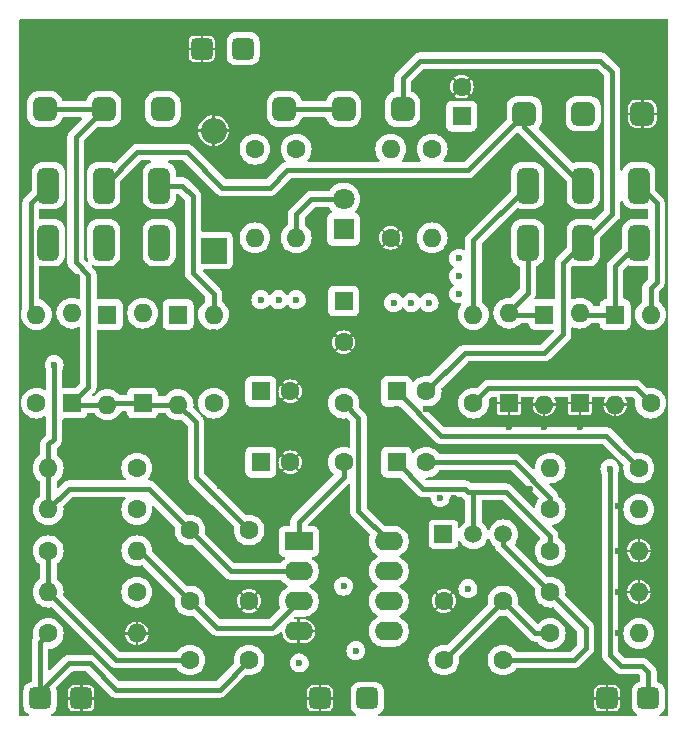
<source format=gbr>
%TF.GenerationSoftware,KiCad,Pcbnew,8.0.0*%
%TF.CreationDate,2024-04-22T22:36:35-07:00*%
%TF.ProjectId,rat-v2,7261742d-7632-42e6-9b69-6361645f7063,rev?*%
%TF.SameCoordinates,Original*%
%TF.FileFunction,Copper,L1,Top*%
%TF.FilePolarity,Positive*%
%FSLAX46Y46*%
G04 Gerber Fmt 4.6, Leading zero omitted, Abs format (unit mm)*
G04 Created by KiCad (PCBNEW 8.0.0) date 2024-04-22 22:36:35*
%MOMM*%
%LPD*%
G01*
G04 APERTURE LIST*
G04 Aperture macros list*
%AMRoundRect*
0 Rectangle with rounded corners*
0 $1 Rounding radius*
0 $2 $3 $4 $5 $6 $7 $8 $9 X,Y pos of 4 corners*
0 Add a 4 corners polygon primitive as box body*
4,1,4,$2,$3,$4,$5,$6,$7,$8,$9,$2,$3,0*
0 Add four circle primitives for the rounded corners*
1,1,$1+$1,$2,$3*
1,1,$1+$1,$4,$5*
1,1,$1+$1,$6,$7*
1,1,$1+$1,$8,$9*
0 Add four rect primitives between the rounded corners*
20,1,$1+$1,$2,$3,$4,$5,0*
20,1,$1+$1,$4,$5,$6,$7,0*
20,1,$1+$1,$6,$7,$8,$9,0*
20,1,$1+$1,$8,$9,$2,$3,0*%
G04 Aperture macros list end*
%TA.AperFunction,ComponentPad*%
%ADD10RoundRect,0.300000X-0.600000X-0.600000X0.600000X-0.600000X0.600000X0.600000X-0.600000X0.600000X0*%
%TD*%
%TA.AperFunction,ComponentPad*%
%ADD11R,1.600000X1.600000*%
%TD*%
%TA.AperFunction,ComponentPad*%
%ADD12O,1.600000X1.600000*%
%TD*%
%TA.AperFunction,ComponentPad*%
%ADD13C,1.600000*%
%TD*%
%TA.AperFunction,ComponentPad*%
%ADD14R,1.500000X1.500000*%
%TD*%
%TA.AperFunction,ComponentPad*%
%ADD15C,1.500000*%
%TD*%
%TA.AperFunction,ComponentPad*%
%ADD16R,2.200000X2.200000*%
%TD*%
%TA.AperFunction,ComponentPad*%
%ADD17O,2.200000X2.200000*%
%TD*%
%TA.AperFunction,ComponentPad*%
%ADD18R,2.400000X1.600000*%
%TD*%
%TA.AperFunction,ComponentPad*%
%ADD19O,2.400000X1.600000*%
%TD*%
%TA.AperFunction,ComponentPad*%
%ADD20RoundRect,0.450000X0.450000X-1.050000X0.450000X1.050000X-0.450000X1.050000X-0.450000X-1.050000X0*%
%TD*%
%TA.AperFunction,ComponentPad*%
%ADD21R,1.800000X1.800000*%
%TD*%
%TA.AperFunction,ComponentPad*%
%ADD22C,1.800000*%
%TD*%
%TA.AperFunction,ComponentPad*%
%ADD23RoundRect,0.500000X0.500000X0.500000X-0.500000X0.500000X-0.500000X-0.500000X0.500000X-0.500000X0*%
%TD*%
%TA.AperFunction,ViaPad*%
%ADD24C,0.600000*%
%TD*%
%TA.AperFunction,Conductor*%
%ADD25C,0.400000*%
%TD*%
G04 APERTURE END LIST*
D10*
%TO.P,P8,1,1*%
%TO.N,GND*%
X60800000Y-139000000D03*
%TD*%
D11*
%TO.P,D6,1,K*%
%TO.N,Net-(D5-A)*%
X106000000Y-106500000D03*
D12*
%TO.P,D6,2,A*%
%TO.N,GND*%
X106000000Y-114120000D03*
%TD*%
D10*
%TO.P,P3,1,1*%
%TO.N,GND*%
X71000000Y-84000000D03*
%TD*%
D13*
%TO.P,R10,1*%
%TO.N,+9VIN*%
X75500000Y-92500000D03*
D12*
%TO.P,R10,2*%
%TO.N,+9V*%
X75500000Y-100000000D03*
%TD*%
D14*
%TO.P,Q1,1,D*%
%TO.N,+9V*%
X91460000Y-125110000D03*
D15*
%TO.P,Q1,2,S*%
%TO.N,/SRC*%
X94000000Y-125110000D03*
%TO.P,Q1,3,G*%
%TO.N,/GATE*%
X96540000Y-125110000D03*
%TD*%
D13*
%TO.P,C1,1*%
%TO.N,/IN*%
X75000000Y-135750000D03*
%TO.P,C1,2*%
%TO.N,/IN_AC*%
X70000000Y-135750000D03*
%TD*%
%TO.P,R14,1*%
%TO.N,/SRC_AC*%
X57000000Y-114000000D03*
D12*
%TO.P,R14,2*%
%TO.N,Net-(SW2B-C)*%
X57000000Y-106500000D03*
%TD*%
D13*
%TO.P,R11,1*%
%TO.N,+4.5V*%
X90500000Y-92500000D03*
D12*
%TO.P,R11,2*%
%TO.N,+9V*%
X90500000Y-100000000D03*
%TD*%
D16*
%TO.P,D2,1,K*%
%TO.N,+9V*%
X72000000Y-101080000D03*
D17*
%TO.P,D2,2,A*%
%TO.N,GND*%
X72000000Y-90920000D03*
%TD*%
D13*
%TO.P,R2,1*%
%TO.N,+4.5V*%
X65500000Y-130000000D03*
D12*
%TO.P,R2,2*%
%TO.N,/IN_AC*%
X58000000Y-130000000D03*
%TD*%
D13*
%TO.P,R7,1*%
%TO.N,/OP_OUT_R*%
X108000000Y-119500000D03*
D12*
%TO.P,R7,2*%
%TO.N,/OP_OUT*%
X100500000Y-119500000D03*
%TD*%
D11*
%TO.P,C6,1*%
%TO.N,Net-(C6-Pad1)*%
X76000000Y-119000000D03*
D13*
%TO.P,C6,2*%
%TO.N,GND*%
X78500000Y-119000000D03*
%TD*%
D11*
%TO.P,D4,1,K*%
%TO.N,Net-(D3-A)*%
X100000000Y-106500000D03*
D12*
%TO.P,D4,2,A*%
%TO.N,GND*%
X100000000Y-114120000D03*
%TD*%
D13*
%TO.P,C9,1*%
%TO.N,/TONE_F*%
X91500000Y-135750000D03*
%TO.P,C9,2*%
%TO.N,/GATE*%
X96500000Y-135750000D03*
%TD*%
%TO.P,C4,1*%
%TO.N,/FB*%
X70000000Y-124750000D03*
%TO.P,C4,2*%
%TO.N,/OP_OUT*%
X75000000Y-124750000D03*
%TD*%
D11*
%TO.P,C7,1*%
%TO.N,/OP_OUT_R*%
X87500000Y-113000000D03*
D13*
%TO.P,C7,2*%
%TO.N,/HRD_CLP*%
X90000000Y-113000000D03*
%TD*%
D11*
%TO.P,D5,1,K*%
%TO.N,GND*%
X103000000Y-114000000D03*
D12*
%TO.P,D5,2,A*%
%TO.N,Net-(D5-A)*%
X103000000Y-106380000D03*
%TD*%
D11*
%TO.P,D10,1,K*%
%TO.N,Net-(D10-K)*%
X69000000Y-106500000D03*
D12*
%TO.P,D10,2,A*%
%TO.N,/OP_OUT*%
X69000000Y-114120000D03*
%TD*%
D11*
%TO.P,D3,1,K*%
%TO.N,GND*%
X97000000Y-114000000D03*
D12*
%TO.P,D3,2,A*%
%TO.N,Net-(D3-A)*%
X97000000Y-106380000D03*
%TD*%
D11*
%TO.P,D8,1,K*%
%TO.N,Net-(D7-A)*%
X63000000Y-106500000D03*
D12*
%TO.P,D8,2,A*%
%TO.N,/OP_OUT*%
X63000000Y-114120000D03*
%TD*%
D13*
%TO.P,R3,1*%
%TO.N,/IN_AC*%
X58000000Y-126500000D03*
D12*
%TO.P,R3,2*%
%TO.N,/IN_F*%
X65500000Y-126500000D03*
%TD*%
D10*
%TO.P,P6,1,1*%
%TO.N,/OUT*%
X108800000Y-139000000D03*
%TD*%
D11*
%TO.P,C12,1*%
%TO.N,+4.5V*%
X93000000Y-89705112D03*
D13*
%TO.P,C12,2*%
%TO.N,GND*%
X93000000Y-87205112D03*
%TD*%
%TO.P,R16,1*%
%TO.N,/SRC_AC*%
X94000000Y-114000000D03*
D12*
%TO.P,R16,2*%
%TO.N,Net-(SW1B-C)*%
X94000000Y-106500000D03*
%TD*%
D13*
%TO.P,R9,1*%
%TO.N,/SRC*%
X100500000Y-126500000D03*
D12*
%TO.P,R9,2*%
%TO.N,GND*%
X108000000Y-126500000D03*
%TD*%
D11*
%TO.P,D7,1,K*%
%TO.N,/OP_OUT*%
X60000000Y-114000000D03*
D12*
%TO.P,D7,2,A*%
%TO.N,Net-(D7-A)*%
X60000000Y-106380000D03*
%TD*%
D10*
%TO.P,P5,1,1*%
%TO.N,GND*%
X105300000Y-139000000D03*
%TD*%
D11*
%TO.P,C10,1*%
%TO.N,/SRC*%
X87500000Y-119000000D03*
D13*
%TO.P,C10,2*%
%TO.N,/SRC_AC*%
X90000000Y-119000000D03*
%TD*%
%TO.P,R18,1*%
%TO.N,+9VIN*%
X79000000Y-92500000D03*
D12*
%TO.P,R18,2*%
%TO.N,Net-(D1-A)*%
X79000000Y-100000000D03*
%TD*%
D13*
%TO.P,R4,1*%
%TO.N,Net-(C5-Pad1)*%
X65500000Y-119500000D03*
D12*
%TO.P,R4,2*%
%TO.N,/FB*%
X58000000Y-119500000D03*
%TD*%
D13*
%TO.P,R15,1*%
%TO.N,/SRC_AC*%
X109000000Y-114000000D03*
D12*
%TO.P,R15,2*%
%TO.N,Net-(SW1B-A)*%
X109000000Y-106500000D03*
%TD*%
D11*
%TO.P,C5,1*%
%TO.N,Net-(C5-Pad1)*%
X76000000Y-113000000D03*
D13*
%TO.P,C5,2*%
%TO.N,GND*%
X78500000Y-113000000D03*
%TD*%
%TO.P,R12,1*%
%TO.N,GND*%
X87000000Y-100000000D03*
D12*
%TO.P,R12,2*%
%TO.N,+4.5V*%
X87000000Y-92500000D03*
%TD*%
D13*
%TO.P,R17,1*%
%TO.N,/SRC_AC*%
X100500000Y-123000000D03*
D12*
%TO.P,R17,2*%
%TO.N,Net-(SW1B-B)*%
X108000000Y-123000000D03*
%TD*%
D13*
%TO.P,R13,1*%
%TO.N,/SRC_AC*%
X72000000Y-114000000D03*
D12*
%TO.P,R13,2*%
%TO.N,Net-(SW2B-A)*%
X72000000Y-106500000D03*
%TD*%
D13*
%TO.P,C2,1*%
%TO.N,/IN_F*%
X70000000Y-130750000D03*
%TO.P,C2,2*%
%TO.N,GND*%
X75000000Y-130750000D03*
%TD*%
%TO.P,R1,1*%
%TO.N,/IN*%
X58000000Y-133500000D03*
D12*
%TO.P,R1,2*%
%TO.N,GND*%
X65500000Y-133500000D03*
%TD*%
D10*
%TO.P,P2,1,1*%
%TO.N,Net-(D1-K)*%
X85000000Y-139000000D03*
%TD*%
D13*
%TO.P,C3,1*%
%TO.N,/COMP+*%
X83000000Y-114000000D03*
%TO.P,C3,2*%
%TO.N,/COMP-*%
X83000000Y-119000000D03*
%TD*%
%TO.P,R8,1*%
%TO.N,/GATE*%
X100500000Y-130000000D03*
D12*
%TO.P,R8,2*%
%TO.N,GND*%
X108000000Y-130000000D03*
%TD*%
D13*
%TO.P,C8,1*%
%TO.N,GND*%
X91500000Y-130750000D03*
%TO.P,C8,2*%
%TO.N,/TONE_F*%
X96500000Y-130750000D03*
%TD*%
D10*
%TO.P,P7,1,1*%
%TO.N,GND*%
X81000000Y-139000000D03*
%TD*%
D18*
%TO.P,U2,1,BAL*%
%TO.N,/COMP-*%
X79200000Y-125700000D03*
D19*
%TO.P,U2,2,-*%
%TO.N,/FB*%
X79200000Y-128240000D03*
%TO.P,U2,3,+*%
%TO.N,/IN_F*%
X79200000Y-130780000D03*
%TO.P,U2,4,V-*%
%TO.N,GND*%
X79200000Y-133320000D03*
%TO.P,U2,5,COMP*%
%TO.N,unconnected-(U2-COMP-Pad5)*%
X86820000Y-133320000D03*
%TO.P,U2,6*%
%TO.N,/OP_OUT*%
X86820000Y-130780000D03*
%TO.P,U2,7,V+*%
%TO.N,+9V*%
X86820000Y-128240000D03*
%TO.P,U2,8,C/B*%
%TO.N,/COMP+*%
X86820000Y-125700000D03*
%TD*%
D13*
%TO.P,R5,1*%
%TO.N,Net-(C6-Pad1)*%
X65500000Y-123000000D03*
D12*
%TO.P,R5,2*%
%TO.N,/FB*%
X58000000Y-123000000D03*
%TD*%
D10*
%TO.P,P1,1,1*%
%TO.N,+9VIN*%
X74500000Y-84000000D03*
%TD*%
D11*
%TO.P,D9,1,K*%
%TO.N,/OP_OUT*%
X66000000Y-114000000D03*
D12*
%TO.P,D9,2,A*%
%TO.N,Net-(D10-K)*%
X66000000Y-106380000D03*
%TD*%
D13*
%TO.P,R6,1*%
%TO.N,/TONE_F*%
X100500000Y-133500000D03*
D12*
%TO.P,R6,2*%
%TO.N,/TONE*%
X108000000Y-133500000D03*
%TD*%
D10*
%TO.P,P4,1,1*%
%TO.N,/IN*%
X57300000Y-139000000D03*
%TD*%
D11*
%TO.P,C11,1*%
%TO.N,+9V*%
X83000000Y-105347349D03*
D13*
%TO.P,C11,2*%
%TO.N,GND*%
X83000000Y-108847349D03*
%TD*%
D20*
%TO.P,SW1,1,A*%
%TO.N,Net-(D5-A)*%
X108000000Y-100415000D03*
%TO.P,SW1,2,B*%
%TO.N,/HRD_CLP*%
X103300000Y-100415000D03*
%TO.P,SW1,3,C*%
%TO.N,Net-(D3-A)*%
X98600000Y-100415000D03*
%TO.P,SW1,4,A*%
%TO.N,Net-(SW1B-A)*%
X108000000Y-95585000D03*
%TO.P,SW1,5,B*%
%TO.N,Net-(SW1B-B)*%
X103300000Y-95585000D03*
%TO.P,SW1,6,C*%
%TO.N,Net-(SW1B-C)*%
X98600000Y-95585000D03*
%TD*%
%TO.P,SW2,1,A*%
%TO.N,Net-(D10-K)*%
X67400000Y-100415000D03*
%TO.P,SW2,2,B*%
%TO.N,/FB*%
X62700000Y-100415000D03*
%TO.P,SW2,3,C*%
%TO.N,Net-(D7-A)*%
X58000000Y-100415000D03*
%TO.P,SW2,4,A*%
%TO.N,Net-(SW2B-A)*%
X67400000Y-95585000D03*
%TO.P,SW2,5,B*%
%TO.N,Net-(SW1B-B)*%
X62700000Y-95585000D03*
%TO.P,SW2,6,C*%
%TO.N,Net-(SW2B-C)*%
X58000000Y-95585000D03*
%TD*%
D21*
%TO.P,D1,1,K*%
%TO.N,Net-(D1-K)*%
X83000000Y-99275000D03*
D22*
%TO.P,D1,2,A*%
%TO.N,Net-(D1-A)*%
X83000000Y-96735000D03*
%TD*%
D23*
%TO.P,RV3,1,1*%
%TO.N,GND*%
X108300000Y-89500000D03*
%TO.P,RV3,2,2*%
%TO.N,/OUT*%
X103300000Y-89500000D03*
%TO.P,RV3,3,3*%
%TO.N,Net-(SW1B-B)*%
X98300000Y-89500000D03*
%TD*%
%TO.P,RV2,1,1*%
%TO.N,/HRD_CLP*%
X88000000Y-89100000D03*
%TO.P,RV2,2,2*%
%TO.N,/TONE*%
X83000000Y-89100000D03*
%TO.P,RV2,3,3*%
X78000000Y-89100000D03*
%TD*%
%TO.P,RV1,1,1*%
%TO.N,/FB*%
X67700000Y-89100000D03*
%TO.P,RV1,2,2*%
%TO.N,/OP_OUT*%
X62700000Y-89100000D03*
%TO.P,RV1,3,3*%
X57700000Y-89100000D03*
%TD*%
D24*
%TO.N,GND*%
X76000000Y-117250000D03*
X102250000Y-122750000D03*
X102750000Y-104750000D03*
X91000000Y-82000000D03*
X57000000Y-116250000D03*
X60000000Y-112250000D03*
X109000000Y-116000000D03*
X63750000Y-133500000D03*
X69000000Y-132750000D03*
X69000000Y-127250000D03*
X77250000Y-136500000D03*
X67000000Y-125750000D03*
X108000000Y-82000000D03*
X110000000Y-91000000D03*
X77000000Y-130750000D03*
X94250000Y-120500000D03*
X98750000Y-121250000D03*
X82250000Y-116500000D03*
X97000000Y-108250000D03*
X110000000Y-121000000D03*
X97000000Y-140000000D03*
X60000000Y-116250000D03*
X71000000Y-140000000D03*
X63000000Y-108250000D03*
X90500000Y-126750000D03*
X56250000Y-82000000D03*
X100000000Y-116000000D03*
X103000000Y-116000000D03*
X108000000Y-98000000D03*
X94750000Y-135750000D03*
X76000000Y-115250000D03*
X89000000Y-133500000D03*
X110000000Y-110000000D03*
X81500000Y-125250000D03*
X104500000Y-103250000D03*
X100000000Y-108250000D03*
X57000000Y-112250000D03*
X80250000Y-121250000D03*
X84500000Y-125250000D03*
X106250000Y-122750000D03*
X106250000Y-126500000D03*
X67750000Y-87000000D03*
X78500000Y-117250000D03*
X59750000Y-119500000D03*
X69000000Y-112250000D03*
X67500000Y-98000000D03*
X60000000Y-82000000D03*
X69000000Y-121000000D03*
X59750000Y-130000000D03*
X69000000Y-108250000D03*
X66000000Y-108250000D03*
X63750000Y-130000000D03*
X100750000Y-89500000D03*
X109000000Y-108250000D03*
X103250000Y-98000000D03*
X93250000Y-130750000D03*
X98250000Y-87500000D03*
X56750000Y-93250000D03*
X66000000Y-140000000D03*
X78500000Y-115250000D03*
X59000000Y-91250000D03*
X106250000Y-133500000D03*
X97000000Y-82000000D03*
X60000000Y-108250000D03*
X66000000Y-112250000D03*
X57750000Y-87000000D03*
X65000000Y-82000000D03*
X57000000Y-108250000D03*
X63750000Y-123000000D03*
X90250000Y-107000000D03*
X85000000Y-82000000D03*
X76000000Y-140000000D03*
X72000000Y-136500000D03*
X90000000Y-117500000D03*
X77500000Y-106750000D03*
X59750000Y-123000000D03*
X97000000Y-116000000D03*
X87250000Y-107000000D03*
X102250000Y-130000000D03*
X77000000Y-127000000D03*
X79000000Y-106750000D03*
X81962500Y-134962500D03*
X68000000Y-82000000D03*
X65000000Y-89000000D03*
X72000000Y-112250000D03*
X75000000Y-123000000D03*
X81500000Y-127000000D03*
X98500000Y-98000000D03*
X110000000Y-85000000D03*
X63000000Y-116250000D03*
X106000000Y-108250000D03*
X98250000Y-125250000D03*
X89000000Y-128250000D03*
X107500000Y-103250000D03*
X76000000Y-106750000D03*
X68250000Y-103000000D03*
X106250000Y-130000000D03*
X102250000Y-133500000D03*
X72500000Y-121000000D03*
X59750000Y-126500000D03*
X88750000Y-107000000D03*
X110000000Y-129000000D03*
X81500000Y-129500000D03*
X63000000Y-112250000D03*
X93000000Y-140000000D03*
X102250000Y-126500000D03*
X64750000Y-98000000D03*
X94000000Y-108250000D03*
X110000000Y-117000000D03*
X109000000Y-112250000D03*
X108250000Y-87500000D03*
X93250000Y-135750000D03*
X66000000Y-116250000D03*
X103000000Y-108250000D03*
X69000000Y-116000000D03*
X90000000Y-114500000D03*
X63750000Y-126500000D03*
X60455025Y-103294975D03*
X106000000Y-116000000D03*
X58000000Y-98000000D03*
X59750000Y-133500000D03*
X76000000Y-120750000D03*
X56750000Y-91250000D03*
X89000000Y-140000000D03*
X103000000Y-82000000D03*
X87500000Y-117500000D03*
X90500000Y-129500000D03*
X101000000Y-98000000D03*
X77000000Y-129500000D03*
X92250000Y-129500000D03*
X89000000Y-125750000D03*
X82000000Y-128250000D03*
X95500000Y-123500000D03*
X92317500Y-122000000D03*
X78000000Y-82000000D03*
X110000000Y-133000000D03*
X72750000Y-116000000D03*
X87500000Y-114500000D03*
X63750000Y-119500000D03*
X110000000Y-125000000D03*
X94750000Y-130750000D03*
X101000000Y-140000000D03*
X72000000Y-108000000D03*
%TO.N,+9V*%
X91185005Y-122000000D03*
X83000000Y-129500000D03*
X77500000Y-105250000D03*
X84037500Y-134962500D03*
X76000000Y-105250000D03*
X93537500Y-129712500D03*
X79000000Y-105250000D03*
%TO.N,+4.5V*%
X92750000Y-101750000D03*
X90250000Y-105500000D03*
X88750000Y-105500000D03*
X92750000Y-104750000D03*
X92750000Y-103250000D03*
X87250000Y-105500000D03*
%TO.N,Net-(D1-K)*%
X79250000Y-136000000D03*
%TO.N,/FB*%
X58500000Y-110750000D03*
%TO.N,/OUT*%
X105550000Y-119550000D03*
%TD*%
D25*
%TO.N,Net-(SW1B-B)*%
X78250000Y-94250000D02*
X93550000Y-94250000D01*
X93550000Y-94250000D02*
X98300000Y-89500000D01*
X72750000Y-95750000D02*
X76750000Y-95750000D01*
X69750000Y-92750000D02*
X72750000Y-95750000D01*
X76750000Y-95750000D02*
X78250000Y-94250000D01*
X65535000Y-92750000D02*
X69750000Y-92750000D01*
X62700000Y-95585000D02*
X65535000Y-92750000D01*
%TO.N,Net-(D1-A)*%
X80265000Y-96735000D02*
X83000000Y-96735000D01*
X79000000Y-98000000D02*
X80265000Y-96735000D01*
X79000000Y-100000000D02*
X79000000Y-98000000D01*
%TO.N,Net-(D3-A)*%
X98600000Y-104650000D02*
X98600000Y-100415000D01*
X97120000Y-106500000D02*
X97000000Y-106380000D01*
X97000000Y-106250000D02*
X98600000Y-104650000D01*
X97000000Y-106380000D02*
X97000000Y-106250000D01*
X100000000Y-106500000D02*
X97120000Y-106500000D01*
%TO.N,Net-(D5-A)*%
X106000000Y-106500000D02*
X103120000Y-106500000D01*
X106000000Y-102415000D02*
X108000000Y-100415000D01*
X106000000Y-106500000D02*
X106000000Y-102415000D01*
X103120000Y-106500000D02*
X103000000Y-106380000D01*
%TO.N,/IN*%
X75000000Y-135750000D02*
X72500000Y-138250000D01*
X57300000Y-134200000D02*
X58000000Y-133500000D01*
X59750000Y-136000000D02*
X57300000Y-138450000D01*
X57300000Y-138450000D02*
X57300000Y-139000000D01*
X61500000Y-136000000D02*
X59750000Y-136000000D01*
X63750000Y-138250000D02*
X61500000Y-136000000D01*
X72500000Y-138250000D02*
X63750000Y-138250000D01*
X57300000Y-139000000D02*
X57300000Y-134200000D01*
%TO.N,Net-(SW2B-A)*%
X72000000Y-106500000D02*
X72000000Y-104750000D01*
X70250000Y-96500000D02*
X69335000Y-95585000D01*
X69335000Y-95585000D02*
X67400000Y-95585000D01*
X70250000Y-103000000D02*
X70250000Y-96500000D01*
X72000000Y-104750000D02*
X70250000Y-103000000D01*
%TO.N,Net-(SW2B-C)*%
X56500000Y-97085000D02*
X58000000Y-95585000D01*
X57250000Y-106500000D02*
X56500000Y-105750000D01*
X56500000Y-105750000D02*
X56500000Y-97085000D01*
%TO.N,Net-(SW1B-A)*%
X109500000Y-97085000D02*
X108000000Y-95585000D01*
X109000000Y-104250000D02*
X109500000Y-103750000D01*
X109500000Y-103750000D02*
X109500000Y-97085000D01*
X109000000Y-106500000D02*
X109000000Y-104250000D01*
%TO.N,Net-(SW1B-C)*%
X94000000Y-106500000D02*
X94000000Y-100185000D01*
X94000000Y-100185000D02*
X98600000Y-95585000D01*
%TO.N,Net-(SW1B-B)*%
X98300000Y-89500000D02*
X98300000Y-90585000D01*
X98300000Y-90585000D02*
X103300000Y-95585000D01*
%TO.N,/IN_AC*%
X63750000Y-135750000D02*
X58000000Y-130000000D01*
X58000000Y-130000000D02*
X58000000Y-126500000D01*
X70000000Y-135750000D02*
X63750000Y-135750000D01*
%TO.N,/IN_F*%
X65750000Y-126500000D02*
X65500000Y-126500000D01*
X70000000Y-130750000D02*
X72250000Y-133000000D01*
X70000000Y-130750000D02*
X65750000Y-126500000D01*
X76980000Y-133000000D02*
X79200000Y-130780000D01*
X72250000Y-133000000D02*
X76980000Y-133000000D01*
%TO.N,/OP_OUT*%
X69000000Y-114120000D02*
X66120000Y-114120000D01*
X70500000Y-115620000D02*
X70500000Y-120250000D01*
X61400000Y-112600000D02*
X61400000Y-103150000D01*
X61400000Y-103150000D02*
X60311002Y-102061002D01*
X69000000Y-114120000D02*
X70500000Y-115620000D01*
X66120000Y-114120000D02*
X66000000Y-114000000D01*
X60311002Y-91488998D02*
X62700000Y-89100000D01*
X62700000Y-89100000D02*
X57700000Y-89100000D01*
X63000000Y-114120000D02*
X60120000Y-114120000D01*
X70500000Y-120250000D02*
X75000000Y-124750000D01*
X60311002Y-102061002D02*
X60311002Y-91488998D01*
X60000000Y-114000000D02*
X61400000Y-112600000D01*
X66000000Y-114000000D02*
X63120000Y-114000000D01*
X63120000Y-114000000D02*
X63000000Y-114120000D01*
X60120000Y-114120000D02*
X60000000Y-114000000D01*
%TO.N,/FB*%
X79200000Y-128240000D02*
X73490000Y-128240000D01*
X67700000Y-88950000D02*
X67700000Y-89100000D01*
X73490000Y-128240000D02*
X70000000Y-124750000D01*
X59750000Y-121250000D02*
X66500000Y-121250000D01*
X66500000Y-121250000D02*
X70000000Y-124750000D01*
X58500000Y-117000000D02*
X58500000Y-110750000D01*
X58000000Y-123000000D02*
X59750000Y-121250000D01*
X58000000Y-117500000D02*
X58500000Y-117000000D01*
X58000000Y-123050000D02*
X58000000Y-119500000D01*
X58000000Y-119500000D02*
X58000000Y-117500000D01*
%TO.N,/HRD_CLP*%
X105750000Y-97965000D02*
X105750000Y-86000000D01*
X105750000Y-86000000D02*
X104750000Y-85000000D01*
X89500000Y-85000000D02*
X88000000Y-86500000D01*
X93250000Y-109750000D02*
X100000000Y-109750000D01*
X88000000Y-86500000D02*
X88000000Y-89100000D01*
X100000000Y-109750000D02*
X101600000Y-108150000D01*
X90000000Y-113000000D02*
X93250000Y-109750000D01*
X101600000Y-102115000D02*
X103300000Y-100415000D01*
X103300000Y-100415000D02*
X105750000Y-97965000D01*
X104750000Y-85000000D02*
X89500000Y-85000000D01*
X101600000Y-108150000D02*
X101600000Y-102115000D01*
%TO.N,/GATE*%
X96540000Y-125110000D02*
X96540000Y-126040000D01*
X103500000Y-134750000D02*
X103500000Y-133000000D01*
X103500000Y-133000000D02*
X100500000Y-130000000D01*
X96500000Y-135750000D02*
X102500000Y-135750000D01*
X96540000Y-126040000D02*
X100500000Y-130000000D01*
X102500000Y-135750000D02*
X103500000Y-134750000D01*
%TO.N,/SRC_AC*%
X107750000Y-112750000D02*
X109000000Y-114000000D01*
X95250000Y-112750000D02*
X107750000Y-112750000D01*
X100500000Y-123000000D02*
X100500000Y-122010050D01*
X94000000Y-114000000D02*
X95250000Y-112750000D01*
X97489950Y-119000000D02*
X90000000Y-119000000D01*
X100500000Y-122010050D02*
X97489950Y-119000000D01*
%TO.N,/SRC*%
X89750000Y-121250000D02*
X93250000Y-121250000D01*
X100500000Y-125250000D02*
X96750000Y-121500000D01*
X93250000Y-121250000D02*
X93500000Y-121500000D01*
X93500000Y-121500000D02*
X94000000Y-121500000D01*
X96750000Y-121500000D02*
X94000000Y-121500000D01*
X87500000Y-119000000D02*
X89750000Y-121250000D01*
X94000000Y-121500000D02*
X94000000Y-125110000D01*
X100500000Y-126500000D02*
X100500000Y-125250000D01*
%TO.N,/OUT*%
X105550000Y-119550000D02*
X105550000Y-135300000D01*
X105550000Y-135300000D02*
X106500000Y-136250000D01*
X106500000Y-136250000D02*
X108250000Y-136250000D01*
X108250000Y-136250000D02*
X108800000Y-136800000D01*
X108800000Y-136800000D02*
X108800000Y-139000000D01*
%TO.N,/COMP-*%
X79200000Y-124050000D02*
X83000000Y-120250000D01*
X79200000Y-125700000D02*
X79200000Y-124050000D01*
X83000000Y-120250000D02*
X83000000Y-119000000D01*
%TO.N,/COMP+*%
X84250000Y-123130000D02*
X86820000Y-125700000D01*
X83000000Y-114000000D02*
X84250000Y-115250000D01*
X84250000Y-115250000D02*
X84250000Y-123130000D01*
%TO.N,/TONE_F*%
X99250000Y-133500000D02*
X96500000Y-130750000D01*
X96500000Y-130750000D02*
X91500000Y-135750000D01*
X100500000Y-133500000D02*
X99250000Y-133500000D01*
%TO.N,/TONE*%
X83000000Y-89100000D02*
X78000000Y-89100000D01*
%TO.N,/OP_OUT_R*%
X91250000Y-116750000D02*
X87500000Y-113000000D01*
X87100000Y-112600000D02*
X87500000Y-113000000D01*
X108000000Y-119500000D02*
X105250000Y-116750000D01*
X105250000Y-116750000D02*
X91250000Y-116750000D01*
%TD*%
%TA.AperFunction,Conductor*%
%TO.N,GND*%
G36*
X97216976Y-119719407D02*
G01*
X97228789Y-119729496D01*
X99510049Y-122010756D01*
X99537826Y-122065273D01*
X99528255Y-122125705D01*
X99510054Y-122150758D01*
X99499956Y-122160856D01*
X99499953Y-122160860D01*
X99369430Y-122347268D01*
X99369426Y-122347276D01*
X99273262Y-122553500D01*
X99216396Y-122765727D01*
X99183072Y-122817042D01*
X99125950Y-122838968D01*
X99066850Y-122823132D01*
X99050765Y-122810108D01*
X98137356Y-121896699D01*
X97196543Y-120955886D01*
X97140267Y-120918284D01*
X97081808Y-120879223D01*
X96954328Y-120826420D01*
X96818996Y-120799500D01*
X96818994Y-120799500D01*
X96818993Y-120799500D01*
X94068993Y-120799500D01*
X93831165Y-120799500D01*
X93772974Y-120780593D01*
X93761162Y-120770504D01*
X93696542Y-120705885D01*
X93581808Y-120629223D01*
X93454328Y-120576420D01*
X93318996Y-120549500D01*
X93318994Y-120549500D01*
X93318993Y-120549500D01*
X90081165Y-120549500D01*
X90022974Y-120530593D01*
X90011161Y-120520504D01*
X89962650Y-120471993D01*
X89934873Y-120417476D01*
X89944444Y-120357044D01*
X89987709Y-120313779D01*
X90024026Y-120303366D01*
X90226684Y-120285636D01*
X90226685Y-120285635D01*
X90226692Y-120285635D01*
X90446496Y-120226739D01*
X90652734Y-120130568D01*
X90839139Y-120000047D01*
X91000047Y-119839139D01*
X91067562Y-119742715D01*
X91116426Y-119705894D01*
X91148658Y-119700500D01*
X97158785Y-119700500D01*
X97216976Y-119719407D01*
G37*
%TD.AperFunction*%
%TA.AperFunction,Conductor*%
G36*
X106629593Y-96895254D02*
G01*
X106644680Y-96926210D01*
X106662761Y-96989399D01*
X106662763Y-96989406D01*
X106752264Y-97160748D01*
X106874426Y-97310568D01*
X106874429Y-97310571D01*
X107024249Y-97432734D01*
X107195594Y-97522237D01*
X107381448Y-97575417D01*
X107494862Y-97585500D01*
X107494866Y-97585500D01*
X108505134Y-97585500D01*
X108505138Y-97585500D01*
X108618552Y-97575417D01*
X108673265Y-97559761D01*
X108734411Y-97561930D01*
X108782605Y-97599626D01*
X108799500Y-97654941D01*
X108799500Y-98345058D01*
X108780593Y-98403249D01*
X108731093Y-98439213D01*
X108673266Y-98440238D01*
X108618555Y-98424583D01*
X108569946Y-98420261D01*
X108505138Y-98414500D01*
X107494862Y-98414500D01*
X107430054Y-98420261D01*
X107381445Y-98424583D01*
X107195600Y-98477761D01*
X107195593Y-98477763D01*
X107024251Y-98567264D01*
X106874431Y-98689426D01*
X106874426Y-98689431D01*
X106752264Y-98839251D01*
X106662763Y-99010593D01*
X106662761Y-99010600D01*
X106609583Y-99196445D01*
X106599500Y-99309865D01*
X106599500Y-100783835D01*
X106580593Y-100842026D01*
X106570504Y-100853839D01*
X105455881Y-101968462D01*
X105411510Y-102034871D01*
X105411509Y-102034873D01*
X105379223Y-102083190D01*
X105379223Y-102083191D01*
X105326420Y-102210670D01*
X105326420Y-102210672D01*
X105299500Y-102346004D01*
X105299500Y-105100500D01*
X105280593Y-105158691D01*
X105231093Y-105194655D01*
X105200502Y-105199500D01*
X105152132Y-105199500D01*
X105152128Y-105199501D01*
X105092519Y-105205908D01*
X105092514Y-105205909D01*
X104957670Y-105256202D01*
X104842458Y-105342450D01*
X104842450Y-105342458D01*
X104756202Y-105457670D01*
X104705910Y-105592511D01*
X104705908Y-105592522D01*
X104699500Y-105652129D01*
X104699500Y-105700500D01*
X104680593Y-105758691D01*
X104631093Y-105794655D01*
X104600500Y-105799500D01*
X104227321Y-105799500D01*
X104169130Y-105780593D01*
X104137596Y-105742338D01*
X104130568Y-105727266D01*
X104111826Y-105700500D01*
X104000050Y-105540865D01*
X104000049Y-105540864D01*
X104000047Y-105540861D01*
X103839139Y-105379953D01*
X103839135Y-105379950D01*
X103839132Y-105379947D01*
X103839130Y-105379946D01*
X103652737Y-105249434D01*
X103652736Y-105249433D01*
X103652734Y-105249432D01*
X103652731Y-105249430D01*
X103652723Y-105249426D01*
X103446499Y-105153262D01*
X103446500Y-105153262D01*
X103234820Y-105096543D01*
X103226692Y-105094365D01*
X103226691Y-105094364D01*
X103226684Y-105094363D01*
X103000003Y-105074532D01*
X102999997Y-105074532D01*
X102773315Y-105094363D01*
X102553504Y-105153261D01*
X102441339Y-105205564D01*
X102380609Y-105213020D01*
X102327096Y-105183356D01*
X102301238Y-105127903D01*
X102300500Y-105115839D01*
X102300500Y-102446163D01*
X102319407Y-102387972D01*
X102329485Y-102376170D01*
X102350801Y-102354855D01*
X102405315Y-102327080D01*
X102465747Y-102336651D01*
X102466557Y-102337069D01*
X102495594Y-102352237D01*
X102681448Y-102405417D01*
X102794862Y-102415500D01*
X102794866Y-102415500D01*
X103805134Y-102415500D01*
X103805138Y-102415500D01*
X103918552Y-102405417D01*
X104104406Y-102352237D01*
X104275751Y-102262734D01*
X104425571Y-102140571D01*
X104547734Y-101990751D01*
X104637237Y-101819406D01*
X104690417Y-101633552D01*
X104700500Y-101520138D01*
X104700500Y-100046164D01*
X104719407Y-99987973D01*
X104729490Y-99976166D01*
X106294114Y-98411543D01*
X106370775Y-98296811D01*
X106423580Y-98169329D01*
X106430872Y-98132669D01*
X106450500Y-98033993D01*
X106450500Y-96953445D01*
X106469407Y-96895254D01*
X106518907Y-96859290D01*
X106580093Y-96859290D01*
X106629593Y-96895254D01*
G37*
%TD.AperFunction*%
%TA.AperFunction,Conductor*%
G36*
X110458691Y-81519407D02*
G01*
X110494655Y-81568907D01*
X110499500Y-81599500D01*
X110499500Y-106450322D01*
X110484131Y-106497621D01*
X110485359Y-106498688D01*
X110499500Y-106549677D01*
X110499500Y-113950322D01*
X110484131Y-113997621D01*
X110485359Y-113998688D01*
X110499500Y-114049677D01*
X110499500Y-140400500D01*
X110480593Y-140458691D01*
X110431093Y-140494655D01*
X110400500Y-140499500D01*
X109816700Y-140499500D01*
X109758509Y-140480593D01*
X109722545Y-140431093D01*
X109722545Y-140369907D01*
X109758509Y-140320407D01*
X109764029Y-140316674D01*
X109821143Y-140280786D01*
X109902262Y-140229816D01*
X110029816Y-140102262D01*
X110125789Y-139949522D01*
X110185368Y-139779255D01*
X110185369Y-139779249D01*
X110200499Y-139644970D01*
X110200500Y-139644953D01*
X110200500Y-138355046D01*
X110200499Y-138355029D01*
X110185369Y-138220750D01*
X110185366Y-138220738D01*
X110161014Y-138151145D01*
X110125789Y-138050478D01*
X110066830Y-137956646D01*
X110029818Y-137897741D01*
X110029817Y-137897740D01*
X110029816Y-137897738D01*
X109902262Y-137770184D01*
X109902259Y-137770182D01*
X109902258Y-137770181D01*
X109749523Y-137674211D01*
X109579251Y-137614630D01*
X109577464Y-137614222D01*
X109576586Y-137613697D01*
X109574007Y-137612795D01*
X109574191Y-137612266D01*
X109524942Y-137582837D01*
X109500898Y-137526574D01*
X109500500Y-137517706D01*
X109500500Y-136731008D01*
X109500499Y-136731004D01*
X109499462Y-136725789D01*
X109473580Y-136595672D01*
X109455978Y-136553177D01*
X109420777Y-136468193D01*
X109420771Y-136468182D01*
X109344114Y-136353458D01*
X109246542Y-136255886D01*
X108696543Y-135705886D01*
X108696542Y-135705885D01*
X108581808Y-135629223D01*
X108454328Y-135576420D01*
X108318996Y-135549500D01*
X108318994Y-135549500D01*
X108318993Y-135549500D01*
X106831165Y-135549500D01*
X106772974Y-135530593D01*
X106761161Y-135520504D01*
X106279496Y-135038839D01*
X106251719Y-134984322D01*
X106250500Y-134968835D01*
X106250500Y-133500003D01*
X106694532Y-133500003D01*
X106714363Y-133726684D01*
X106714364Y-133726686D01*
X106714365Y-133726692D01*
X106732312Y-133793673D01*
X106773262Y-133946500D01*
X106869426Y-134152723D01*
X106869432Y-134152734D01*
X106999946Y-134339130D01*
X106999947Y-134339132D01*
X106999950Y-134339135D01*
X106999953Y-134339139D01*
X107160861Y-134500047D01*
X107160864Y-134500049D01*
X107160867Y-134500052D01*
X107160869Y-134500053D01*
X107196812Y-134525220D01*
X107347266Y-134630568D01*
X107347272Y-134630571D01*
X107347276Y-134630573D01*
X107553500Y-134726737D01*
X107553504Y-134726739D01*
X107773308Y-134785635D01*
X107773312Y-134785635D01*
X107773315Y-134785636D01*
X107999997Y-134805468D01*
X108000000Y-134805468D01*
X108000003Y-134805468D01*
X108226684Y-134785636D01*
X108226685Y-134785635D01*
X108226692Y-134785635D01*
X108446496Y-134726739D01*
X108652734Y-134630568D01*
X108839139Y-134500047D01*
X109000047Y-134339139D01*
X109130568Y-134152734D01*
X109226739Y-133946496D01*
X109285635Y-133726692D01*
X109286221Y-133720000D01*
X109305468Y-133500003D01*
X109305468Y-133499996D01*
X109285636Y-133273315D01*
X109285635Y-133273312D01*
X109285635Y-133273308D01*
X109226739Y-133053504D01*
X109226737Y-133053499D01*
X109130573Y-132847276D01*
X109130571Y-132847272D01*
X109130568Y-132847266D01*
X109015222Y-132682533D01*
X109000053Y-132660869D01*
X109000052Y-132660867D01*
X109000049Y-132660864D01*
X109000047Y-132660861D01*
X108839139Y-132499953D01*
X108839135Y-132499950D01*
X108839132Y-132499947D01*
X108839130Y-132499946D01*
X108652737Y-132369434D01*
X108652736Y-132369433D01*
X108652734Y-132369432D01*
X108652731Y-132369430D01*
X108652723Y-132369426D01*
X108446499Y-132273262D01*
X108446500Y-132273262D01*
X108373228Y-132253629D01*
X108226692Y-132214365D01*
X108226691Y-132214364D01*
X108226684Y-132214363D01*
X108000003Y-132194532D01*
X107999997Y-132194532D01*
X107773315Y-132214363D01*
X107553499Y-132273262D01*
X107347276Y-132369426D01*
X107347262Y-132369434D01*
X107160869Y-132499946D01*
X107160867Y-132499947D01*
X106999947Y-132660867D01*
X106999946Y-132660869D01*
X106869434Y-132847262D01*
X106869426Y-132847276D01*
X106773262Y-133053499D01*
X106714363Y-133273315D01*
X106694532Y-133499996D01*
X106694532Y-133500003D01*
X106250500Y-133500003D01*
X106250500Y-130100000D01*
X107005009Y-130100000D01*
X107014467Y-130196028D01*
X107014468Y-130196034D01*
X107071650Y-130384535D01*
X107071652Y-130384540D01*
X107164502Y-130558252D01*
X107164506Y-130558258D01*
X107289468Y-130710523D01*
X107289476Y-130710531D01*
X107441741Y-130835493D01*
X107441747Y-130835497D01*
X107615459Y-130928347D01*
X107615464Y-130928349D01*
X107803968Y-130985531D01*
X107899999Y-130994989D01*
X107900000Y-130994988D01*
X107900000Y-130387315D01*
X107947339Y-130400000D01*
X108052661Y-130400000D01*
X108100000Y-130387315D01*
X108100000Y-130994989D01*
X108196031Y-130985531D01*
X108384535Y-130928349D01*
X108384540Y-130928347D01*
X108558252Y-130835497D01*
X108558258Y-130835493D01*
X108710523Y-130710531D01*
X108710531Y-130710523D01*
X108835493Y-130558258D01*
X108835497Y-130558252D01*
X108928347Y-130384540D01*
X108928349Y-130384535D01*
X108985531Y-130196034D01*
X108985532Y-130196028D01*
X108994991Y-130100000D01*
X108387316Y-130100000D01*
X108400000Y-130052661D01*
X108400000Y-129947339D01*
X108387316Y-129900000D01*
X108994990Y-129900000D01*
X108994990Y-129899999D01*
X108985532Y-129803971D01*
X108985531Y-129803965D01*
X108928349Y-129615464D01*
X108928347Y-129615459D01*
X108835497Y-129441747D01*
X108835493Y-129441741D01*
X108710531Y-129289476D01*
X108710523Y-129289468D01*
X108558258Y-129164506D01*
X108558252Y-129164502D01*
X108384540Y-129071652D01*
X108384535Y-129071650D01*
X108196034Y-129014468D01*
X108196028Y-129014467D01*
X108100000Y-129005009D01*
X108100000Y-129612684D01*
X108052661Y-129600000D01*
X107947339Y-129600000D01*
X107900000Y-129612684D01*
X107900000Y-129005009D01*
X107899999Y-129005009D01*
X107803971Y-129014467D01*
X107803965Y-129014468D01*
X107615464Y-129071650D01*
X107615459Y-129071652D01*
X107441747Y-129164502D01*
X107441741Y-129164506D01*
X107289476Y-129289468D01*
X107289468Y-129289476D01*
X107164506Y-129441741D01*
X107164502Y-129441747D01*
X107071652Y-129615459D01*
X107071650Y-129615464D01*
X107014468Y-129803965D01*
X107014467Y-129803971D01*
X107005009Y-129899999D01*
X107005010Y-129900000D01*
X107612684Y-129900000D01*
X107600000Y-129947339D01*
X107600000Y-130052661D01*
X107612684Y-130100000D01*
X107005009Y-130100000D01*
X106250500Y-130100000D01*
X106250500Y-126600000D01*
X107005009Y-126600000D01*
X107014467Y-126696028D01*
X107014468Y-126696034D01*
X107071650Y-126884535D01*
X107071652Y-126884540D01*
X107164502Y-127058252D01*
X107164506Y-127058258D01*
X107289468Y-127210523D01*
X107289476Y-127210531D01*
X107441741Y-127335493D01*
X107441747Y-127335497D01*
X107615459Y-127428347D01*
X107615464Y-127428349D01*
X107803968Y-127485531D01*
X107899999Y-127494989D01*
X107900000Y-127494988D01*
X107900000Y-126887315D01*
X107947339Y-126900000D01*
X108052661Y-126900000D01*
X108100000Y-126887315D01*
X108100000Y-127494989D01*
X108196031Y-127485531D01*
X108384535Y-127428349D01*
X108384540Y-127428347D01*
X108558252Y-127335497D01*
X108558258Y-127335493D01*
X108710523Y-127210531D01*
X108710531Y-127210523D01*
X108835493Y-127058258D01*
X108835497Y-127058252D01*
X108928347Y-126884540D01*
X108928349Y-126884535D01*
X108985531Y-126696034D01*
X108985532Y-126696028D01*
X108994991Y-126600000D01*
X108387316Y-126600000D01*
X108400000Y-126552661D01*
X108400000Y-126447339D01*
X108387316Y-126400000D01*
X108994990Y-126400000D01*
X108994990Y-126399999D01*
X108985532Y-126303971D01*
X108985531Y-126303965D01*
X108928349Y-126115464D01*
X108928347Y-126115459D01*
X108835497Y-125941747D01*
X108835493Y-125941741D01*
X108710531Y-125789476D01*
X108710523Y-125789468D01*
X108558258Y-125664506D01*
X108558252Y-125664502D01*
X108384540Y-125571652D01*
X108384535Y-125571650D01*
X108196034Y-125514468D01*
X108196028Y-125514467D01*
X108100000Y-125505009D01*
X108100000Y-126112684D01*
X108052661Y-126100000D01*
X107947339Y-126100000D01*
X107900000Y-126112684D01*
X107900000Y-125505009D01*
X107899999Y-125505009D01*
X107803971Y-125514467D01*
X107803965Y-125514468D01*
X107615464Y-125571650D01*
X107615459Y-125571652D01*
X107441747Y-125664502D01*
X107441741Y-125664506D01*
X107289476Y-125789468D01*
X107289468Y-125789476D01*
X107164506Y-125941741D01*
X107164502Y-125941747D01*
X107071652Y-126115459D01*
X107071650Y-126115464D01*
X107014468Y-126303965D01*
X107014467Y-126303971D01*
X107005009Y-126399999D01*
X107005010Y-126400000D01*
X107612684Y-126400000D01*
X107600000Y-126447339D01*
X107600000Y-126552661D01*
X107612684Y-126600000D01*
X107005009Y-126600000D01*
X106250500Y-126600000D01*
X106250500Y-123000003D01*
X106694532Y-123000003D01*
X106714363Y-123226684D01*
X106773262Y-123446500D01*
X106869426Y-123652723D01*
X106869434Y-123652737D01*
X106999946Y-123839130D01*
X106999947Y-123839132D01*
X106999950Y-123839135D01*
X106999953Y-123839139D01*
X107160861Y-124000047D01*
X107160864Y-124000049D01*
X107160867Y-124000052D01*
X107160869Y-124000053D01*
X107238783Y-124054608D01*
X107347266Y-124130568D01*
X107347272Y-124130571D01*
X107347276Y-124130573D01*
X107553500Y-124226737D01*
X107553504Y-124226739D01*
X107773308Y-124285635D01*
X107773312Y-124285635D01*
X107773315Y-124285636D01*
X107999997Y-124305468D01*
X108000000Y-124305468D01*
X108000003Y-124305468D01*
X108226684Y-124285636D01*
X108226685Y-124285635D01*
X108226692Y-124285635D01*
X108446496Y-124226739D01*
X108652734Y-124130568D01*
X108839139Y-124000047D01*
X109000047Y-123839139D01*
X109130568Y-123652734D01*
X109226739Y-123446496D01*
X109285635Y-123226692D01*
X109288059Y-123198994D01*
X109305468Y-123000003D01*
X109305468Y-122999996D01*
X109285636Y-122773315D01*
X109285635Y-122773312D01*
X109285635Y-122773308D01*
X109226739Y-122553504D01*
X109226737Y-122553499D01*
X109130573Y-122347276D01*
X109130571Y-122347272D01*
X109130568Y-122347266D01*
X109031195Y-122205345D01*
X109000053Y-122160869D01*
X109000052Y-122160867D01*
X109000049Y-122160864D01*
X109000047Y-122160861D01*
X108839139Y-121999953D01*
X108839135Y-121999950D01*
X108839132Y-121999947D01*
X108839130Y-121999946D01*
X108652737Y-121869434D01*
X108652736Y-121869433D01*
X108652734Y-121869432D01*
X108652731Y-121869430D01*
X108652723Y-121869426D01*
X108446499Y-121773262D01*
X108446500Y-121773262D01*
X108373228Y-121753629D01*
X108226692Y-121714365D01*
X108226691Y-121714364D01*
X108226684Y-121714363D01*
X108000003Y-121694532D01*
X107999997Y-121694532D01*
X107773315Y-121714363D01*
X107553499Y-121773262D01*
X107347276Y-121869426D01*
X107347262Y-121869434D01*
X107160869Y-121999946D01*
X107160867Y-121999947D01*
X106999947Y-122160867D01*
X106999946Y-122160869D01*
X106869434Y-122347262D01*
X106869426Y-122347276D01*
X106773262Y-122553499D01*
X106714363Y-122773315D01*
X106694532Y-122999996D01*
X106694532Y-123000003D01*
X106250500Y-123000003D01*
X106250500Y-119968291D01*
X106265675Y-119915619D01*
X106275787Y-119899525D01*
X106275786Y-119899525D01*
X106275789Y-119899522D01*
X106330658Y-119742716D01*
X106335366Y-119729261D01*
X106335367Y-119729257D01*
X106335368Y-119729255D01*
X106355565Y-119550000D01*
X106335368Y-119370745D01*
X106275789Y-119200478D01*
X106262315Y-119179035D01*
X106179818Y-119047741D01*
X106179817Y-119047740D01*
X106179816Y-119047738D01*
X106052262Y-118920184D01*
X106052259Y-118920182D01*
X106052258Y-118920181D01*
X105899523Y-118824211D01*
X105729261Y-118764633D01*
X105729257Y-118764632D01*
X105550000Y-118744435D01*
X105370742Y-118764632D01*
X105370738Y-118764633D01*
X105200477Y-118824211D01*
X105200476Y-118824211D01*
X105047741Y-118920181D01*
X104920181Y-119047741D01*
X104824211Y-119200476D01*
X104824211Y-119200477D01*
X104764633Y-119370738D01*
X104764632Y-119370742D01*
X104744435Y-119550000D01*
X104764632Y-119729257D01*
X104764633Y-119729261D01*
X104824211Y-119899522D01*
X104824212Y-119899525D01*
X104834325Y-119915619D01*
X104849500Y-119968291D01*
X104849500Y-135368996D01*
X104876420Y-135504327D01*
X104876420Y-135504329D01*
X104929223Y-135631808D01*
X104929224Y-135631810D01*
X104929225Y-135631811D01*
X105005886Y-135746543D01*
X106053457Y-136794114D01*
X106168189Y-136870775D01*
X106168190Y-136870775D01*
X106168191Y-136870776D01*
X106197070Y-136882738D01*
X106295672Y-136923580D01*
X106431006Y-136950500D01*
X106431007Y-136950500D01*
X107918836Y-136950500D01*
X107977027Y-136969407D01*
X107988839Y-136979496D01*
X108070503Y-137061159D01*
X108098281Y-137115675D01*
X108099500Y-137131163D01*
X108099500Y-137517706D01*
X108080593Y-137575897D01*
X108031093Y-137611861D01*
X108022536Y-137614222D01*
X108020748Y-137614630D01*
X107850477Y-137674211D01*
X107850476Y-137674211D01*
X107697741Y-137770181D01*
X107570181Y-137897741D01*
X107474211Y-138050476D01*
X107474211Y-138050477D01*
X107414633Y-138220738D01*
X107414630Y-138220750D01*
X107399500Y-138355029D01*
X107399500Y-139644970D01*
X107414630Y-139779249D01*
X107414633Y-139779261D01*
X107474211Y-139949522D01*
X107474211Y-139949523D01*
X107570181Y-140102258D01*
X107570184Y-140102262D01*
X107697738Y-140229816D01*
X107697740Y-140229817D01*
X107697741Y-140229818D01*
X107835971Y-140316674D01*
X107875183Y-140363643D01*
X107879299Y-140424690D01*
X107846747Y-140476497D01*
X107789960Y-140499276D01*
X107783300Y-140499500D01*
X86016700Y-140499500D01*
X85958509Y-140480593D01*
X85922545Y-140431093D01*
X85922545Y-140369907D01*
X85958509Y-140320407D01*
X85964029Y-140316674D01*
X86021143Y-140280786D01*
X86102262Y-140229816D01*
X86229816Y-140102262D01*
X86325789Y-139949522D01*
X86385368Y-139779255D01*
X86385369Y-139779249D01*
X86400177Y-139647824D01*
X104199999Y-139647824D01*
X104206401Y-139707370D01*
X104206403Y-139707381D01*
X104256646Y-139842088D01*
X104256647Y-139842090D01*
X104342807Y-139957184D01*
X104342815Y-139957192D01*
X104457909Y-140043352D01*
X104457911Y-140043353D01*
X104592618Y-140093596D01*
X104592629Y-140093598D01*
X104652176Y-140100000D01*
X105199999Y-140100000D01*
X105200000Y-140099999D01*
X105200000Y-139490842D01*
X105234174Y-139500000D01*
X105365826Y-139500000D01*
X105400000Y-139490842D01*
X105400000Y-140099999D01*
X105400001Y-140100000D01*
X105947824Y-140100000D01*
X106007370Y-140093598D01*
X106007381Y-140093596D01*
X106142088Y-140043353D01*
X106142090Y-140043352D01*
X106257184Y-139957192D01*
X106257192Y-139957184D01*
X106343352Y-139842090D01*
X106343353Y-139842088D01*
X106393596Y-139707381D01*
X106393598Y-139707370D01*
X106400000Y-139647824D01*
X106400000Y-139100001D01*
X106399999Y-139100000D01*
X105790843Y-139100000D01*
X105800000Y-139065826D01*
X105800000Y-138934174D01*
X105790843Y-138900000D01*
X106399999Y-138900000D01*
X106400000Y-138899999D01*
X106400000Y-138352175D01*
X106393598Y-138292629D01*
X106393596Y-138292618D01*
X106343353Y-138157911D01*
X106343352Y-138157909D01*
X106257192Y-138042815D01*
X106257184Y-138042807D01*
X106142090Y-137956647D01*
X106142088Y-137956646D01*
X106007381Y-137906403D01*
X106007370Y-137906401D01*
X105947824Y-137900000D01*
X105400001Y-137900000D01*
X105400000Y-137900001D01*
X105400000Y-138509157D01*
X105365826Y-138500000D01*
X105234174Y-138500000D01*
X105200000Y-138509157D01*
X105200000Y-137900001D01*
X105199999Y-137900000D01*
X104652176Y-137900000D01*
X104592629Y-137906401D01*
X104592618Y-137906403D01*
X104457911Y-137956646D01*
X104457909Y-137956647D01*
X104342815Y-138042807D01*
X104342807Y-138042815D01*
X104256647Y-138157909D01*
X104256646Y-138157911D01*
X104206403Y-138292618D01*
X104206401Y-138292629D01*
X104200000Y-138352175D01*
X104200000Y-138899999D01*
X104200001Y-138900000D01*
X104809157Y-138900000D01*
X104800000Y-138934174D01*
X104800000Y-139065826D01*
X104809157Y-139100000D01*
X104200001Y-139100000D01*
X104200000Y-139100001D01*
X104200000Y-139647824D01*
X104199999Y-139647824D01*
X86400177Y-139647824D01*
X86400499Y-139644970D01*
X86400500Y-139644953D01*
X86400500Y-138355046D01*
X86400499Y-138355029D01*
X86385369Y-138220750D01*
X86385366Y-138220738D01*
X86361014Y-138151145D01*
X86325789Y-138050478D01*
X86266830Y-137956646D01*
X86229818Y-137897741D01*
X86229817Y-137897740D01*
X86229816Y-137897738D01*
X86102262Y-137770184D01*
X86102259Y-137770182D01*
X86102258Y-137770181D01*
X85949523Y-137674211D01*
X85779261Y-137614633D01*
X85779249Y-137614630D01*
X85644970Y-137599500D01*
X85644954Y-137599500D01*
X84355046Y-137599500D01*
X84355029Y-137599500D01*
X84220750Y-137614630D01*
X84220738Y-137614633D01*
X84050477Y-137674211D01*
X84050476Y-137674211D01*
X83897741Y-137770181D01*
X83770181Y-137897741D01*
X83674211Y-138050476D01*
X83674211Y-138050477D01*
X83614633Y-138220738D01*
X83614630Y-138220750D01*
X83599500Y-138355029D01*
X83599500Y-139644970D01*
X83614630Y-139779249D01*
X83614633Y-139779261D01*
X83674211Y-139949522D01*
X83674211Y-139949523D01*
X83770181Y-140102258D01*
X83770184Y-140102262D01*
X83897738Y-140229816D01*
X83897740Y-140229817D01*
X83897741Y-140229818D01*
X84035971Y-140316674D01*
X84075183Y-140363643D01*
X84079299Y-140424690D01*
X84046747Y-140476497D01*
X83989960Y-140499276D01*
X83983300Y-140499500D01*
X58316700Y-140499500D01*
X58258509Y-140480593D01*
X58222545Y-140431093D01*
X58222545Y-140369907D01*
X58258509Y-140320407D01*
X58264029Y-140316674D01*
X58321143Y-140280786D01*
X58402262Y-140229816D01*
X58529816Y-140102262D01*
X58625789Y-139949522D01*
X58685368Y-139779255D01*
X58685369Y-139779249D01*
X58700177Y-139647824D01*
X59699999Y-139647824D01*
X59706401Y-139707370D01*
X59706403Y-139707381D01*
X59756646Y-139842088D01*
X59756647Y-139842090D01*
X59842807Y-139957184D01*
X59842815Y-139957192D01*
X59957909Y-140043352D01*
X59957911Y-140043353D01*
X60092618Y-140093596D01*
X60092629Y-140093598D01*
X60152176Y-140100000D01*
X60699999Y-140100000D01*
X60700000Y-140099999D01*
X60700000Y-139490842D01*
X60734174Y-139500000D01*
X60865826Y-139500000D01*
X60900000Y-139490842D01*
X60900000Y-140099999D01*
X60900001Y-140100000D01*
X61447824Y-140100000D01*
X61507370Y-140093598D01*
X61507381Y-140093596D01*
X61642088Y-140043353D01*
X61642090Y-140043352D01*
X61757184Y-139957192D01*
X61757192Y-139957184D01*
X61843352Y-139842090D01*
X61843353Y-139842088D01*
X61893596Y-139707381D01*
X61893598Y-139707370D01*
X61900000Y-139647824D01*
X79899999Y-139647824D01*
X79906401Y-139707370D01*
X79906403Y-139707381D01*
X79956646Y-139842088D01*
X79956647Y-139842090D01*
X80042807Y-139957184D01*
X80042815Y-139957192D01*
X80157909Y-140043352D01*
X80157911Y-140043353D01*
X80292618Y-140093596D01*
X80292629Y-140093598D01*
X80352176Y-140100000D01*
X80899999Y-140100000D01*
X80900000Y-140099999D01*
X80900000Y-139490842D01*
X80934174Y-139500000D01*
X81065826Y-139500000D01*
X81100000Y-139490842D01*
X81100000Y-140099999D01*
X81100001Y-140100000D01*
X81647824Y-140100000D01*
X81707370Y-140093598D01*
X81707381Y-140093596D01*
X81842088Y-140043353D01*
X81842090Y-140043352D01*
X81957184Y-139957192D01*
X81957192Y-139957184D01*
X82043352Y-139842090D01*
X82043353Y-139842088D01*
X82093596Y-139707381D01*
X82093598Y-139707370D01*
X82100000Y-139647824D01*
X82100000Y-139100001D01*
X82099999Y-139100000D01*
X81490843Y-139100000D01*
X81500000Y-139065826D01*
X81500000Y-138934174D01*
X81490843Y-138900000D01*
X82099999Y-138900000D01*
X82100000Y-138899999D01*
X82100000Y-138352175D01*
X82093598Y-138292629D01*
X82093596Y-138292618D01*
X82043353Y-138157911D01*
X82043352Y-138157909D01*
X81957192Y-138042815D01*
X81957184Y-138042807D01*
X81842090Y-137956647D01*
X81842088Y-137956646D01*
X81707381Y-137906403D01*
X81707370Y-137906401D01*
X81647824Y-137900000D01*
X81100001Y-137900000D01*
X81100000Y-137900001D01*
X81100000Y-138509157D01*
X81065826Y-138500000D01*
X80934174Y-138500000D01*
X80900000Y-138509157D01*
X80900000Y-137900001D01*
X80899999Y-137900000D01*
X80352176Y-137900000D01*
X80292629Y-137906401D01*
X80292618Y-137906403D01*
X80157911Y-137956646D01*
X80157909Y-137956647D01*
X80042815Y-138042807D01*
X80042807Y-138042815D01*
X79956647Y-138157909D01*
X79956646Y-138157911D01*
X79906403Y-138292618D01*
X79906401Y-138292629D01*
X79900000Y-138352175D01*
X79900000Y-138899999D01*
X79900001Y-138900000D01*
X80509157Y-138900000D01*
X80500000Y-138934174D01*
X80500000Y-139065826D01*
X80509157Y-139100000D01*
X79900001Y-139100000D01*
X79900000Y-139100001D01*
X79900000Y-139647824D01*
X79899999Y-139647824D01*
X61900000Y-139647824D01*
X61900000Y-139100001D01*
X61899999Y-139100000D01*
X61290843Y-139100000D01*
X61300000Y-139065826D01*
X61300000Y-138934174D01*
X61290843Y-138900000D01*
X61899999Y-138900000D01*
X61900000Y-138899999D01*
X61900000Y-138352175D01*
X61893598Y-138292629D01*
X61893596Y-138292618D01*
X61843353Y-138157911D01*
X61843352Y-138157909D01*
X61757192Y-138042815D01*
X61757184Y-138042807D01*
X61642090Y-137956647D01*
X61642088Y-137956646D01*
X61507381Y-137906403D01*
X61507370Y-137906401D01*
X61447824Y-137900000D01*
X60900001Y-137900000D01*
X60900000Y-137900001D01*
X60900000Y-138509157D01*
X60865826Y-138500000D01*
X60734174Y-138500000D01*
X60700000Y-138509157D01*
X60700000Y-137900001D01*
X60699999Y-137900000D01*
X60152176Y-137900000D01*
X60092629Y-137906401D01*
X60092618Y-137906403D01*
X59957911Y-137956646D01*
X59957909Y-137956647D01*
X59842815Y-138042807D01*
X59842807Y-138042815D01*
X59756647Y-138157909D01*
X59756646Y-138157911D01*
X59706403Y-138292618D01*
X59706401Y-138292629D01*
X59700000Y-138352175D01*
X59700000Y-138899999D01*
X59700001Y-138900000D01*
X60309157Y-138900000D01*
X60300000Y-138934174D01*
X60300000Y-139065826D01*
X60309157Y-139100000D01*
X59700001Y-139100000D01*
X59700000Y-139100001D01*
X59700000Y-139647824D01*
X59699999Y-139647824D01*
X58700177Y-139647824D01*
X58700499Y-139644970D01*
X58700500Y-139644953D01*
X58700500Y-138355046D01*
X58700499Y-138355029D01*
X58685369Y-138220750D01*
X58685366Y-138220738D01*
X58663025Y-138156892D01*
X58661651Y-138095722D01*
X58686463Y-138054192D01*
X60011161Y-136729496D01*
X60065678Y-136701719D01*
X60081165Y-136700500D01*
X61168835Y-136700500D01*
X61227026Y-136719407D01*
X61238839Y-136729496D01*
X63303457Y-138794114D01*
X63418189Y-138870775D01*
X63545672Y-138923580D01*
X63681007Y-138950500D01*
X63681008Y-138950500D01*
X72568993Y-138950500D01*
X72568994Y-138950500D01*
X72704328Y-138923580D01*
X72831811Y-138870775D01*
X72946543Y-138794114D01*
X74679037Y-137061618D01*
X74733552Y-137033843D01*
X74768917Y-137035696D01*
X74769061Y-137034886D01*
X74773313Y-137035636D01*
X74999997Y-137055468D01*
X75000000Y-137055468D01*
X75000003Y-137055468D01*
X75226684Y-137035636D01*
X75226685Y-137035635D01*
X75226692Y-137035635D01*
X75446496Y-136976739D01*
X75652734Y-136880568D01*
X75839139Y-136750047D01*
X76000047Y-136589139D01*
X76130568Y-136402734D01*
X76226739Y-136196496D01*
X76279390Y-136000000D01*
X78444435Y-136000000D01*
X78464632Y-136179257D01*
X78464633Y-136179261D01*
X78524211Y-136349522D01*
X78524211Y-136349523D01*
X78620181Y-136502258D01*
X78620184Y-136502262D01*
X78747738Y-136629816D01*
X78747740Y-136629817D01*
X78747741Y-136629818D01*
X78860230Y-136700500D01*
X78900478Y-136725789D01*
X78968657Y-136749646D01*
X79070738Y-136785366D01*
X79070742Y-136785367D01*
X79070745Y-136785368D01*
X79250000Y-136805565D01*
X79429255Y-136785368D01*
X79599522Y-136725789D01*
X79752262Y-136629816D01*
X79879816Y-136502262D01*
X79975789Y-136349522D01*
X80035368Y-136179255D01*
X80055565Y-136000000D01*
X80035368Y-135820745D01*
X80016934Y-135768065D01*
X79995177Y-135705886D01*
X79975789Y-135650478D01*
X79939243Y-135592316D01*
X79879818Y-135497741D01*
X79879817Y-135497740D01*
X79879816Y-135497738D01*
X79752262Y-135370184D01*
X79752259Y-135370182D01*
X79752258Y-135370181D01*
X79599523Y-135274211D01*
X79429261Y-135214633D01*
X79429257Y-135214632D01*
X79250000Y-135194435D01*
X79070742Y-135214632D01*
X79070738Y-135214633D01*
X78900477Y-135274211D01*
X78900476Y-135274211D01*
X78747741Y-135370181D01*
X78620181Y-135497741D01*
X78524211Y-135650476D01*
X78524211Y-135650477D01*
X78464633Y-135820738D01*
X78464632Y-135820742D01*
X78444435Y-136000000D01*
X76279390Y-136000000D01*
X76285635Y-135976692D01*
X76305468Y-135750000D01*
X76305468Y-135749996D01*
X76285636Y-135523315D01*
X76285635Y-135523312D01*
X76285635Y-135523308D01*
X76226739Y-135303504D01*
X76224872Y-135299500D01*
X76130573Y-135097276D01*
X76130571Y-135097272D01*
X76130568Y-135097266D01*
X76087061Y-135035131D01*
X76036205Y-134962500D01*
X83231935Y-134962500D01*
X83252132Y-135141757D01*
X83252133Y-135141761D01*
X83311711Y-135312022D01*
X83311711Y-135312023D01*
X83406931Y-135463564D01*
X83407684Y-135464762D01*
X83535238Y-135592316D01*
X83535240Y-135592317D01*
X83535241Y-135592318D01*
X83627800Y-135650477D01*
X83687978Y-135688289D01*
X83756157Y-135712146D01*
X83858238Y-135747866D01*
X83858242Y-135747867D01*
X83858245Y-135747868D01*
X84037500Y-135768065D01*
X84197806Y-135750003D01*
X90194532Y-135750003D01*
X90214363Y-135976684D01*
X90214364Y-135976691D01*
X90214365Y-135976692D01*
X90220610Y-136000000D01*
X90273262Y-136196500D01*
X90369426Y-136402723D01*
X90369434Y-136402737D01*
X90499946Y-136589130D01*
X90499947Y-136589132D01*
X90499950Y-136589135D01*
X90499953Y-136589139D01*
X90660861Y-136750047D01*
X90660864Y-136750049D01*
X90660867Y-136750052D01*
X90660869Y-136750053D01*
X90785131Y-136837061D01*
X90847266Y-136880568D01*
X90847272Y-136880571D01*
X90847276Y-136880573D01*
X91053500Y-136976737D01*
X91053504Y-136976739D01*
X91273308Y-137035635D01*
X91273312Y-137035635D01*
X91273315Y-137035636D01*
X91499997Y-137055468D01*
X91500000Y-137055468D01*
X91500003Y-137055468D01*
X91726684Y-137035636D01*
X91726685Y-137035635D01*
X91726692Y-137035635D01*
X91946496Y-136976739D01*
X92152734Y-136880568D01*
X92339139Y-136750047D01*
X92500047Y-136589139D01*
X92630568Y-136402734D01*
X92726739Y-136196496D01*
X92785635Y-135976692D01*
X92805468Y-135750000D01*
X92805468Y-135749996D01*
X92785636Y-135523313D01*
X92784886Y-135519061D01*
X92786304Y-135518810D01*
X92789198Y-135463564D01*
X92811618Y-135429037D01*
X96179037Y-132061618D01*
X96233552Y-132033843D01*
X96268917Y-132035696D01*
X96269061Y-132034886D01*
X96273313Y-132035636D01*
X96499997Y-132055468D01*
X96500000Y-132055468D01*
X96500003Y-132055468D01*
X96726689Y-132035636D01*
X96730941Y-132034886D01*
X96731192Y-132036311D01*
X96786409Y-132039189D01*
X96820963Y-132061620D01*
X98803457Y-134044114D01*
X98803460Y-134044116D01*
X98803462Y-134044118D01*
X98848237Y-134074035D01*
X98848238Y-134074035D01*
X98918189Y-134120775D01*
X98995345Y-134152734D01*
X98995344Y-134152734D01*
X99030300Y-134167213D01*
X99045671Y-134173580D01*
X99063527Y-134177131D01*
X99063528Y-134177132D01*
X99063529Y-134177132D01*
X99181007Y-134200500D01*
X99351342Y-134200500D01*
X99409533Y-134219407D01*
X99432436Y-134242714D01*
X99499953Y-134339139D01*
X99660861Y-134500047D01*
X99660864Y-134500049D01*
X99660867Y-134500052D01*
X99660869Y-134500053D01*
X99696812Y-134525220D01*
X99847266Y-134630568D01*
X99847272Y-134630571D01*
X99847276Y-134630573D01*
X100053500Y-134726737D01*
X100053504Y-134726739D01*
X100273308Y-134785635D01*
X100273312Y-134785635D01*
X100273315Y-134785636D01*
X100499997Y-134805468D01*
X100500000Y-134805468D01*
X100500003Y-134805468D01*
X100726684Y-134785636D01*
X100726685Y-134785635D01*
X100726692Y-134785635D01*
X100946496Y-134726739D01*
X101152734Y-134630568D01*
X101339139Y-134500047D01*
X101500047Y-134339139D01*
X101630568Y-134152734D01*
X101726739Y-133946496D01*
X101785635Y-133726692D01*
X101786221Y-133720000D01*
X101805468Y-133500003D01*
X101805468Y-133499996D01*
X101785636Y-133273315D01*
X101785635Y-133273312D01*
X101785635Y-133273308D01*
X101726739Y-133053504D01*
X101726737Y-133053499D01*
X101630573Y-132847276D01*
X101630571Y-132847272D01*
X101630568Y-132847266D01*
X101515222Y-132682533D01*
X101500053Y-132660869D01*
X101500052Y-132660867D01*
X101500049Y-132660864D01*
X101500047Y-132660861D01*
X101339139Y-132499953D01*
X101339135Y-132499950D01*
X101339132Y-132499947D01*
X101339130Y-132499946D01*
X101152737Y-132369434D01*
X101152736Y-132369433D01*
X101152734Y-132369432D01*
X101152731Y-132369430D01*
X101152723Y-132369426D01*
X100946499Y-132273262D01*
X100946500Y-132273262D01*
X100873228Y-132253629D01*
X100726692Y-132214365D01*
X100726691Y-132214364D01*
X100726684Y-132214363D01*
X100500003Y-132194532D01*
X100499997Y-132194532D01*
X100273315Y-132214363D01*
X100053499Y-132273262D01*
X99847276Y-132369426D01*
X99847262Y-132369434D01*
X99660869Y-132499946D01*
X99660867Y-132499947D01*
X99660861Y-132499952D01*
X99660861Y-132499953D01*
X99520737Y-132640076D01*
X99466223Y-132667852D01*
X99405791Y-132658281D01*
X99380732Y-132640075D01*
X97811620Y-131070963D01*
X97783843Y-131016446D01*
X97785701Y-130981084D01*
X97784886Y-130980941D01*
X97785636Y-130976689D01*
X97805468Y-130750003D01*
X97805468Y-130749996D01*
X97785636Y-130523315D01*
X97785635Y-130523312D01*
X97785635Y-130523308D01*
X97726739Y-130303504D01*
X97716034Y-130280547D01*
X97630573Y-130097276D01*
X97630571Y-130097272D01*
X97630568Y-130097266D01*
X97562462Y-130000000D01*
X97500053Y-129910869D01*
X97500052Y-129910867D01*
X97500049Y-129910864D01*
X97500047Y-129910861D01*
X97339139Y-129749953D01*
X97339135Y-129749950D01*
X97339132Y-129749947D01*
X97339130Y-129749946D01*
X97152737Y-129619434D01*
X97152736Y-129619433D01*
X97152734Y-129619432D01*
X97152731Y-129619430D01*
X97152723Y-129619426D01*
X96946499Y-129523262D01*
X96946500Y-129523262D01*
X96839206Y-129494513D01*
X96726692Y-129464365D01*
X96726691Y-129464364D01*
X96726684Y-129464363D01*
X96500003Y-129444532D01*
X96499997Y-129444532D01*
X96273315Y-129464363D01*
X96053499Y-129523262D01*
X95847276Y-129619426D01*
X95847262Y-129619434D01*
X95660869Y-129749946D01*
X95660867Y-129749947D01*
X95499947Y-129910867D01*
X95499946Y-129910869D01*
X95369434Y-130097262D01*
X95369426Y-130097276D01*
X95273262Y-130303499D01*
X95214363Y-130523315D01*
X95194532Y-130749996D01*
X95194532Y-130750003D01*
X95214363Y-130976685D01*
X95215114Y-130980938D01*
X95213698Y-130981187D01*
X95210795Y-131036447D01*
X95188379Y-131070962D01*
X91820962Y-134438379D01*
X91766445Y-134466156D01*
X91731080Y-134464305D01*
X91730938Y-134465114D01*
X91726685Y-134464363D01*
X91500003Y-134444532D01*
X91499997Y-134444532D01*
X91273315Y-134464363D01*
X91053499Y-134523262D01*
X90847276Y-134619426D01*
X90847262Y-134619434D01*
X90660869Y-134749946D01*
X90660867Y-134749947D01*
X90499947Y-134910867D01*
X90499946Y-134910869D01*
X90369434Y-135097262D01*
X90369426Y-135097276D01*
X90273262Y-135303499D01*
X90214363Y-135523315D01*
X90194532Y-135749996D01*
X90194532Y-135750003D01*
X84197806Y-135750003D01*
X84216755Y-135747868D01*
X84387022Y-135688289D01*
X84539762Y-135592316D01*
X84667316Y-135464762D01*
X84763289Y-135312022D01*
X84822868Y-135141755D01*
X84843065Y-134962500D01*
X84822868Y-134783245D01*
X84763289Y-134612978D01*
X84692333Y-134500053D01*
X84667318Y-134460241D01*
X84667317Y-134460240D01*
X84667316Y-134460238D01*
X84539762Y-134332684D01*
X84539759Y-134332682D01*
X84539758Y-134332681D01*
X84387023Y-134236711D01*
X84216761Y-134177133D01*
X84216757Y-134177132D01*
X84037500Y-134156935D01*
X83858242Y-134177132D01*
X83858238Y-134177133D01*
X83687977Y-134236711D01*
X83687976Y-134236711D01*
X83535241Y-134332681D01*
X83407681Y-134460241D01*
X83311711Y-134612976D01*
X83311711Y-134612977D01*
X83252133Y-134783238D01*
X83252132Y-134783242D01*
X83231935Y-134962500D01*
X76036205Y-134962500D01*
X76000053Y-134910869D01*
X76000052Y-134910867D01*
X76000048Y-134910863D01*
X76000047Y-134910861D01*
X75839139Y-134749953D01*
X75839135Y-134749950D01*
X75839132Y-134749947D01*
X75839130Y-134749946D01*
X75652737Y-134619434D01*
X75652736Y-134619433D01*
X75652734Y-134619432D01*
X75652731Y-134619430D01*
X75652723Y-134619426D01*
X75446499Y-134523262D01*
X75446500Y-134523262D01*
X75340979Y-134494988D01*
X75226692Y-134464365D01*
X75226691Y-134464364D01*
X75226684Y-134464363D01*
X75000003Y-134444532D01*
X74999997Y-134444532D01*
X74773315Y-134464363D01*
X74553499Y-134523262D01*
X74347276Y-134619426D01*
X74347262Y-134619434D01*
X74160869Y-134749946D01*
X74160867Y-134749947D01*
X73999947Y-134910867D01*
X73999946Y-134910869D01*
X73869434Y-135097262D01*
X73869426Y-135097276D01*
X73773262Y-135303499D01*
X73714363Y-135523315D01*
X73694532Y-135749996D01*
X73694532Y-135750003D01*
X73714363Y-135976685D01*
X73715114Y-135980938D01*
X73713698Y-135981187D01*
X73710795Y-136036447D01*
X73688379Y-136070962D01*
X72238839Y-137520504D01*
X72184322Y-137548281D01*
X72168835Y-137549500D01*
X64081165Y-137549500D01*
X64022974Y-137530593D01*
X64011161Y-137520504D01*
X62983373Y-136492716D01*
X61946543Y-135455886D01*
X61906357Y-135429035D01*
X61831808Y-135379223D01*
X61704328Y-135326420D01*
X61568996Y-135299500D01*
X61568994Y-135299500D01*
X61568993Y-135299500D01*
X59681007Y-135299500D01*
X59681004Y-135299500D01*
X59572591Y-135321064D01*
X59572591Y-135321065D01*
X59559131Y-135323742D01*
X59545670Y-135326420D01*
X59418189Y-135379224D01*
X59303460Y-135455883D01*
X58169504Y-136589839D01*
X58114987Y-136617616D01*
X58054555Y-136608045D01*
X58011290Y-136564780D01*
X58000500Y-136519835D01*
X58000500Y-134896140D01*
X58019407Y-134837949D01*
X58068907Y-134801985D01*
X58090868Y-134797517D01*
X58185066Y-134789276D01*
X58226683Y-134785636D01*
X58226684Y-134785635D01*
X58226692Y-134785635D01*
X58446496Y-134726739D01*
X58652734Y-134630568D01*
X58839139Y-134500047D01*
X59000047Y-134339139D01*
X59130568Y-134152734D01*
X59226739Y-133946496D01*
X59285635Y-133726692D01*
X59286221Y-133720000D01*
X59305468Y-133500003D01*
X59305468Y-133499996D01*
X59285636Y-133273315D01*
X59285635Y-133273312D01*
X59285635Y-133273308D01*
X59226739Y-133053504D01*
X59226737Y-133053499D01*
X59130573Y-132847276D01*
X59130571Y-132847272D01*
X59130568Y-132847266D01*
X59015222Y-132682533D01*
X59000053Y-132660869D01*
X59000052Y-132660867D01*
X59000049Y-132660864D01*
X59000047Y-132660861D01*
X58839139Y-132499953D01*
X58839135Y-132499950D01*
X58839132Y-132499947D01*
X58839130Y-132499946D01*
X58652737Y-132369434D01*
X58652736Y-132369433D01*
X58652734Y-132369432D01*
X58652731Y-132369430D01*
X58652723Y-132369426D01*
X58446499Y-132273262D01*
X58446500Y-132273262D01*
X58373228Y-132253629D01*
X58226692Y-132214365D01*
X58226691Y-132214364D01*
X58226684Y-132214363D01*
X58000003Y-132194532D01*
X57999997Y-132194532D01*
X57773315Y-132214363D01*
X57553499Y-132273262D01*
X57347276Y-132369426D01*
X57347262Y-132369434D01*
X57160869Y-132499946D01*
X57160867Y-132499947D01*
X56999947Y-132660867D01*
X56999946Y-132660869D01*
X56869434Y-132847262D01*
X56869426Y-132847276D01*
X56773262Y-133053499D01*
X56714363Y-133273315D01*
X56694532Y-133499996D01*
X56694532Y-133500003D01*
X56714363Y-133726685D01*
X56714363Y-133726686D01*
X56719759Y-133746823D01*
X56716556Y-133807924D01*
X56706449Y-133827444D01*
X56679223Y-133868192D01*
X56626420Y-133995670D01*
X56626420Y-133995672D01*
X56616785Y-134044114D01*
X56610833Y-134074035D01*
X56601536Y-134120775D01*
X56599500Y-134131008D01*
X56599500Y-137517706D01*
X56580593Y-137575897D01*
X56531093Y-137611861D01*
X56522536Y-137614222D01*
X56520748Y-137614630D01*
X56350477Y-137674211D01*
X56350476Y-137674211D01*
X56197741Y-137770181D01*
X56070181Y-137897741D01*
X55974211Y-138050476D01*
X55974211Y-138050477D01*
X55914633Y-138220738D01*
X55914630Y-138220750D01*
X55899500Y-138355029D01*
X55899500Y-139644970D01*
X55914630Y-139779249D01*
X55914633Y-139779261D01*
X55974211Y-139949522D01*
X55974211Y-139949523D01*
X56070181Y-140102258D01*
X56070184Y-140102262D01*
X56197738Y-140229816D01*
X56197740Y-140229817D01*
X56197741Y-140229818D01*
X56335971Y-140316674D01*
X56375183Y-140363643D01*
X56379299Y-140424690D01*
X56346747Y-140476497D01*
X56289960Y-140499276D01*
X56283300Y-140499500D01*
X55599500Y-140499500D01*
X55541309Y-140480593D01*
X55505345Y-140431093D01*
X55500500Y-140400500D01*
X55500500Y-130000003D01*
X56694532Y-130000003D01*
X56714363Y-130226684D01*
X56773262Y-130446500D01*
X56869426Y-130652723D01*
X56869434Y-130652737D01*
X56999946Y-130839130D01*
X56999947Y-130839132D01*
X56999950Y-130839135D01*
X56999953Y-130839139D01*
X57160861Y-131000047D01*
X57160864Y-131000049D01*
X57160867Y-131000052D01*
X57160869Y-131000053D01*
X57184281Y-131016446D01*
X57347266Y-131130568D01*
X57347272Y-131130571D01*
X57347276Y-131130573D01*
X57553500Y-131226737D01*
X57553504Y-131226739D01*
X57773308Y-131285635D01*
X57773312Y-131285635D01*
X57773315Y-131285636D01*
X57999997Y-131305468D01*
X58000000Y-131305468D01*
X58000003Y-131305468D01*
X58226689Y-131285636D01*
X58230941Y-131284886D01*
X58231192Y-131286311D01*
X58286409Y-131289189D01*
X58320963Y-131311620D01*
X63303457Y-136294114D01*
X63418189Y-136370775D01*
X63545672Y-136423580D01*
X63681006Y-136450500D01*
X63681007Y-136450500D01*
X68851342Y-136450500D01*
X68909533Y-136469407D01*
X68932436Y-136492714D01*
X68999953Y-136589139D01*
X69160861Y-136750047D01*
X69160864Y-136750049D01*
X69160867Y-136750052D01*
X69160869Y-136750053D01*
X69285131Y-136837061D01*
X69347266Y-136880568D01*
X69347272Y-136880571D01*
X69347276Y-136880573D01*
X69553500Y-136976737D01*
X69553504Y-136976739D01*
X69773308Y-137035635D01*
X69773312Y-137035635D01*
X69773315Y-137035636D01*
X69999997Y-137055468D01*
X70000000Y-137055468D01*
X70000003Y-137055468D01*
X70226684Y-137035636D01*
X70226685Y-137035635D01*
X70226692Y-137035635D01*
X70446496Y-136976739D01*
X70652734Y-136880568D01*
X70839139Y-136750047D01*
X71000047Y-136589139D01*
X71130568Y-136402734D01*
X71226739Y-136196496D01*
X71285635Y-135976692D01*
X71305468Y-135750000D01*
X71305468Y-135749996D01*
X71285636Y-135523315D01*
X71285635Y-135523312D01*
X71285635Y-135523308D01*
X71226739Y-135303504D01*
X71224872Y-135299500D01*
X71130573Y-135097276D01*
X71130571Y-135097272D01*
X71130568Y-135097266D01*
X71087061Y-135035131D01*
X71000053Y-134910869D01*
X71000052Y-134910867D01*
X71000048Y-134910863D01*
X71000047Y-134910861D01*
X70839139Y-134749953D01*
X70839135Y-134749950D01*
X70839132Y-134749947D01*
X70839130Y-134749946D01*
X70652737Y-134619434D01*
X70652736Y-134619433D01*
X70652734Y-134619432D01*
X70652731Y-134619430D01*
X70652723Y-134619426D01*
X70446499Y-134523262D01*
X70446500Y-134523262D01*
X70340979Y-134494988D01*
X70226692Y-134464365D01*
X70226691Y-134464364D01*
X70226684Y-134464363D01*
X70000003Y-134444532D01*
X69999997Y-134444532D01*
X69773315Y-134464363D01*
X69553499Y-134523262D01*
X69347276Y-134619426D01*
X69347262Y-134619434D01*
X69160869Y-134749946D01*
X69160867Y-134749947D01*
X68999951Y-134910863D01*
X68932438Y-135007284D01*
X68883574Y-135044106D01*
X68851342Y-135049500D01*
X64081165Y-135049500D01*
X64022974Y-135030593D01*
X64011161Y-135020504D01*
X62590657Y-133600000D01*
X64505009Y-133600000D01*
X64514467Y-133696028D01*
X64514468Y-133696034D01*
X64571650Y-133884535D01*
X64571652Y-133884540D01*
X64664502Y-134058252D01*
X64664506Y-134058258D01*
X64789468Y-134210523D01*
X64789476Y-134210531D01*
X64941741Y-134335493D01*
X64941747Y-134335497D01*
X65115459Y-134428347D01*
X65115464Y-134428349D01*
X65303968Y-134485531D01*
X65399999Y-134494989D01*
X65400000Y-134494988D01*
X65400000Y-133887315D01*
X65447339Y-133900000D01*
X65552661Y-133900000D01*
X65600000Y-133887315D01*
X65600000Y-134494989D01*
X65696031Y-134485531D01*
X65884535Y-134428349D01*
X65884540Y-134428347D01*
X66058252Y-134335497D01*
X66058258Y-134335493D01*
X66210523Y-134210531D01*
X66210531Y-134210523D01*
X66335493Y-134058258D01*
X66335497Y-134058252D01*
X66428347Y-133884540D01*
X66428349Y-133884535D01*
X66485531Y-133696034D01*
X66485532Y-133696028D01*
X66494991Y-133600000D01*
X65887316Y-133600000D01*
X65900000Y-133552661D01*
X65900000Y-133447339D01*
X65887316Y-133400000D01*
X66494990Y-133400000D01*
X66494990Y-133399999D01*
X66485532Y-133303971D01*
X66485531Y-133303965D01*
X66428349Y-133115464D01*
X66428347Y-133115459D01*
X66335497Y-132941747D01*
X66335493Y-132941741D01*
X66210531Y-132789476D01*
X66210523Y-132789468D01*
X66058258Y-132664506D01*
X66058252Y-132664502D01*
X65884540Y-132571652D01*
X65884535Y-132571650D01*
X65696034Y-132514468D01*
X65696028Y-132514467D01*
X65600000Y-132505009D01*
X65600000Y-133112684D01*
X65552661Y-133100000D01*
X65447339Y-133100000D01*
X65400000Y-133112684D01*
X65400000Y-132505009D01*
X65399999Y-132505009D01*
X65303971Y-132514467D01*
X65303965Y-132514468D01*
X65115464Y-132571650D01*
X65115459Y-132571652D01*
X64941747Y-132664502D01*
X64941741Y-132664506D01*
X64789476Y-132789468D01*
X64789468Y-132789476D01*
X64664506Y-132941741D01*
X64664502Y-132941747D01*
X64571652Y-133115459D01*
X64571650Y-133115464D01*
X64514468Y-133303965D01*
X64514467Y-133303971D01*
X64505009Y-133399999D01*
X64505010Y-133400000D01*
X65112684Y-133400000D01*
X65100000Y-133447339D01*
X65100000Y-133552661D01*
X65112684Y-133600000D01*
X64505009Y-133600000D01*
X62590657Y-133600000D01*
X59311620Y-130320963D01*
X59283843Y-130266446D01*
X59285701Y-130231084D01*
X59284886Y-130230941D01*
X59285636Y-130226689D01*
X59305468Y-130000003D01*
X64194532Y-130000003D01*
X64214363Y-130226684D01*
X64273262Y-130446500D01*
X64369426Y-130652723D01*
X64369434Y-130652737D01*
X64499946Y-130839130D01*
X64499947Y-130839132D01*
X64499950Y-130839135D01*
X64499953Y-130839139D01*
X64660861Y-131000047D01*
X64660864Y-131000049D01*
X64660867Y-131000052D01*
X64660869Y-131000053D01*
X64684281Y-131016446D01*
X64847266Y-131130568D01*
X64847272Y-131130571D01*
X64847276Y-131130573D01*
X65053500Y-131226737D01*
X65053504Y-131226739D01*
X65273308Y-131285635D01*
X65273312Y-131285635D01*
X65273315Y-131285636D01*
X65499997Y-131305468D01*
X65500000Y-131305468D01*
X65500003Y-131305468D01*
X65726684Y-131285636D01*
X65726685Y-131285635D01*
X65726692Y-131285635D01*
X65946496Y-131226739D01*
X66152734Y-131130568D01*
X66339139Y-131000047D01*
X66500047Y-130839139D01*
X66630568Y-130652734D01*
X66726739Y-130446496D01*
X66785635Y-130226692D01*
X66788318Y-130196034D01*
X66805468Y-130000003D01*
X66805468Y-129999996D01*
X66785636Y-129773315D01*
X66785635Y-129773312D01*
X66785635Y-129773308D01*
X66726739Y-129553504D01*
X66717289Y-129533238D01*
X66630573Y-129347276D01*
X66630571Y-129347272D01*
X66630568Y-129347266D01*
X66534621Y-129210238D01*
X66500053Y-129160869D01*
X66500052Y-129160867D01*
X66500049Y-129160864D01*
X66500047Y-129160861D01*
X66339139Y-128999953D01*
X66339135Y-128999950D01*
X66339132Y-128999947D01*
X66339130Y-128999946D01*
X66152737Y-128869434D01*
X66152736Y-128869433D01*
X66152734Y-128869432D01*
X66152731Y-128869430D01*
X66152723Y-128869426D01*
X65946499Y-128773262D01*
X65946500Y-128773262D01*
X65819449Y-128739219D01*
X65726692Y-128714365D01*
X65726691Y-128714364D01*
X65726684Y-128714363D01*
X65500003Y-128694532D01*
X65499997Y-128694532D01*
X65273315Y-128714363D01*
X65053499Y-128773262D01*
X64847276Y-128869426D01*
X64847262Y-128869434D01*
X64660869Y-128999946D01*
X64660867Y-128999947D01*
X64499947Y-129160867D01*
X64499946Y-129160869D01*
X64369434Y-129347262D01*
X64369426Y-129347276D01*
X64273262Y-129553499D01*
X64214363Y-129773315D01*
X64194532Y-129999996D01*
X64194532Y-130000003D01*
X59305468Y-130000003D01*
X59305468Y-129999996D01*
X59285636Y-129773315D01*
X59285635Y-129773312D01*
X59285635Y-129773308D01*
X59226739Y-129553504D01*
X59217289Y-129533238D01*
X59130573Y-129347276D01*
X59130571Y-129347272D01*
X59130568Y-129347266D01*
X59034621Y-129210238D01*
X59000053Y-129160869D01*
X59000052Y-129160867D01*
X59000049Y-129160864D01*
X59000047Y-129160861D01*
X58839139Y-128999953D01*
X58839135Y-128999950D01*
X58839134Y-128999949D01*
X58742716Y-128932436D01*
X58705894Y-128883571D01*
X58700500Y-128851340D01*
X58700500Y-127648658D01*
X58719407Y-127590467D01*
X58742714Y-127567563D01*
X58839139Y-127500047D01*
X59000047Y-127339139D01*
X59130568Y-127152734D01*
X59226739Y-126946496D01*
X59285635Y-126726692D01*
X59288318Y-126696034D01*
X59305468Y-126500003D01*
X59305468Y-126499996D01*
X59285636Y-126273315D01*
X59285635Y-126273312D01*
X59285635Y-126273308D01*
X59226739Y-126053504D01*
X59218407Y-126035636D01*
X59130573Y-125847276D01*
X59130571Y-125847272D01*
X59130568Y-125847266D01*
X59087061Y-125785131D01*
X59000053Y-125660869D01*
X59000052Y-125660867D01*
X59000049Y-125660864D01*
X59000047Y-125660861D01*
X58839139Y-125499953D01*
X58839135Y-125499950D01*
X58839132Y-125499947D01*
X58839130Y-125499946D01*
X58652737Y-125369434D01*
X58652736Y-125369433D01*
X58652734Y-125369432D01*
X58652731Y-125369430D01*
X58652723Y-125369426D01*
X58446499Y-125273262D01*
X58446500Y-125273262D01*
X58373228Y-125253629D01*
X58226692Y-125214365D01*
X58226691Y-125214364D01*
X58226684Y-125214363D01*
X58000003Y-125194532D01*
X57999997Y-125194532D01*
X57773315Y-125214363D01*
X57553499Y-125273262D01*
X57347276Y-125369426D01*
X57347262Y-125369434D01*
X57160869Y-125499946D01*
X57160867Y-125499947D01*
X56999947Y-125660867D01*
X56999946Y-125660869D01*
X56869434Y-125847262D01*
X56869426Y-125847276D01*
X56773262Y-126053499D01*
X56714363Y-126273315D01*
X56694532Y-126499996D01*
X56694532Y-126500003D01*
X56714363Y-126726684D01*
X56714364Y-126726691D01*
X56714365Y-126726692D01*
X56737300Y-126812287D01*
X56773262Y-126946500D01*
X56869426Y-127152723D01*
X56869434Y-127152737D01*
X56999946Y-127339130D01*
X56999947Y-127339132D01*
X56999950Y-127339135D01*
X56999953Y-127339139D01*
X57160861Y-127500047D01*
X57257284Y-127567562D01*
X57294106Y-127616426D01*
X57299500Y-127648658D01*
X57299500Y-128851340D01*
X57280593Y-128909531D01*
X57257284Y-128932436D01*
X57160865Y-128999949D01*
X56999947Y-129160867D01*
X56999946Y-129160869D01*
X56869434Y-129347262D01*
X56869426Y-129347276D01*
X56773262Y-129553499D01*
X56714363Y-129773315D01*
X56694532Y-129999996D01*
X56694532Y-130000003D01*
X55500500Y-130000003D01*
X55500500Y-114049677D01*
X55515868Y-114002377D01*
X55514641Y-114001311D01*
X55513556Y-113997397D01*
X55681803Y-113997397D01*
X55698123Y-114041049D01*
X55714363Y-114226684D01*
X55773262Y-114446500D01*
X55869426Y-114652723D01*
X55869434Y-114652737D01*
X55999946Y-114839130D01*
X55999947Y-114839132D01*
X55999950Y-114839135D01*
X55999953Y-114839139D01*
X56160861Y-115000047D01*
X56160864Y-115000049D01*
X56160867Y-115000052D01*
X56160869Y-115000053D01*
X56221249Y-115042331D01*
X56347266Y-115130568D01*
X56347272Y-115130571D01*
X56347276Y-115130573D01*
X56553500Y-115226737D01*
X56553504Y-115226739D01*
X56773308Y-115285635D01*
X56773312Y-115285635D01*
X56773315Y-115285636D01*
X56999997Y-115305468D01*
X57000000Y-115305468D01*
X57000003Y-115305468D01*
X57226684Y-115285636D01*
X57226685Y-115285635D01*
X57226692Y-115285635D01*
X57446496Y-115226739D01*
X57510953Y-115196682D01*
X57656652Y-115128742D01*
X57657345Y-115130229D01*
X57710808Y-115118843D01*
X57766714Y-115143706D01*
X57797328Y-115196682D01*
X57799500Y-115217305D01*
X57799500Y-116668835D01*
X57780593Y-116727026D01*
X57770504Y-116738838D01*
X57455890Y-117053452D01*
X57455886Y-117053457D01*
X57445505Y-117068994D01*
X57445503Y-117068997D01*
X57445502Y-117068996D01*
X57379228Y-117168181D01*
X57379222Y-117168193D01*
X57326420Y-117295670D01*
X57326420Y-117295672D01*
X57299500Y-117431004D01*
X57299500Y-118351340D01*
X57280593Y-118409531D01*
X57257284Y-118432436D01*
X57160865Y-118499949D01*
X56999947Y-118660867D01*
X56999946Y-118660869D01*
X56869434Y-118847262D01*
X56869426Y-118847276D01*
X56773262Y-119053499D01*
X56714363Y-119273315D01*
X56694532Y-119499996D01*
X56694532Y-119500003D01*
X56714363Y-119726684D01*
X56714364Y-119726691D01*
X56714365Y-119726692D01*
X56743518Y-119835492D01*
X56773262Y-119946500D01*
X56869426Y-120152723D01*
X56869434Y-120152737D01*
X56999946Y-120339130D01*
X56999947Y-120339132D01*
X56999950Y-120339135D01*
X56999953Y-120339139D01*
X57160861Y-120500047D01*
X57257284Y-120567562D01*
X57294106Y-120616426D01*
X57299500Y-120648658D01*
X57299500Y-121851340D01*
X57280593Y-121909531D01*
X57257284Y-121932436D01*
X57160865Y-121999949D01*
X56999947Y-122160867D01*
X56999946Y-122160869D01*
X56869434Y-122347262D01*
X56869426Y-122347276D01*
X56773262Y-122553499D01*
X56714363Y-122773315D01*
X56694532Y-122999996D01*
X56694532Y-123000003D01*
X56714363Y-123226684D01*
X56773262Y-123446500D01*
X56869426Y-123652723D01*
X56869434Y-123652737D01*
X56999946Y-123839130D01*
X56999947Y-123839132D01*
X56999950Y-123839135D01*
X56999953Y-123839139D01*
X57160861Y-124000047D01*
X57160864Y-124000049D01*
X57160867Y-124000052D01*
X57160869Y-124000053D01*
X57238783Y-124054608D01*
X57347266Y-124130568D01*
X57347272Y-124130571D01*
X57347276Y-124130573D01*
X57553500Y-124226737D01*
X57553504Y-124226739D01*
X57773308Y-124285635D01*
X57773312Y-124285635D01*
X57773315Y-124285636D01*
X57999997Y-124305468D01*
X58000000Y-124305468D01*
X58000003Y-124305468D01*
X58226684Y-124285636D01*
X58226685Y-124285635D01*
X58226692Y-124285635D01*
X58446496Y-124226739D01*
X58652734Y-124130568D01*
X58839139Y-124000047D01*
X59000047Y-123839139D01*
X59130568Y-123652734D01*
X59226739Y-123446496D01*
X59285635Y-123226692D01*
X59288059Y-123198994D01*
X59305468Y-123000003D01*
X59305468Y-122999996D01*
X59285636Y-122773313D01*
X59284886Y-122769061D01*
X59286304Y-122768810D01*
X59289198Y-122713564D01*
X59311621Y-122679035D01*
X60011162Y-121979496D01*
X60065678Y-121951719D01*
X60081165Y-121950500D01*
X64471307Y-121950500D01*
X64529498Y-121969407D01*
X64565462Y-122018907D01*
X64565462Y-122080093D01*
X64541312Y-122119501D01*
X64510965Y-122149849D01*
X64499947Y-122160867D01*
X64499946Y-122160869D01*
X64369434Y-122347262D01*
X64369426Y-122347276D01*
X64273262Y-122553499D01*
X64214363Y-122773315D01*
X64194532Y-122999996D01*
X64194532Y-123000003D01*
X64214363Y-123226684D01*
X64273262Y-123446500D01*
X64369426Y-123652723D01*
X64369434Y-123652737D01*
X64499946Y-123839130D01*
X64499947Y-123839132D01*
X64499950Y-123839135D01*
X64499953Y-123839139D01*
X64660861Y-124000047D01*
X64660864Y-124000049D01*
X64660867Y-124000052D01*
X64660869Y-124000053D01*
X64738783Y-124054608D01*
X64847266Y-124130568D01*
X64847272Y-124130571D01*
X64847276Y-124130573D01*
X65053500Y-124226737D01*
X65053504Y-124226739D01*
X65273308Y-124285635D01*
X65273312Y-124285635D01*
X65273315Y-124285636D01*
X65499997Y-124305468D01*
X65500000Y-124305468D01*
X65500003Y-124305468D01*
X65726684Y-124285636D01*
X65726685Y-124285635D01*
X65726692Y-124285635D01*
X65946496Y-124226739D01*
X66152734Y-124130568D01*
X66339139Y-124000047D01*
X66500047Y-123839139D01*
X66630568Y-123652734D01*
X66726739Y-123446496D01*
X66785635Y-123226692D01*
X66788059Y-123198994D01*
X66805468Y-123000003D01*
X66805468Y-122999996D01*
X66785659Y-122773574D01*
X66799423Y-122713957D01*
X66845600Y-122673816D01*
X66906552Y-122668483D01*
X66954284Y-122694940D01*
X67697722Y-123438378D01*
X68688379Y-124429035D01*
X68716156Y-124483552D01*
X68714304Y-124518908D01*
X68715115Y-124519051D01*
X68714364Y-124523309D01*
X68694532Y-124749996D01*
X68694532Y-124750003D01*
X68714363Y-124976684D01*
X68773262Y-125196500D01*
X68869426Y-125402723D01*
X68869434Y-125402737D01*
X68999946Y-125589130D01*
X68999947Y-125589132D01*
X68999950Y-125589135D01*
X68999953Y-125589139D01*
X69160861Y-125750047D01*
X69160864Y-125750049D01*
X69160867Y-125750052D01*
X69160869Y-125750053D01*
X69217172Y-125789476D01*
X69347266Y-125880568D01*
X69347272Y-125880571D01*
X69347276Y-125880573D01*
X69553500Y-125976737D01*
X69553504Y-125976739D01*
X69773308Y-126035635D01*
X69773312Y-126035635D01*
X69773315Y-126035636D01*
X69999997Y-126055468D01*
X70000000Y-126055468D01*
X70000003Y-126055468D01*
X70226689Y-126035636D01*
X70230941Y-126034886D01*
X70231192Y-126036311D01*
X70286409Y-126039189D01*
X70320963Y-126061620D01*
X72945886Y-128686542D01*
X73043458Y-128784114D01*
X73158182Y-128860771D01*
X73158186Y-128860773D01*
X73158189Y-128860775D01*
X73222236Y-128887304D01*
X73285671Y-128913580D01*
X73312587Y-128918933D01*
X73312590Y-128918935D01*
X73312591Y-128918934D01*
X73421007Y-128940500D01*
X77650994Y-128940500D01*
X77709185Y-128959407D01*
X77731084Y-128981306D01*
X77808034Y-129087219D01*
X77952781Y-129231966D01*
X77952784Y-129231968D01*
X77952786Y-129231970D01*
X78118386Y-129352285D01*
X78118390Y-129352287D01*
X78254797Y-129421790D01*
X78298062Y-129465055D01*
X78307633Y-129525487D01*
X78279856Y-129580004D01*
X78254797Y-129598210D01*
X78118390Y-129667712D01*
X78118386Y-129667714D01*
X77952786Y-129788029D01*
X77808029Y-129932786D01*
X77687714Y-130098386D01*
X77687712Y-130098390D01*
X77594780Y-130280780D01*
X77531521Y-130475470D01*
X77499500Y-130677644D01*
X77499500Y-130882355D01*
X77531521Y-131084529D01*
X77594778Y-131279215D01*
X77594779Y-131279218D01*
X77594780Y-131279219D01*
X77597667Y-131284886D01*
X77601060Y-131291544D01*
X77610628Y-131351976D01*
X77582852Y-131406488D01*
X76718839Y-132270503D01*
X76664322Y-132298281D01*
X76648835Y-132299500D01*
X72581165Y-132299500D01*
X72522974Y-132280593D01*
X72511161Y-132270504D01*
X71311620Y-131070963D01*
X71283843Y-131016446D01*
X71285701Y-130981084D01*
X71284886Y-130980941D01*
X71285636Y-130976689D01*
X71305468Y-130750003D01*
X73995161Y-130750003D01*
X74014467Y-130946029D01*
X74014468Y-130946034D01*
X74071650Y-131134535D01*
X74071652Y-131134540D01*
X74164502Y-131308251D01*
X74164506Y-131308257D01*
X74225724Y-131382852D01*
X74655414Y-130953161D01*
X74679920Y-130995606D01*
X74754394Y-131070080D01*
X74796836Y-131094583D01*
X74367146Y-131524274D01*
X74441741Y-131585493D01*
X74441747Y-131585497D01*
X74615459Y-131678347D01*
X74615464Y-131678349D01*
X74803965Y-131735531D01*
X74803970Y-131735532D01*
X74999997Y-131754839D01*
X75000003Y-131754839D01*
X75196029Y-131735532D01*
X75196034Y-131735531D01*
X75384535Y-131678349D01*
X75384540Y-131678347D01*
X75558253Y-131585495D01*
X75558258Y-131585492D01*
X75632852Y-131524274D01*
X75203162Y-131094584D01*
X75245606Y-131070080D01*
X75320080Y-130995606D01*
X75344584Y-130953162D01*
X75774274Y-131382852D01*
X75835492Y-131308258D01*
X75835495Y-131308253D01*
X75928347Y-131134540D01*
X75928349Y-131134535D01*
X75985531Y-130946034D01*
X75985532Y-130946029D01*
X76004839Y-130750003D01*
X76004839Y-130749996D01*
X75985532Y-130553970D01*
X75985531Y-130553965D01*
X75928349Y-130365464D01*
X75928347Y-130365459D01*
X75835497Y-130191747D01*
X75835493Y-130191741D01*
X75774274Y-130117146D01*
X75344583Y-130546836D01*
X75320080Y-130504394D01*
X75245606Y-130429920D01*
X75203161Y-130405414D01*
X75632852Y-129975724D01*
X75558257Y-129914506D01*
X75558251Y-129914502D01*
X75384540Y-129821652D01*
X75384535Y-129821650D01*
X75196034Y-129764468D01*
X75196029Y-129764467D01*
X75000003Y-129745161D01*
X74999997Y-129745161D01*
X74803970Y-129764467D01*
X74803965Y-129764468D01*
X74615464Y-129821650D01*
X74615459Y-129821652D01*
X74441747Y-129914503D01*
X74441737Y-129914509D01*
X74367146Y-129975724D01*
X74796837Y-130405415D01*
X74754394Y-130429920D01*
X74679920Y-130504394D01*
X74655415Y-130546837D01*
X74225724Y-130117146D01*
X74164509Y-130191737D01*
X74164503Y-130191747D01*
X74071652Y-130365459D01*
X74071650Y-130365464D01*
X74014468Y-130553965D01*
X74014467Y-130553970D01*
X73995161Y-130749996D01*
X73995161Y-130750003D01*
X71305468Y-130750003D01*
X71305468Y-130749996D01*
X71285636Y-130523315D01*
X71285635Y-130523312D01*
X71285635Y-130523308D01*
X71226739Y-130303504D01*
X71216034Y-130280547D01*
X71130573Y-130097276D01*
X71130571Y-130097272D01*
X71130568Y-130097266D01*
X71062462Y-130000000D01*
X71000053Y-129910869D01*
X71000052Y-129910867D01*
X71000049Y-129910864D01*
X71000047Y-129910861D01*
X70839139Y-129749953D01*
X70839135Y-129749950D01*
X70839132Y-129749947D01*
X70839130Y-129749946D01*
X70652737Y-129619434D01*
X70652736Y-129619433D01*
X70652734Y-129619432D01*
X70652731Y-129619430D01*
X70652723Y-129619426D01*
X70446499Y-129523262D01*
X70446500Y-129523262D01*
X70339206Y-129494513D01*
X70226692Y-129464365D01*
X70226691Y-129464364D01*
X70226684Y-129464363D01*
X70000003Y-129444532D01*
X69999997Y-129444532D01*
X69773309Y-129464364D01*
X69769051Y-129465115D01*
X69768801Y-129463702D01*
X69713525Y-129460785D01*
X69679035Y-129438378D01*
X66832896Y-126592239D01*
X66805119Y-126537722D01*
X66804277Y-126513607D01*
X66805468Y-126500000D01*
X66804291Y-126486543D01*
X66785636Y-126273315D01*
X66785635Y-126273312D01*
X66785635Y-126273308D01*
X66726739Y-126053504D01*
X66718407Y-126035636D01*
X66630573Y-125847276D01*
X66630571Y-125847272D01*
X66630568Y-125847266D01*
X66587061Y-125785131D01*
X66500053Y-125660869D01*
X66500052Y-125660867D01*
X66500049Y-125660864D01*
X66500047Y-125660861D01*
X66339139Y-125499953D01*
X66339135Y-125499950D01*
X66339132Y-125499947D01*
X66339130Y-125499946D01*
X66152737Y-125369434D01*
X66152736Y-125369433D01*
X66152734Y-125369432D01*
X66152731Y-125369430D01*
X66152723Y-125369426D01*
X65946499Y-125273262D01*
X65946500Y-125273262D01*
X65873228Y-125253629D01*
X65726692Y-125214365D01*
X65726691Y-125214364D01*
X65726684Y-125214363D01*
X65500003Y-125194532D01*
X65499997Y-125194532D01*
X65273315Y-125214363D01*
X65053499Y-125273262D01*
X64847276Y-125369426D01*
X64847262Y-125369434D01*
X64660869Y-125499946D01*
X64660867Y-125499947D01*
X64499947Y-125660867D01*
X64499946Y-125660869D01*
X64369434Y-125847262D01*
X64369426Y-125847276D01*
X64273262Y-126053499D01*
X64214363Y-126273315D01*
X64194532Y-126499996D01*
X64194532Y-126500003D01*
X64214363Y-126726684D01*
X64214364Y-126726691D01*
X64214365Y-126726692D01*
X64237300Y-126812287D01*
X64273262Y-126946500D01*
X64369426Y-127152723D01*
X64369434Y-127152737D01*
X64499946Y-127339130D01*
X64499947Y-127339132D01*
X64499950Y-127339135D01*
X64499953Y-127339139D01*
X64660861Y-127500047D01*
X64660864Y-127500049D01*
X64660867Y-127500052D01*
X64660869Y-127500053D01*
X64717206Y-127539500D01*
X64847266Y-127630568D01*
X64847272Y-127630571D01*
X64847276Y-127630573D01*
X65053500Y-127726737D01*
X65053504Y-127726739D01*
X65273308Y-127785635D01*
X65273312Y-127785635D01*
X65273315Y-127785636D01*
X65499997Y-127805468D01*
X65500000Y-127805468D01*
X65500003Y-127805468D01*
X65726684Y-127785636D01*
X65726685Y-127785635D01*
X65726692Y-127785635D01*
X65922509Y-127733166D01*
X65983606Y-127736368D01*
X66018132Y-127758789D01*
X68688378Y-130429035D01*
X68716155Y-130483552D01*
X68714308Y-130518908D01*
X68715115Y-130519051D01*
X68714364Y-130523309D01*
X68694532Y-130749996D01*
X68694532Y-130750003D01*
X68714363Y-130976684D01*
X68714364Y-130976691D01*
X68714365Y-130976692D01*
X68719267Y-130994988D01*
X68773262Y-131196500D01*
X68869426Y-131402723D01*
X68869434Y-131402737D01*
X68999946Y-131589130D01*
X68999947Y-131589132D01*
X68999950Y-131589135D01*
X68999953Y-131589139D01*
X69160861Y-131750047D01*
X69160864Y-131750049D01*
X69160867Y-131750052D01*
X69160869Y-131750053D01*
X69285131Y-131837061D01*
X69347266Y-131880568D01*
X69347272Y-131880571D01*
X69347276Y-131880573D01*
X69553500Y-131976737D01*
X69553504Y-131976739D01*
X69773308Y-132035635D01*
X69773312Y-132035635D01*
X69773315Y-132035636D01*
X69999997Y-132055468D01*
X70000000Y-132055468D01*
X70000003Y-132055468D01*
X70226689Y-132035636D01*
X70230941Y-132034886D01*
X70231192Y-132036311D01*
X70286409Y-132039189D01*
X70320963Y-132061620D01*
X71803457Y-133544114D01*
X71840693Y-133568994D01*
X71918189Y-133620775D01*
X72045672Y-133673580D01*
X72181007Y-133700500D01*
X72181008Y-133700500D01*
X77048993Y-133700500D01*
X77048994Y-133700500D01*
X77184328Y-133673580D01*
X77311811Y-133620775D01*
X77426543Y-133544114D01*
X77630998Y-133339658D01*
X77685513Y-133311882D01*
X77745945Y-133321453D01*
X77789209Y-133364718D01*
X77800000Y-133409663D01*
X77800000Y-133418493D01*
X77838429Y-133611688D01*
X77838429Y-133611690D01*
X77913808Y-133793673D01*
X77913814Y-133793685D01*
X78023249Y-133957462D01*
X78023252Y-133957466D01*
X78162533Y-134096747D01*
X78162537Y-134096750D01*
X78326314Y-134206185D01*
X78326326Y-134206191D01*
X78508310Y-134281570D01*
X78701506Y-134319999D01*
X78701510Y-134320000D01*
X79099999Y-134320000D01*
X79100000Y-134319999D01*
X79100000Y-133707315D01*
X79147339Y-133720000D01*
X79252661Y-133720000D01*
X79300000Y-133707315D01*
X79300000Y-134319999D01*
X79300001Y-134320000D01*
X79698490Y-134320000D01*
X79698493Y-134319999D01*
X79891688Y-134281570D01*
X79891690Y-134281570D01*
X80073673Y-134206191D01*
X80073685Y-134206185D01*
X80237462Y-134096750D01*
X80237466Y-134096747D01*
X80376747Y-133957466D01*
X80376750Y-133957462D01*
X80486185Y-133793685D01*
X80486191Y-133793673D01*
X80561570Y-133611690D01*
X80561570Y-133611688D01*
X80599700Y-133420000D01*
X79587316Y-133420000D01*
X79600000Y-133372661D01*
X79600000Y-133267339D01*
X79587316Y-133220000D01*
X80599700Y-133220000D01*
X80561570Y-133028311D01*
X80561570Y-133028309D01*
X80486191Y-132846326D01*
X80486185Y-132846314D01*
X80376750Y-132682537D01*
X80376747Y-132682533D01*
X80237466Y-132543252D01*
X80237462Y-132543249D01*
X80073685Y-132433814D01*
X80073673Y-132433808D01*
X79891689Y-132358429D01*
X79698493Y-132320000D01*
X79300001Y-132320000D01*
X79300000Y-132320001D01*
X79300000Y-132932684D01*
X79252661Y-132920000D01*
X79147339Y-132920000D01*
X79100000Y-132932684D01*
X79100000Y-132320001D01*
X79099999Y-132320000D01*
X78889664Y-132320000D01*
X78831473Y-132301093D01*
X78795509Y-132251593D01*
X78795509Y-132190407D01*
X78819658Y-132150998D01*
X78861162Y-132109494D01*
X78915677Y-132081719D01*
X78931164Y-132080500D01*
X79702355Y-132080500D01*
X79904529Y-132048478D01*
X79904530Y-132048477D01*
X79904534Y-132048477D01*
X80099219Y-131985220D01*
X80281610Y-131892287D01*
X80447219Y-131771966D01*
X80591966Y-131627219D01*
X80712287Y-131461610D01*
X80805220Y-131279219D01*
X80868477Y-131084534D01*
X80868478Y-131084529D01*
X80900500Y-130882355D01*
X80900500Y-130677644D01*
X80868478Y-130475470D01*
X80853678Y-130429920D01*
X80805220Y-130280781D01*
X80712287Y-130098390D01*
X80712285Y-130098386D01*
X80591970Y-129932786D01*
X80591968Y-129932784D01*
X80591966Y-129932781D01*
X80447219Y-129788034D01*
X80447215Y-129788031D01*
X80447213Y-129788029D01*
X80281613Y-129667714D01*
X80281609Y-129667712D01*
X80186853Y-129619432D01*
X80145201Y-129598209D01*
X80101937Y-129554945D01*
X80093235Y-129500000D01*
X82194435Y-129500000D01*
X82214632Y-129679257D01*
X82214633Y-129679261D01*
X82274211Y-129849522D01*
X82274211Y-129849523D01*
X82370181Y-130002258D01*
X82370184Y-130002262D01*
X82497738Y-130129816D01*
X82497740Y-130129817D01*
X82497741Y-130129818D01*
X82632928Y-130214762D01*
X82650478Y-130225789D01*
X82707112Y-130245606D01*
X82820738Y-130285366D01*
X82820742Y-130285367D01*
X82820745Y-130285368D01*
X83000000Y-130305565D01*
X83179255Y-130285368D01*
X83349522Y-130225789D01*
X83502262Y-130129816D01*
X83629816Y-130002262D01*
X83725789Y-129849522D01*
X83785368Y-129679255D01*
X83805565Y-129500000D01*
X83785368Y-129320745D01*
X83725789Y-129150478D01*
X83686041Y-129087220D01*
X83629818Y-128997741D01*
X83629817Y-128997740D01*
X83629816Y-128997738D01*
X83502262Y-128870184D01*
X83502259Y-128870182D01*
X83502258Y-128870181D01*
X83349523Y-128774211D01*
X83179261Y-128714633D01*
X83179257Y-128714632D01*
X83000000Y-128694435D01*
X82820742Y-128714632D01*
X82820738Y-128714633D01*
X82650477Y-128774211D01*
X82650476Y-128774211D01*
X82497741Y-128870181D01*
X82370181Y-128997741D01*
X82274211Y-129150476D01*
X82274211Y-129150477D01*
X82214633Y-129320738D01*
X82214632Y-129320742D01*
X82194435Y-129500000D01*
X80093235Y-129500000D01*
X80092366Y-129494513D01*
X80120143Y-129439997D01*
X80145199Y-129421791D01*
X80281610Y-129352287D01*
X80288527Y-129347262D01*
X80336813Y-129312180D01*
X80447219Y-129231966D01*
X80591966Y-129087219D01*
X80698563Y-128940500D01*
X80712285Y-128921613D01*
X80712287Y-128921610D01*
X80805220Y-128739219D01*
X80868477Y-128544534D01*
X80900500Y-128342352D01*
X80900500Y-128137648D01*
X80900500Y-128137644D01*
X80868478Y-127935470D01*
X80819794Y-127785636D01*
X80805220Y-127740781D01*
X80712287Y-127558390D01*
X80712285Y-127558386D01*
X80591970Y-127392786D01*
X80591968Y-127392784D01*
X80591966Y-127392781D01*
X80447219Y-127248034D01*
X80447215Y-127248031D01*
X80447213Y-127248029D01*
X80353016Y-127179592D01*
X80317052Y-127130092D01*
X80317051Y-127068907D01*
X80353015Y-127019407D01*
X80411205Y-127000499D01*
X80447867Y-127000499D01*
X80447872Y-127000499D01*
X80507483Y-126994091D01*
X80576158Y-126968477D01*
X80642329Y-126943797D01*
X80642329Y-126943796D01*
X80642331Y-126943796D01*
X80757546Y-126857546D01*
X80843796Y-126742331D01*
X80862580Y-126691970D01*
X80894089Y-126607488D01*
X80894090Y-126607485D01*
X80894091Y-126607483D01*
X80900500Y-126547873D01*
X80900499Y-124852128D01*
X80894091Y-124792517D01*
X80894089Y-124792511D01*
X80843797Y-124657670D01*
X80757549Y-124542458D01*
X80757548Y-124542457D01*
X80757546Y-124542454D01*
X80731972Y-124523309D01*
X80642329Y-124456202D01*
X80507488Y-124405910D01*
X80507483Y-124405909D01*
X80507481Y-124405908D01*
X80507477Y-124405908D01*
X80476249Y-124402550D01*
X80447873Y-124399500D01*
X80447870Y-124399500D01*
X80080165Y-124399500D01*
X80021974Y-124380593D01*
X79986010Y-124331093D01*
X79986010Y-124269907D01*
X80010161Y-124230496D01*
X81687158Y-122553499D01*
X83380498Y-120860158D01*
X83435013Y-120832383D01*
X83495445Y-120841954D01*
X83538710Y-120885219D01*
X83549500Y-120930164D01*
X83549500Y-123198996D01*
X83576420Y-123334327D01*
X83576420Y-123334329D01*
X83629223Y-123461808D01*
X83629224Y-123461810D01*
X83629225Y-123461811D01*
X83705886Y-123576543D01*
X84460436Y-124331093D01*
X85202852Y-125073509D01*
X85230629Y-125128026D01*
X85221060Y-125188454D01*
X85214780Y-125200779D01*
X85151521Y-125395470D01*
X85119500Y-125597644D01*
X85119500Y-125802355D01*
X85151521Y-126004529D01*
X85214780Y-126199219D01*
X85307712Y-126381609D01*
X85307714Y-126381613D01*
X85428029Y-126547213D01*
X85428031Y-126547215D01*
X85428034Y-126547219D01*
X85572781Y-126691966D01*
X85572784Y-126691968D01*
X85572786Y-126691970D01*
X85738386Y-126812285D01*
X85738390Y-126812287D01*
X85874797Y-126881790D01*
X85918062Y-126925055D01*
X85927633Y-126985487D01*
X85899856Y-127040004D01*
X85874797Y-127058210D01*
X85738390Y-127127712D01*
X85738386Y-127127714D01*
X85572786Y-127248029D01*
X85428029Y-127392786D01*
X85307714Y-127558386D01*
X85307712Y-127558390D01*
X85214780Y-127740780D01*
X85151521Y-127935470D01*
X85119500Y-128137644D01*
X85119500Y-128342355D01*
X85151521Y-128544529D01*
X85214780Y-128739219D01*
X85307712Y-128921609D01*
X85307714Y-128921613D01*
X85428029Y-129087213D01*
X85428031Y-129087215D01*
X85428034Y-129087219D01*
X85572781Y-129231966D01*
X85572784Y-129231968D01*
X85572786Y-129231970D01*
X85738386Y-129352285D01*
X85738390Y-129352287D01*
X85874797Y-129421790D01*
X85918062Y-129465055D01*
X85927633Y-129525487D01*
X85899856Y-129580004D01*
X85874797Y-129598210D01*
X85738390Y-129667712D01*
X85738386Y-129667714D01*
X85572786Y-129788029D01*
X85428029Y-129932786D01*
X85307714Y-130098386D01*
X85307712Y-130098390D01*
X85214780Y-130280780D01*
X85151521Y-130475470D01*
X85119500Y-130677644D01*
X85119500Y-130882355D01*
X85151521Y-131084529D01*
X85214780Y-131279219D01*
X85307712Y-131461609D01*
X85307714Y-131461613D01*
X85428029Y-131627213D01*
X85428031Y-131627215D01*
X85428034Y-131627219D01*
X85572781Y-131771966D01*
X85572784Y-131771968D01*
X85572786Y-131771970D01*
X85738386Y-131892285D01*
X85738390Y-131892287D01*
X85874797Y-131961790D01*
X85918062Y-132005055D01*
X85927633Y-132065487D01*
X85899856Y-132120004D01*
X85874797Y-132138210D01*
X85738390Y-132207712D01*
X85738386Y-132207714D01*
X85572786Y-132328029D01*
X85428029Y-132472786D01*
X85307714Y-132638386D01*
X85307712Y-132638390D01*
X85214780Y-132820780D01*
X85151521Y-133015470D01*
X85119500Y-133217644D01*
X85119500Y-133422355D01*
X85151521Y-133624529D01*
X85214780Y-133819219D01*
X85307712Y-134001609D01*
X85307714Y-134001613D01*
X85428029Y-134167213D01*
X85428031Y-134167215D01*
X85428034Y-134167219D01*
X85572781Y-134311966D01*
X85572784Y-134311968D01*
X85572786Y-134311970D01*
X85738386Y-134432285D01*
X85738390Y-134432287D01*
X85920781Y-134525220D01*
X86115466Y-134588477D01*
X86115467Y-134588477D01*
X86115470Y-134588478D01*
X86317645Y-134620500D01*
X86317648Y-134620500D01*
X87322355Y-134620500D01*
X87524529Y-134588478D01*
X87524530Y-134588477D01*
X87524534Y-134588477D01*
X87719219Y-134525220D01*
X87901610Y-134432287D01*
X88067219Y-134311966D01*
X88211966Y-134167219D01*
X88332287Y-134001610D01*
X88425220Y-133819219D01*
X88488477Y-133624534D01*
X88489072Y-133620776D01*
X88520500Y-133422355D01*
X88520500Y-133217644D01*
X88488478Y-133015470D01*
X88488477Y-133015466D01*
X88425220Y-132820781D01*
X88332287Y-132638390D01*
X88332285Y-132638386D01*
X88211970Y-132472786D01*
X88211968Y-132472784D01*
X88211966Y-132472781D01*
X88067219Y-132328034D01*
X88067215Y-132328031D01*
X88067213Y-132328029D01*
X87901613Y-132207714D01*
X87901609Y-132207712D01*
X87830847Y-132171657D01*
X87765201Y-132138209D01*
X87721937Y-132094945D01*
X87712366Y-132034513D01*
X87740143Y-131979997D01*
X87765199Y-131961791D01*
X87901610Y-131892287D01*
X88067219Y-131771966D01*
X88211966Y-131627219D01*
X88332287Y-131461610D01*
X88425220Y-131279219D01*
X88488477Y-131084534D01*
X88488478Y-131084529D01*
X88520500Y-130882355D01*
X88520500Y-130750003D01*
X90495161Y-130750003D01*
X90514467Y-130946029D01*
X90514468Y-130946034D01*
X90571650Y-131134535D01*
X90571652Y-131134540D01*
X90664502Y-131308251D01*
X90664506Y-131308257D01*
X90725724Y-131382852D01*
X91155414Y-130953161D01*
X91179920Y-130995606D01*
X91254394Y-131070080D01*
X91296836Y-131094583D01*
X90867146Y-131524274D01*
X90941741Y-131585493D01*
X90941747Y-131585497D01*
X91115459Y-131678347D01*
X91115464Y-131678349D01*
X91303965Y-131735531D01*
X91303970Y-131735532D01*
X91499997Y-131754839D01*
X91500003Y-131754839D01*
X91696029Y-131735532D01*
X91696034Y-131735531D01*
X91884535Y-131678349D01*
X91884540Y-131678347D01*
X92058253Y-131585495D01*
X92058258Y-131585492D01*
X92132852Y-131524274D01*
X91703162Y-131094584D01*
X91745606Y-131070080D01*
X91820080Y-130995606D01*
X91844584Y-130953162D01*
X92274274Y-131382852D01*
X92335492Y-131308258D01*
X92335495Y-131308253D01*
X92428347Y-131134540D01*
X92428349Y-131134535D01*
X92485531Y-130946034D01*
X92485532Y-130946029D01*
X92504839Y-130750003D01*
X92504839Y-130749996D01*
X92485532Y-130553970D01*
X92485531Y-130553965D01*
X92428349Y-130365464D01*
X92428347Y-130365459D01*
X92335497Y-130191747D01*
X92335493Y-130191741D01*
X92274274Y-130117146D01*
X91844583Y-130546836D01*
X91820080Y-130504394D01*
X91745606Y-130429920D01*
X91703161Y-130405414D01*
X92132852Y-129975724D01*
X92058257Y-129914506D01*
X92058251Y-129914502D01*
X91884540Y-129821652D01*
X91884535Y-129821650D01*
X91696034Y-129764468D01*
X91696029Y-129764467D01*
X91500003Y-129745161D01*
X91499997Y-129745161D01*
X91303970Y-129764467D01*
X91303965Y-129764468D01*
X91115464Y-129821650D01*
X91115459Y-129821652D01*
X90941747Y-129914503D01*
X90941737Y-129914509D01*
X90867146Y-129975724D01*
X91296837Y-130405415D01*
X91254394Y-130429920D01*
X91179920Y-130504394D01*
X91155415Y-130546837D01*
X90725724Y-130117146D01*
X90664509Y-130191737D01*
X90664503Y-130191747D01*
X90571652Y-130365459D01*
X90571650Y-130365464D01*
X90514468Y-130553965D01*
X90514467Y-130553970D01*
X90495161Y-130749996D01*
X90495161Y-130750003D01*
X88520500Y-130750003D01*
X88520500Y-130677644D01*
X88488478Y-130475470D01*
X88473678Y-130429920D01*
X88425220Y-130280781D01*
X88332287Y-130098390D01*
X88332285Y-130098386D01*
X88211970Y-129932786D01*
X88211968Y-129932784D01*
X88211966Y-129932781D01*
X88067219Y-129788034D01*
X88067215Y-129788031D01*
X88067213Y-129788029D01*
X87963256Y-129712500D01*
X92731935Y-129712500D01*
X92752132Y-129891757D01*
X92752133Y-129891761D01*
X92811711Y-130062022D01*
X92811711Y-130062023D01*
X92895916Y-130196034D01*
X92907684Y-130214762D01*
X93035238Y-130342316D01*
X93035240Y-130342317D01*
X93035241Y-130342318D01*
X93174658Y-130429920D01*
X93187978Y-130438289D01*
X93211444Y-130446500D01*
X93358238Y-130497866D01*
X93358242Y-130497867D01*
X93358245Y-130497868D01*
X93537500Y-130518065D01*
X93716755Y-130497868D01*
X93887022Y-130438289D01*
X94039762Y-130342316D01*
X94167316Y-130214762D01*
X94263289Y-130062022D01*
X94322868Y-129891755D01*
X94343065Y-129712500D01*
X94322868Y-129533245D01*
X94320153Y-129525487D01*
X94290239Y-129439997D01*
X94263289Y-129362978D01*
X94256571Y-129352287D01*
X94167318Y-129210241D01*
X94167317Y-129210240D01*
X94167316Y-129210238D01*
X94039762Y-129082684D01*
X94039759Y-129082682D01*
X94039758Y-129082681D01*
X93887023Y-128986711D01*
X93716761Y-128927133D01*
X93716757Y-128927132D01*
X93537500Y-128906935D01*
X93358242Y-128927132D01*
X93358238Y-128927133D01*
X93187977Y-128986711D01*
X93187976Y-128986711D01*
X93035241Y-129082681D01*
X92907681Y-129210241D01*
X92811711Y-129362976D01*
X92811711Y-129362977D01*
X92752133Y-129533238D01*
X92752132Y-129533242D01*
X92731935Y-129712500D01*
X87963256Y-129712500D01*
X87901613Y-129667714D01*
X87901609Y-129667712D01*
X87806853Y-129619432D01*
X87765201Y-129598209D01*
X87721937Y-129554945D01*
X87712366Y-129494513D01*
X87740143Y-129439997D01*
X87765199Y-129421791D01*
X87901610Y-129352287D01*
X87908527Y-129347262D01*
X87956813Y-129312180D01*
X88067219Y-129231966D01*
X88211966Y-129087219D01*
X88318563Y-128940500D01*
X88332285Y-128921613D01*
X88332287Y-128921610D01*
X88425220Y-128739219D01*
X88488477Y-128544534D01*
X88520500Y-128342352D01*
X88520500Y-128137648D01*
X88520500Y-128137644D01*
X88488478Y-127935470D01*
X88439794Y-127785636D01*
X88425220Y-127740781D01*
X88332287Y-127558390D01*
X88332285Y-127558386D01*
X88211970Y-127392786D01*
X88211968Y-127392784D01*
X88211966Y-127392781D01*
X88067219Y-127248034D01*
X88067215Y-127248031D01*
X88067213Y-127248029D01*
X87901613Y-127127714D01*
X87901609Y-127127712D01*
X87830847Y-127091657D01*
X87765201Y-127058209D01*
X87721937Y-127014945D01*
X87712366Y-126954513D01*
X87740143Y-126899997D01*
X87765199Y-126881791D01*
X87901610Y-126812287D01*
X88067219Y-126691966D01*
X88211966Y-126547219D01*
X88332287Y-126381610D01*
X88425220Y-126199219D01*
X88488477Y-126004534D01*
X88488478Y-126004529D01*
X88520500Y-125802355D01*
X88520500Y-125597644D01*
X88488478Y-125395470D01*
X88484612Y-125383571D01*
X88425220Y-125200781D01*
X88332287Y-125018390D01*
X88332285Y-125018386D01*
X88211970Y-124852786D01*
X88211968Y-124852784D01*
X88211966Y-124852781D01*
X88067219Y-124708034D01*
X88067215Y-124708031D01*
X88067213Y-124708029D01*
X87901613Y-124587714D01*
X87901609Y-124587712D01*
X87719219Y-124494780D01*
X87524529Y-124431521D01*
X87322355Y-124399500D01*
X87322352Y-124399500D01*
X86551165Y-124399500D01*
X86492974Y-124380593D01*
X86481161Y-124370504D01*
X84979496Y-122868839D01*
X84951719Y-122814322D01*
X84950500Y-122798835D01*
X84950500Y-119847866D01*
X86199500Y-119847866D01*
X86199501Y-119847870D01*
X86205908Y-119907480D01*
X86205909Y-119907485D01*
X86256202Y-120042329D01*
X86338854Y-120152737D01*
X86342454Y-120157546D01*
X86342457Y-120157548D01*
X86342458Y-120157549D01*
X86457670Y-120243797D01*
X86592511Y-120294089D01*
X86592512Y-120294089D01*
X86592517Y-120294091D01*
X86652127Y-120300500D01*
X87768834Y-120300499D01*
X87827025Y-120319406D01*
X87838838Y-120329495D01*
X89303457Y-121794114D01*
X89418189Y-121870775D01*
X89545672Y-121923580D01*
X89681007Y-121950500D01*
X89818994Y-121950500D01*
X90285391Y-121950500D01*
X90343582Y-121969407D01*
X90379546Y-122018907D01*
X90383767Y-122038410D01*
X90395286Y-122140643D01*
X90399637Y-122179257D01*
X90399638Y-122179261D01*
X90459216Y-122349522D01*
X90459216Y-122349523D01*
X90555186Y-122502258D01*
X90555189Y-122502262D01*
X90682743Y-122629816D01*
X90682745Y-122629817D01*
X90682746Y-122629818D01*
X90825397Y-122719452D01*
X90835483Y-122725789D01*
X90903662Y-122749646D01*
X91005743Y-122785366D01*
X91005747Y-122785367D01*
X91005750Y-122785368D01*
X91185005Y-122805565D01*
X91364260Y-122785368D01*
X91534527Y-122725789D01*
X91687267Y-122629816D01*
X91814821Y-122502262D01*
X91910794Y-122349522D01*
X91970373Y-122179255D01*
X91986241Y-122038414D01*
X92011545Y-121982708D01*
X92064760Y-121952512D01*
X92084619Y-121950500D01*
X92918836Y-121950500D01*
X92977027Y-121969407D01*
X92988840Y-121979496D01*
X93053458Y-122044114D01*
X93168182Y-122120771D01*
X93168186Y-122120773D01*
X93168189Y-122120775D01*
X93238387Y-122149851D01*
X93284910Y-122189585D01*
X93299500Y-122241314D01*
X93299500Y-124022379D01*
X93280593Y-124080570D01*
X93257285Y-124103475D01*
X93193125Y-124148400D01*
X93038398Y-124303127D01*
X92912896Y-124482364D01*
X92912894Y-124482368D01*
X92899223Y-124511686D01*
X92857494Y-124556434D01*
X92797433Y-124568108D01*
X92741980Y-124542249D01*
X92712318Y-124488735D01*
X92710499Y-124469846D01*
X92710499Y-124312133D01*
X92710499Y-124312128D01*
X92704091Y-124252517D01*
X92695878Y-124230496D01*
X92653797Y-124117670D01*
X92567549Y-124002458D01*
X92567548Y-124002457D01*
X92567546Y-124002454D01*
X92564339Y-124000053D01*
X92452329Y-123916202D01*
X92317488Y-123865910D01*
X92317483Y-123865909D01*
X92317481Y-123865908D01*
X92317477Y-123865908D01*
X92286249Y-123862550D01*
X92257873Y-123859500D01*
X92257870Y-123859500D01*
X90662133Y-123859500D01*
X90662129Y-123859500D01*
X90662128Y-123859501D01*
X90654949Y-123860272D01*
X90602519Y-123865908D01*
X90602514Y-123865909D01*
X90467670Y-123916202D01*
X90352458Y-124002450D01*
X90352450Y-124002458D01*
X90266202Y-124117670D01*
X90215910Y-124252511D01*
X90215908Y-124252522D01*
X90209500Y-124312129D01*
X90209500Y-125907866D01*
X90209500Y-125907869D01*
X90209501Y-125907872D01*
X90210469Y-125916877D01*
X90215908Y-125967480D01*
X90215909Y-125967485D01*
X90266202Y-126102329D01*
X90338734Y-126199219D01*
X90352454Y-126217546D01*
X90352457Y-126217548D01*
X90352458Y-126217549D01*
X90467670Y-126303797D01*
X90602511Y-126354089D01*
X90602512Y-126354089D01*
X90602517Y-126354091D01*
X90662127Y-126360500D01*
X92257872Y-126360499D01*
X92317483Y-126354091D01*
X92451862Y-126303971D01*
X92452329Y-126303797D01*
X92452329Y-126303796D01*
X92452331Y-126303796D01*
X92567546Y-126217546D01*
X92653796Y-126102331D01*
X92654666Y-126100000D01*
X92704089Y-125967488D01*
X92704090Y-125967485D01*
X92704091Y-125967483D01*
X92710500Y-125907873D01*
X92710499Y-125750153D01*
X92729406Y-125691965D01*
X92778906Y-125656001D01*
X92840091Y-125656000D01*
X92889591Y-125691964D01*
X92899223Y-125708315D01*
X92912894Y-125737632D01*
X92912896Y-125737636D01*
X93032096Y-125907872D01*
X93038402Y-125916877D01*
X93193123Y-126071598D01*
X93372361Y-126197102D01*
X93570670Y-126289575D01*
X93782023Y-126346207D01*
X93782027Y-126346207D01*
X93782030Y-126346208D01*
X93999997Y-126365277D01*
X94000000Y-126365277D01*
X94000003Y-126365277D01*
X94217969Y-126346208D01*
X94217970Y-126346207D01*
X94217977Y-126346207D01*
X94429330Y-126289575D01*
X94627639Y-126197102D01*
X94806877Y-126071598D01*
X94961598Y-125916877D01*
X95087102Y-125737639D01*
X95179575Y-125539330D01*
X95179576Y-125539325D01*
X95180275Y-125537827D01*
X95222004Y-125493079D01*
X95282065Y-125481404D01*
X95337518Y-125507262D01*
X95359725Y-125537827D01*
X95360423Y-125539325D01*
X95360425Y-125539330D01*
X95452898Y-125737639D01*
X95461663Y-125750156D01*
X95572096Y-125907872D01*
X95578402Y-125916877D01*
X95733123Y-126071598D01*
X95733126Y-126071600D01*
X95733127Y-126071601D01*
X95815511Y-126129287D01*
X95852333Y-126178152D01*
X95855824Y-126191067D01*
X95866418Y-126244321D01*
X95866419Y-126244327D01*
X95919223Y-126371808D01*
X95938059Y-126399999D01*
X95995886Y-126486543D01*
X97646987Y-128137644D01*
X99188378Y-129679035D01*
X99216155Y-129733552D01*
X99214308Y-129768908D01*
X99215115Y-129769051D01*
X99214364Y-129773309D01*
X99194532Y-129999996D01*
X99194532Y-130000003D01*
X99214363Y-130226684D01*
X99273262Y-130446500D01*
X99369426Y-130652723D01*
X99369434Y-130652737D01*
X99499946Y-130839130D01*
X99499947Y-130839132D01*
X99499950Y-130839135D01*
X99499953Y-130839139D01*
X99660861Y-131000047D01*
X99660864Y-131000049D01*
X99660867Y-131000052D01*
X99660869Y-131000053D01*
X99684281Y-131016446D01*
X99847266Y-131130568D01*
X99847272Y-131130571D01*
X99847276Y-131130573D01*
X100053500Y-131226737D01*
X100053504Y-131226739D01*
X100273308Y-131285635D01*
X100273312Y-131285635D01*
X100273315Y-131285636D01*
X100499997Y-131305468D01*
X100500000Y-131305468D01*
X100500003Y-131305468D01*
X100726689Y-131285636D01*
X100730941Y-131284886D01*
X100731192Y-131286311D01*
X100786409Y-131289189D01*
X100820963Y-131311620D01*
X102770504Y-133261161D01*
X102798281Y-133315678D01*
X102799500Y-133331165D01*
X102799500Y-134418835D01*
X102780593Y-134477026D01*
X102770504Y-134488839D01*
X102238839Y-135020504D01*
X102184322Y-135048281D01*
X102168835Y-135049500D01*
X97648658Y-135049500D01*
X97590467Y-135030593D01*
X97567562Y-135007284D01*
X97540640Y-134968835D01*
X97500047Y-134910861D01*
X97339139Y-134749953D01*
X97339135Y-134749950D01*
X97339132Y-134749947D01*
X97339130Y-134749946D01*
X97152737Y-134619434D01*
X97152736Y-134619433D01*
X97152734Y-134619432D01*
X97152731Y-134619430D01*
X97152723Y-134619426D01*
X96946499Y-134523262D01*
X96946500Y-134523262D01*
X96840979Y-134494988D01*
X96726692Y-134464365D01*
X96726691Y-134464364D01*
X96726684Y-134464363D01*
X96500003Y-134444532D01*
X96499997Y-134444532D01*
X96273315Y-134464363D01*
X96053499Y-134523262D01*
X95847276Y-134619426D01*
X95847262Y-134619434D01*
X95660869Y-134749946D01*
X95660867Y-134749947D01*
X95499947Y-134910867D01*
X95499946Y-134910869D01*
X95369434Y-135097262D01*
X95369426Y-135097276D01*
X95273262Y-135303499D01*
X95214363Y-135523315D01*
X95194532Y-135749996D01*
X95194532Y-135750003D01*
X95214363Y-135976684D01*
X95214364Y-135976691D01*
X95214365Y-135976692D01*
X95220610Y-136000000D01*
X95273262Y-136196500D01*
X95369426Y-136402723D01*
X95369434Y-136402737D01*
X95499946Y-136589130D01*
X95499947Y-136589132D01*
X95499950Y-136589135D01*
X95499953Y-136589139D01*
X95660861Y-136750047D01*
X95660864Y-136750049D01*
X95660867Y-136750052D01*
X95660869Y-136750053D01*
X95785131Y-136837061D01*
X95847266Y-136880568D01*
X95847272Y-136880571D01*
X95847276Y-136880573D01*
X96053500Y-136976737D01*
X96053504Y-136976739D01*
X96273308Y-137035635D01*
X96273312Y-137035635D01*
X96273315Y-137035636D01*
X96499997Y-137055468D01*
X96500000Y-137055468D01*
X96500003Y-137055468D01*
X96726684Y-137035636D01*
X96726685Y-137035635D01*
X96726692Y-137035635D01*
X96946496Y-136976739D01*
X97152734Y-136880568D01*
X97339139Y-136750047D01*
X97500047Y-136589139D01*
X97567562Y-136492715D01*
X97616426Y-136455894D01*
X97648658Y-136450500D01*
X102568993Y-136450500D01*
X102568994Y-136450500D01*
X102704328Y-136423580D01*
X102831811Y-136370775D01*
X102946543Y-136294114D01*
X104044114Y-135196543D01*
X104120775Y-135081811D01*
X104173580Y-134954328D01*
X104200500Y-134818994D01*
X104200500Y-134681006D01*
X104200500Y-132931007D01*
X104173580Y-132795672D01*
X104126718Y-132682537D01*
X104120776Y-132668191D01*
X104120549Y-132667852D01*
X104100864Y-132638390D01*
X104044114Y-132553457D01*
X101811620Y-130320963D01*
X101783843Y-130266446D01*
X101785701Y-130231084D01*
X101784886Y-130230941D01*
X101785636Y-130226689D01*
X101805468Y-130000003D01*
X101805468Y-129999996D01*
X101785636Y-129773315D01*
X101785635Y-129773312D01*
X101785635Y-129773308D01*
X101726739Y-129553504D01*
X101717289Y-129533238D01*
X101630573Y-129347276D01*
X101630571Y-129347272D01*
X101630568Y-129347266D01*
X101534621Y-129210238D01*
X101500053Y-129160869D01*
X101500052Y-129160867D01*
X101500049Y-129160864D01*
X101500047Y-129160861D01*
X101339139Y-128999953D01*
X101339135Y-128999950D01*
X101339132Y-128999947D01*
X101339130Y-128999946D01*
X101152737Y-128869434D01*
X101152736Y-128869433D01*
X101152734Y-128869432D01*
X101152731Y-128869430D01*
X101152723Y-128869426D01*
X100946499Y-128773262D01*
X100946500Y-128773262D01*
X100819449Y-128739219D01*
X100726692Y-128714365D01*
X100726691Y-128714364D01*
X100726684Y-128714363D01*
X100500003Y-128694532D01*
X100499997Y-128694532D01*
X100273309Y-128714364D01*
X100269051Y-128715115D01*
X100268801Y-128713702D01*
X100213525Y-128710785D01*
X100179035Y-128688378D01*
X97521599Y-126030942D01*
X97493822Y-125976425D01*
X97503393Y-125915993D01*
X97510507Y-125904154D01*
X97581789Y-125802352D01*
X97627102Y-125737639D01*
X97719575Y-125539330D01*
X97776207Y-125327977D01*
X97786147Y-125214365D01*
X97795277Y-125110003D01*
X97795277Y-125109996D01*
X97776208Y-124892030D01*
X97776207Y-124892027D01*
X97776207Y-124892023D01*
X97719575Y-124680670D01*
X97661643Y-124556434D01*
X97627107Y-124482372D01*
X97627103Y-124482364D01*
X97618061Y-124469451D01*
X97507904Y-124312129D01*
X97501601Y-124303127D01*
X97501600Y-124303126D01*
X97501598Y-124303123D01*
X97346877Y-124148402D01*
X97346873Y-124148399D01*
X97346872Y-124148398D01*
X97240499Y-124073915D01*
X97167639Y-124022898D01*
X96969330Y-123930425D01*
X96757977Y-123873793D01*
X96757976Y-123873792D01*
X96757969Y-123873791D01*
X96540003Y-123854723D01*
X96539997Y-123854723D01*
X96322030Y-123873791D01*
X96110666Y-123930426D01*
X95912372Y-124022892D01*
X95912364Y-124022896D01*
X95733127Y-124148398D01*
X95578398Y-124303127D01*
X95452896Y-124482364D01*
X95452892Y-124482372D01*
X95359724Y-124682172D01*
X95317996Y-124726920D01*
X95257935Y-124738595D01*
X95202482Y-124712737D01*
X95180276Y-124682172D01*
X95087107Y-124482372D01*
X95087103Y-124482364D01*
X95078061Y-124469451D01*
X94967904Y-124312129D01*
X94961601Y-124303127D01*
X94961600Y-124303126D01*
X94961598Y-124303123D01*
X94806877Y-124148402D01*
X94806873Y-124148399D01*
X94806870Y-124148396D01*
X94806871Y-124148396D01*
X94742715Y-124103473D01*
X94705893Y-124054608D01*
X94700500Y-124022378D01*
X94700500Y-122299500D01*
X94719407Y-122241309D01*
X94768907Y-122205345D01*
X94799500Y-122200500D01*
X96418835Y-122200500D01*
X96477026Y-122219407D01*
X96488839Y-122229496D01*
X99640075Y-125380732D01*
X99667852Y-125435249D01*
X99658281Y-125495681D01*
X99640077Y-125520736D01*
X99563170Y-125597644D01*
X99499947Y-125660867D01*
X99499946Y-125660869D01*
X99369434Y-125847262D01*
X99369426Y-125847276D01*
X99273262Y-126053499D01*
X99214363Y-126273315D01*
X99194532Y-126499996D01*
X99194532Y-126500003D01*
X99214363Y-126726684D01*
X99214364Y-126726691D01*
X99214365Y-126726692D01*
X99237300Y-126812287D01*
X99273262Y-126946500D01*
X99369426Y-127152723D01*
X99369434Y-127152737D01*
X99499946Y-127339130D01*
X99499947Y-127339132D01*
X99499950Y-127339135D01*
X99499953Y-127339139D01*
X99660861Y-127500047D01*
X99660864Y-127500049D01*
X99660867Y-127500052D01*
X99660869Y-127500053D01*
X99717206Y-127539500D01*
X99847266Y-127630568D01*
X99847272Y-127630571D01*
X99847276Y-127630573D01*
X100053500Y-127726737D01*
X100053504Y-127726739D01*
X100273308Y-127785635D01*
X100273312Y-127785635D01*
X100273315Y-127785636D01*
X100499997Y-127805468D01*
X100500000Y-127805468D01*
X100500003Y-127805468D01*
X100726684Y-127785636D01*
X100726685Y-127785635D01*
X100726692Y-127785635D01*
X100946496Y-127726739D01*
X101152734Y-127630568D01*
X101339139Y-127500047D01*
X101500047Y-127339139D01*
X101630568Y-127152734D01*
X101726739Y-126946496D01*
X101785635Y-126726692D01*
X101788318Y-126696034D01*
X101805468Y-126500003D01*
X101805468Y-126499996D01*
X101785636Y-126273315D01*
X101785635Y-126273312D01*
X101785635Y-126273308D01*
X101726739Y-126053504D01*
X101718407Y-126035636D01*
X101630573Y-125847276D01*
X101630571Y-125847272D01*
X101630568Y-125847266D01*
X101587061Y-125785131D01*
X101500053Y-125660869D01*
X101500052Y-125660867D01*
X101500049Y-125660864D01*
X101500047Y-125660861D01*
X101339139Y-125499953D01*
X101339135Y-125499950D01*
X101339134Y-125499949D01*
X101242716Y-125432436D01*
X101205894Y-125383571D01*
X101200500Y-125351340D01*
X101200500Y-125181009D01*
X101200500Y-125181007D01*
X101200099Y-125178993D01*
X101173580Y-125045672D01*
X101120775Y-124918189D01*
X101044114Y-124803457D01*
X100898326Y-124657669D01*
X100689891Y-124449233D01*
X100662114Y-124394717D01*
X100671685Y-124334285D01*
X100714950Y-124291020D01*
X100734263Y-124283606D01*
X100946496Y-124226739D01*
X101152734Y-124130568D01*
X101339139Y-124000047D01*
X101500047Y-123839139D01*
X101630568Y-123652734D01*
X101726739Y-123446496D01*
X101785635Y-123226692D01*
X101788059Y-123198994D01*
X101805468Y-123000003D01*
X101805468Y-122999996D01*
X101785636Y-122773315D01*
X101785635Y-122773312D01*
X101785635Y-122773308D01*
X101726739Y-122553504D01*
X101726737Y-122553499D01*
X101630573Y-122347276D01*
X101630571Y-122347272D01*
X101630568Y-122347266D01*
X101531195Y-122205345D01*
X101500053Y-122160869D01*
X101500052Y-122160867D01*
X101500049Y-122160864D01*
X101500047Y-122160861D01*
X101339139Y-121999953D01*
X101339135Y-121999950D01*
X101339134Y-121999949D01*
X101224235Y-121919497D01*
X101187413Y-121870633D01*
X101183923Y-121857722D01*
X101173580Y-121805722D01*
X101120775Y-121678239D01*
X101102226Y-121650478D01*
X101044114Y-121563507D01*
X100453408Y-120972801D01*
X100425631Y-120918284D01*
X100435202Y-120857852D01*
X100478467Y-120814587D01*
X100514781Y-120804174D01*
X100653288Y-120792056D01*
X100726684Y-120785636D01*
X100726685Y-120785635D01*
X100726692Y-120785635D01*
X100946496Y-120726739D01*
X101152734Y-120630568D01*
X101339139Y-120500047D01*
X101500047Y-120339139D01*
X101630568Y-120152734D01*
X101726739Y-119946496D01*
X101785635Y-119726692D01*
X101786273Y-119719407D01*
X101805468Y-119500003D01*
X101805468Y-119499996D01*
X101785636Y-119273315D01*
X101785635Y-119273312D01*
X101785635Y-119273308D01*
X101726739Y-119053504D01*
X101724052Y-119047741D01*
X101630573Y-118847276D01*
X101630571Y-118847272D01*
X101630568Y-118847266D01*
X101500053Y-118660869D01*
X101500052Y-118660867D01*
X101500049Y-118660864D01*
X101500047Y-118660861D01*
X101339139Y-118499953D01*
X101339135Y-118499950D01*
X101339132Y-118499947D01*
X101339130Y-118499946D01*
X101152737Y-118369434D01*
X101152736Y-118369433D01*
X101152734Y-118369432D01*
X101152731Y-118369430D01*
X101152723Y-118369426D01*
X100946499Y-118273262D01*
X100946500Y-118273262D01*
X100873228Y-118253629D01*
X100726692Y-118214365D01*
X100726691Y-118214364D01*
X100726684Y-118214363D01*
X100500003Y-118194532D01*
X100499997Y-118194532D01*
X100273315Y-118214363D01*
X100053499Y-118273262D01*
X99847276Y-118369426D01*
X99847262Y-118369434D01*
X99660869Y-118499946D01*
X99660867Y-118499947D01*
X99499947Y-118660867D01*
X99499946Y-118660869D01*
X99369434Y-118847262D01*
X99369426Y-118847276D01*
X99273262Y-119053499D01*
X99214363Y-119273315D01*
X99195825Y-119485215D01*
X99171918Y-119541537D01*
X99119472Y-119573050D01*
X99058520Y-119567717D01*
X99027198Y-119546591D01*
X98484081Y-119003474D01*
X97936493Y-118455886D01*
X97915332Y-118441747D01*
X97821758Y-118379223D01*
X97694278Y-118326420D01*
X97558946Y-118299500D01*
X97558944Y-118299500D01*
X97558943Y-118299500D01*
X91148658Y-118299500D01*
X91090467Y-118280593D01*
X91067562Y-118257284D01*
X91045464Y-118225724D01*
X91000047Y-118160861D01*
X90839139Y-117999953D01*
X90839135Y-117999950D01*
X90839132Y-117999947D01*
X90839130Y-117999946D01*
X90652737Y-117869434D01*
X90652736Y-117869433D01*
X90652734Y-117869432D01*
X90652731Y-117869430D01*
X90652723Y-117869426D01*
X90446499Y-117773262D01*
X90446500Y-117773262D01*
X90285162Y-117730032D01*
X90226692Y-117714365D01*
X90226691Y-117714364D01*
X90226684Y-117714363D01*
X90000003Y-117694532D01*
X89999997Y-117694532D01*
X89773315Y-117714363D01*
X89553499Y-117773262D01*
X89347276Y-117869426D01*
X89347262Y-117869434D01*
X89160869Y-117999946D01*
X89160867Y-117999947D01*
X88999950Y-118160864D01*
X88979186Y-118190518D01*
X88930321Y-118227339D01*
X88869144Y-118228406D01*
X88819025Y-118193310D01*
X88799659Y-118144314D01*
X88794091Y-118092517D01*
X88764981Y-118014468D01*
X88743797Y-117957670D01*
X88657549Y-117842458D01*
X88657548Y-117842457D01*
X88657546Y-117842454D01*
X88642465Y-117831164D01*
X88542329Y-117756202D01*
X88407488Y-117705910D01*
X88407483Y-117705909D01*
X88407481Y-117705908D01*
X88407477Y-117705908D01*
X88376249Y-117702550D01*
X88347873Y-117699500D01*
X88347870Y-117699500D01*
X86652133Y-117699500D01*
X86652129Y-117699500D01*
X86652128Y-117699501D01*
X86644949Y-117700272D01*
X86592519Y-117705908D01*
X86592514Y-117705909D01*
X86457670Y-117756202D01*
X86342458Y-117842450D01*
X86342450Y-117842458D01*
X86256202Y-117957670D01*
X86205910Y-118092511D01*
X86205908Y-118092522D01*
X86199500Y-118152129D01*
X86199500Y-119847866D01*
X84950500Y-119847866D01*
X84950500Y-115181007D01*
X84950499Y-115181004D01*
X84948998Y-115173456D01*
X84948997Y-115173453D01*
X84923580Y-115045672D01*
X84870775Y-114918189D01*
X84794114Y-114803457D01*
X84643380Y-114652723D01*
X84311620Y-114320962D01*
X84283843Y-114266446D01*
X84285701Y-114231084D01*
X84284886Y-114230941D01*
X84285636Y-114226689D01*
X84305468Y-114000003D01*
X84305468Y-113999996D01*
X84292158Y-113847866D01*
X86199500Y-113847866D01*
X86199501Y-113847870D01*
X86205908Y-113907480D01*
X86205909Y-113907485D01*
X86256202Y-114042329D01*
X86314344Y-114119996D01*
X86342454Y-114157546D01*
X86342457Y-114157548D01*
X86342458Y-114157549D01*
X86457670Y-114243797D01*
X86592511Y-114294089D01*
X86592512Y-114294089D01*
X86592517Y-114294091D01*
X86652127Y-114300500D01*
X87768834Y-114300499D01*
X87827025Y-114319406D01*
X87838838Y-114329495D01*
X90803457Y-117294114D01*
X90918189Y-117370775D01*
X91045672Y-117423580D01*
X91181006Y-117450500D01*
X91181007Y-117450500D01*
X104918835Y-117450500D01*
X104977026Y-117469407D01*
X104988839Y-117479496D01*
X106688378Y-119179035D01*
X106716155Y-119233552D01*
X106714308Y-119268908D01*
X106715115Y-119269051D01*
X106714364Y-119273309D01*
X106694532Y-119499996D01*
X106694532Y-119500003D01*
X106714363Y-119726684D01*
X106714364Y-119726691D01*
X106714365Y-119726692D01*
X106743518Y-119835492D01*
X106773262Y-119946500D01*
X106869426Y-120152723D01*
X106869434Y-120152737D01*
X106999946Y-120339130D01*
X106999947Y-120339132D01*
X106999950Y-120339135D01*
X106999953Y-120339139D01*
X107160861Y-120500047D01*
X107160864Y-120500049D01*
X107160867Y-120500052D01*
X107160869Y-120500053D01*
X107216078Y-120538710D01*
X107347266Y-120630568D01*
X107347272Y-120630571D01*
X107347276Y-120630573D01*
X107471462Y-120688482D01*
X107508778Y-120705883D01*
X107553500Y-120726737D01*
X107553504Y-120726739D01*
X107773308Y-120785635D01*
X107773312Y-120785635D01*
X107773315Y-120785636D01*
X107999997Y-120805468D01*
X108000000Y-120805468D01*
X108000003Y-120805468D01*
X108226684Y-120785636D01*
X108226685Y-120785635D01*
X108226692Y-120785635D01*
X108446496Y-120726739D01*
X108652734Y-120630568D01*
X108839139Y-120500047D01*
X109000047Y-120339139D01*
X109130568Y-120152734D01*
X109226739Y-119946496D01*
X109285635Y-119726692D01*
X109286273Y-119719407D01*
X109305468Y-119500003D01*
X109305468Y-119499996D01*
X109285636Y-119273315D01*
X109285635Y-119273312D01*
X109285635Y-119273308D01*
X109226739Y-119053504D01*
X109224052Y-119047741D01*
X109130573Y-118847276D01*
X109130571Y-118847272D01*
X109130568Y-118847266D01*
X109000053Y-118660869D01*
X109000052Y-118660867D01*
X109000049Y-118660864D01*
X109000047Y-118660861D01*
X108839139Y-118499953D01*
X108839135Y-118499950D01*
X108839132Y-118499947D01*
X108839130Y-118499946D01*
X108652737Y-118369434D01*
X108652736Y-118369433D01*
X108652734Y-118369432D01*
X108652731Y-118369430D01*
X108652723Y-118369426D01*
X108446499Y-118273262D01*
X108446500Y-118273262D01*
X108373228Y-118253629D01*
X108226692Y-118214365D01*
X108226691Y-118214364D01*
X108226684Y-118214363D01*
X108000003Y-118194532D01*
X107999997Y-118194532D01*
X107773309Y-118214364D01*
X107769051Y-118215115D01*
X107768801Y-118213702D01*
X107713525Y-118210785D01*
X107679035Y-118188378D01*
X106694984Y-117204327D01*
X105696543Y-116205886D01*
X105581811Y-116129225D01*
X105581810Y-116129224D01*
X105581808Y-116129223D01*
X105454328Y-116076420D01*
X105318996Y-116049500D01*
X105318994Y-116049500D01*
X105318993Y-116049500D01*
X91581165Y-116049500D01*
X91522974Y-116030593D01*
X91511161Y-116020504D01*
X89962650Y-114471993D01*
X89934873Y-114417476D01*
X89944444Y-114357044D01*
X89987709Y-114313779D01*
X90024026Y-114303366D01*
X90226684Y-114285636D01*
X90226685Y-114285635D01*
X90226692Y-114285635D01*
X90446496Y-114226739D01*
X90652734Y-114130568D01*
X90839139Y-114000047D01*
X90839183Y-114000003D01*
X92694532Y-114000003D01*
X92714363Y-114226684D01*
X92773262Y-114446500D01*
X92869426Y-114652723D01*
X92869434Y-114652737D01*
X92999946Y-114839130D01*
X92999947Y-114839132D01*
X92999950Y-114839135D01*
X92999953Y-114839139D01*
X93160861Y-115000047D01*
X93160864Y-115000049D01*
X93160867Y-115000052D01*
X93160869Y-115000053D01*
X93221249Y-115042331D01*
X93347266Y-115130568D01*
X93347272Y-115130571D01*
X93347276Y-115130573D01*
X93553500Y-115226737D01*
X93553504Y-115226739D01*
X93773308Y-115285635D01*
X93773312Y-115285635D01*
X93773315Y-115285636D01*
X93999997Y-115305468D01*
X94000000Y-115305468D01*
X94000003Y-115305468D01*
X94226684Y-115285636D01*
X94226685Y-115285635D01*
X94226692Y-115285635D01*
X94446496Y-115226739D01*
X94652734Y-115130568D01*
X94839139Y-115000047D01*
X95000047Y-114839139D01*
X95130568Y-114652734D01*
X95226739Y-114446496D01*
X95285635Y-114226692D01*
X95286221Y-114220001D01*
X95305468Y-114000003D01*
X95305468Y-113999996D01*
X95285636Y-113773313D01*
X95284886Y-113769061D01*
X95286304Y-113768810D01*
X95289198Y-113713564D01*
X95311621Y-113679035D01*
X95410564Y-113580093D01*
X95511161Y-113479496D01*
X95565677Y-113451719D01*
X95581164Y-113450500D01*
X95901000Y-113450500D01*
X95959191Y-113469407D01*
X95995155Y-113518907D01*
X96000000Y-113549500D01*
X96000000Y-113899999D01*
X96000001Y-113900000D01*
X96612684Y-113900000D01*
X96600000Y-113947339D01*
X96600000Y-114052661D01*
X96612684Y-114100000D01*
X96000001Y-114100000D01*
X96000000Y-114100001D01*
X96000000Y-114819700D01*
X96011603Y-114878036D01*
X96055806Y-114944189D01*
X96055810Y-114944193D01*
X96121963Y-114988396D01*
X96180299Y-114999999D01*
X96180303Y-115000000D01*
X96899999Y-115000000D01*
X96900000Y-114999999D01*
X96900000Y-114387315D01*
X96947339Y-114400000D01*
X97052661Y-114400000D01*
X97100000Y-114387315D01*
X97100000Y-114999999D01*
X97100001Y-115000000D01*
X97819697Y-115000000D01*
X97819700Y-114999999D01*
X97878036Y-114988396D01*
X97944189Y-114944193D01*
X97944193Y-114944189D01*
X97988396Y-114878036D01*
X97999999Y-114819700D01*
X98000000Y-114819697D01*
X98000000Y-114100001D01*
X97999999Y-114100000D01*
X97387316Y-114100000D01*
X97400000Y-114052661D01*
X97400000Y-113947339D01*
X97387316Y-113900000D01*
X97999999Y-113900000D01*
X98000000Y-113899999D01*
X98000000Y-113549500D01*
X98018907Y-113491309D01*
X98068407Y-113455345D01*
X98099000Y-113450500D01*
X99058795Y-113450500D01*
X99116986Y-113469407D01*
X99152950Y-113518907D01*
X99152950Y-113580093D01*
X99146105Y-113596168D01*
X99071652Y-113735459D01*
X99071650Y-113735464D01*
X99014468Y-113923965D01*
X99014467Y-113923971D01*
X99005009Y-114019999D01*
X99005010Y-114020000D01*
X99612684Y-114020000D01*
X99600000Y-114067339D01*
X99600000Y-114172661D01*
X99612684Y-114220000D01*
X99005009Y-114220000D01*
X99014467Y-114316028D01*
X99014468Y-114316034D01*
X99071650Y-114504535D01*
X99071652Y-114504540D01*
X99164502Y-114678252D01*
X99164506Y-114678258D01*
X99289468Y-114830523D01*
X99289476Y-114830531D01*
X99441741Y-114955493D01*
X99441747Y-114955497D01*
X99615459Y-115048347D01*
X99615464Y-115048349D01*
X99803968Y-115105531D01*
X99899999Y-115114989D01*
X99900000Y-115114988D01*
X99900000Y-114507315D01*
X99947339Y-114520000D01*
X100052661Y-114520000D01*
X100100000Y-114507315D01*
X100100000Y-115114989D01*
X100196031Y-115105531D01*
X100384535Y-115048349D01*
X100384540Y-115048347D01*
X100558252Y-114955497D01*
X100558258Y-114955493D01*
X100710523Y-114830531D01*
X100710531Y-114830523D01*
X100835493Y-114678258D01*
X100835497Y-114678252D01*
X100928347Y-114504540D01*
X100928349Y-114504535D01*
X100985531Y-114316034D01*
X100985532Y-114316028D01*
X100994991Y-114220000D01*
X100387316Y-114220000D01*
X100400000Y-114172661D01*
X100400000Y-114067339D01*
X100387316Y-114020000D01*
X100994990Y-114020000D01*
X100994990Y-114019999D01*
X100985532Y-113923971D01*
X100985531Y-113923965D01*
X100928349Y-113735464D01*
X100928347Y-113735459D01*
X100853895Y-113596168D01*
X100843139Y-113535936D01*
X100869841Y-113480884D01*
X100923801Y-113452042D01*
X100941205Y-113450500D01*
X101901000Y-113450500D01*
X101959191Y-113469407D01*
X101995155Y-113518907D01*
X102000000Y-113549500D01*
X102000000Y-113899999D01*
X102000001Y-113900000D01*
X102612684Y-113900000D01*
X102600000Y-113947339D01*
X102600000Y-114052661D01*
X102612684Y-114100000D01*
X102000001Y-114100000D01*
X102000000Y-114100001D01*
X102000000Y-114819700D01*
X102011603Y-114878036D01*
X102055806Y-114944189D01*
X102055810Y-114944193D01*
X102121963Y-114988396D01*
X102180299Y-114999999D01*
X102180303Y-115000000D01*
X102899999Y-115000000D01*
X102900000Y-114999999D01*
X102900000Y-114387315D01*
X102947339Y-114400000D01*
X103052661Y-114400000D01*
X103100000Y-114387315D01*
X103100000Y-114999999D01*
X103100001Y-115000000D01*
X103819697Y-115000000D01*
X103819700Y-114999999D01*
X103878036Y-114988396D01*
X103944189Y-114944193D01*
X103944193Y-114944189D01*
X103988396Y-114878036D01*
X103999999Y-114819700D01*
X104000000Y-114819697D01*
X104000000Y-114100001D01*
X103999999Y-114100000D01*
X103387316Y-114100000D01*
X103400000Y-114052661D01*
X103400000Y-113947339D01*
X103387316Y-113900000D01*
X103999999Y-113900000D01*
X104000000Y-113899999D01*
X104000000Y-113549500D01*
X104018907Y-113491309D01*
X104068407Y-113455345D01*
X104099000Y-113450500D01*
X105058795Y-113450500D01*
X105116986Y-113469407D01*
X105152950Y-113518907D01*
X105152950Y-113580093D01*
X105146105Y-113596168D01*
X105071652Y-113735459D01*
X105071650Y-113735464D01*
X105014468Y-113923965D01*
X105014467Y-113923971D01*
X105005009Y-114019999D01*
X105005010Y-114020000D01*
X105612684Y-114020000D01*
X105600000Y-114067339D01*
X105600000Y-114172661D01*
X105612684Y-114220000D01*
X105005009Y-114220000D01*
X105014467Y-114316028D01*
X105014468Y-114316034D01*
X105071650Y-114504535D01*
X105071652Y-114504540D01*
X105164502Y-114678252D01*
X105164506Y-114678258D01*
X105289468Y-114830523D01*
X105289476Y-114830531D01*
X105441741Y-114955493D01*
X105441747Y-114955497D01*
X105615459Y-115048347D01*
X105615464Y-115048349D01*
X105803968Y-115105531D01*
X105899999Y-115114989D01*
X105900000Y-115114988D01*
X105900000Y-114507315D01*
X105947339Y-114520000D01*
X106052661Y-114520000D01*
X106100000Y-114507315D01*
X106100000Y-115114989D01*
X106196031Y-115105531D01*
X106384535Y-115048349D01*
X106384540Y-115048347D01*
X106558252Y-114955497D01*
X106558258Y-114955493D01*
X106710523Y-114830531D01*
X106710531Y-114830523D01*
X106835493Y-114678258D01*
X106835497Y-114678252D01*
X106928347Y-114504540D01*
X106928349Y-114504535D01*
X106985531Y-114316034D01*
X106985532Y-114316028D01*
X106994991Y-114220000D01*
X106387316Y-114220000D01*
X106400000Y-114172661D01*
X106400000Y-114067339D01*
X106387316Y-114020000D01*
X106994990Y-114020000D01*
X106994990Y-114019999D01*
X106985532Y-113923971D01*
X106985531Y-113923965D01*
X106928349Y-113735464D01*
X106928347Y-113735459D01*
X106853895Y-113596168D01*
X106843139Y-113535936D01*
X106869841Y-113480884D01*
X106923801Y-113452042D01*
X106941205Y-113450500D01*
X107418835Y-113450500D01*
X107477026Y-113469407D01*
X107488839Y-113479496D01*
X107688378Y-113679035D01*
X107716155Y-113733552D01*
X107714308Y-113768908D01*
X107715115Y-113769051D01*
X107714364Y-113773309D01*
X107694532Y-113999996D01*
X107694532Y-114000003D01*
X107714363Y-114226684D01*
X107773262Y-114446500D01*
X107869426Y-114652723D01*
X107869434Y-114652737D01*
X107999946Y-114839130D01*
X107999947Y-114839132D01*
X107999950Y-114839135D01*
X107999953Y-114839139D01*
X108160861Y-115000047D01*
X108160864Y-115000049D01*
X108160867Y-115000052D01*
X108160869Y-115000053D01*
X108221249Y-115042331D01*
X108347266Y-115130568D01*
X108347272Y-115130571D01*
X108347276Y-115130573D01*
X108553500Y-115226737D01*
X108553504Y-115226739D01*
X108773308Y-115285635D01*
X108773312Y-115285635D01*
X108773315Y-115285636D01*
X108999997Y-115305468D01*
X109000000Y-115305468D01*
X109000003Y-115305468D01*
X109226684Y-115285636D01*
X109226685Y-115285635D01*
X109226692Y-115285635D01*
X109446496Y-115226739D01*
X109652734Y-115130568D01*
X109839139Y-115000047D01*
X110000047Y-114839139D01*
X110130568Y-114652734D01*
X110226739Y-114446496D01*
X110285635Y-114226692D01*
X110285636Y-114226684D01*
X110301877Y-114041049D01*
X110318196Y-114002601D01*
X110301877Y-113958950D01*
X110285636Y-113773315D01*
X110285635Y-113773312D01*
X110285635Y-113773308D01*
X110226739Y-113553504D01*
X110192876Y-113480884D01*
X110130573Y-113347276D01*
X110130571Y-113347272D01*
X110130568Y-113347266D01*
X110084071Y-113280861D01*
X110000053Y-113160869D01*
X110000052Y-113160867D01*
X110000049Y-113160864D01*
X110000047Y-113160861D01*
X109839139Y-112999953D01*
X109839135Y-112999950D01*
X109839132Y-112999947D01*
X109839130Y-112999946D01*
X109652737Y-112869434D01*
X109652736Y-112869433D01*
X109652734Y-112869432D01*
X109652731Y-112869430D01*
X109652723Y-112869426D01*
X109446499Y-112773262D01*
X109446500Y-112773262D01*
X109373228Y-112753629D01*
X109226692Y-112714365D01*
X109226691Y-112714364D01*
X109226684Y-112714363D01*
X109000003Y-112694532D01*
X108999997Y-112694532D01*
X108773309Y-112714364D01*
X108769051Y-112715115D01*
X108768801Y-112713702D01*
X108713525Y-112710785D01*
X108679036Y-112688378D01*
X108196542Y-112205885D01*
X108081808Y-112129223D01*
X107954328Y-112076420D01*
X107818996Y-112049500D01*
X107818994Y-112049500D01*
X107818993Y-112049500D01*
X95318994Y-112049500D01*
X95181006Y-112049500D01*
X95181003Y-112049500D01*
X95045672Y-112076420D01*
X95045670Y-112076420D01*
X94918191Y-112129223D01*
X94803457Y-112205885D01*
X94320961Y-112688379D01*
X94266445Y-112716156D01*
X94231080Y-112714305D01*
X94230938Y-112715114D01*
X94226685Y-112714363D01*
X94000003Y-112694532D01*
X93999997Y-112694532D01*
X93773315Y-112714363D01*
X93553499Y-112773262D01*
X93347276Y-112869426D01*
X93347262Y-112869434D01*
X93160869Y-112999946D01*
X93160867Y-112999947D01*
X92999947Y-113160867D01*
X92999946Y-113160869D01*
X92869434Y-113347262D01*
X92869426Y-113347276D01*
X92773262Y-113553499D01*
X92714363Y-113773315D01*
X92694532Y-113999996D01*
X92694532Y-114000003D01*
X90839183Y-114000003D01*
X91000047Y-113839139D01*
X91130568Y-113652734D01*
X91226739Y-113446496D01*
X91285635Y-113226692D01*
X91288318Y-113196034D01*
X91305468Y-113000003D01*
X91305468Y-112999996D01*
X91285636Y-112773313D01*
X91284886Y-112769061D01*
X91286304Y-112768810D01*
X91289198Y-112713564D01*
X91311618Y-112679037D01*
X93511161Y-110479496D01*
X93565678Y-110451719D01*
X93581165Y-110450500D01*
X100068993Y-110450500D01*
X100068994Y-110450500D01*
X100204328Y-110423580D01*
X100331811Y-110370775D01*
X100446543Y-110294114D01*
X102144114Y-108596543D01*
X102220775Y-108481811D01*
X102273580Y-108354328D01*
X102300500Y-108218994D01*
X102300500Y-108081006D01*
X102300500Y-107644160D01*
X102319407Y-107585969D01*
X102368907Y-107550005D01*
X102430093Y-107550005D01*
X102441339Y-107554436D01*
X102553500Y-107606737D01*
X102553504Y-107606739D01*
X102773308Y-107665635D01*
X102773312Y-107665635D01*
X102773315Y-107665636D01*
X102999997Y-107685468D01*
X103000000Y-107685468D01*
X103000003Y-107685468D01*
X103226684Y-107665636D01*
X103226685Y-107665635D01*
X103226692Y-107665635D01*
X103446496Y-107606739D01*
X103652734Y-107510568D01*
X103839139Y-107380047D01*
X103989691Y-107229494D01*
X104044206Y-107201719D01*
X104059693Y-107200500D01*
X104600501Y-107200500D01*
X104658692Y-107219407D01*
X104694656Y-107268907D01*
X104699501Y-107299500D01*
X104699501Y-107347870D01*
X104705908Y-107407480D01*
X104705909Y-107407485D01*
X104756202Y-107542329D01*
X104822256Y-107630565D01*
X104842454Y-107657546D01*
X104842457Y-107657548D01*
X104842458Y-107657549D01*
X104957670Y-107743797D01*
X105092511Y-107794089D01*
X105092512Y-107794089D01*
X105092517Y-107794091D01*
X105152127Y-107800500D01*
X106847872Y-107800499D01*
X106907483Y-107794091D01*
X106974907Y-107768943D01*
X107042329Y-107743797D01*
X107042329Y-107743796D01*
X107042331Y-107743796D01*
X107157546Y-107657546D01*
X107243796Y-107542331D01*
X107294091Y-107407483D01*
X107300500Y-107347873D01*
X107300499Y-105652128D01*
X107294091Y-105592517D01*
X107272776Y-105535368D01*
X107243797Y-105457670D01*
X107157549Y-105342458D01*
X107157548Y-105342457D01*
X107157546Y-105342454D01*
X107157541Y-105342450D01*
X107042329Y-105256202D01*
X106907488Y-105205910D01*
X106907483Y-105205909D01*
X106907481Y-105205908D01*
X106907477Y-105205908D01*
X106876249Y-105202550D01*
X106847873Y-105199500D01*
X106847870Y-105199500D01*
X106799500Y-105199500D01*
X106741309Y-105180593D01*
X106705345Y-105131093D01*
X106700500Y-105100500D01*
X106700500Y-102746163D01*
X106719407Y-102687972D01*
X106729490Y-102676166D01*
X107050799Y-102354856D01*
X107105314Y-102327080D01*
X107165746Y-102336651D01*
X107166569Y-102337075D01*
X107195592Y-102352236D01*
X107195596Y-102352238D01*
X107291977Y-102379816D01*
X107381448Y-102405417D01*
X107494862Y-102415500D01*
X107494866Y-102415500D01*
X108505134Y-102415500D01*
X108505138Y-102415500D01*
X108618552Y-102405417D01*
X108673265Y-102389761D01*
X108734411Y-102391930D01*
X108782605Y-102429626D01*
X108799500Y-102484941D01*
X108799500Y-103418835D01*
X108780593Y-103477026D01*
X108770504Y-103488838D01*
X108455885Y-103803457D01*
X108379223Y-103918191D01*
X108326420Y-104045670D01*
X108326420Y-104045672D01*
X108311599Y-104120183D01*
X108299500Y-104181006D01*
X108299500Y-105351340D01*
X108280593Y-105409531D01*
X108257284Y-105432436D01*
X108160865Y-105499949D01*
X107999947Y-105660867D01*
X107999946Y-105660869D01*
X107869434Y-105847262D01*
X107869426Y-105847276D01*
X107773262Y-106053499D01*
X107714363Y-106273315D01*
X107694532Y-106499996D01*
X107694532Y-106500003D01*
X107714363Y-106726684D01*
X107773262Y-106946500D01*
X107869426Y-107152723D01*
X107869434Y-107152737D01*
X107999946Y-107339130D01*
X107999947Y-107339132D01*
X107999950Y-107339135D01*
X107999953Y-107339139D01*
X108160861Y-107500047D01*
X108160864Y-107500049D01*
X108160867Y-107500052D01*
X108160869Y-107500053D01*
X108221249Y-107542331D01*
X108347266Y-107630568D01*
X108347272Y-107630571D01*
X108347276Y-107630573D01*
X108553500Y-107726737D01*
X108553504Y-107726739D01*
X108773308Y-107785635D01*
X108773312Y-107785635D01*
X108773315Y-107785636D01*
X108999997Y-107805468D01*
X109000000Y-107805468D01*
X109000003Y-107805468D01*
X109226684Y-107785636D01*
X109226685Y-107785635D01*
X109226692Y-107785635D01*
X109446496Y-107726739D01*
X109652734Y-107630568D01*
X109839139Y-107500047D01*
X110000047Y-107339139D01*
X110130568Y-107152734D01*
X110226739Y-106946496D01*
X110285635Y-106726692D01*
X110296134Y-106606692D01*
X110301877Y-106541049D01*
X110318196Y-106502601D01*
X110301877Y-106458950D01*
X110285636Y-106273315D01*
X110285635Y-106273312D01*
X110285635Y-106273308D01*
X110226739Y-106053504D01*
X110218281Y-106035366D01*
X110130573Y-105847276D01*
X110130570Y-105847270D01*
X110130568Y-105847266D01*
X110087061Y-105785131D01*
X110000053Y-105660869D01*
X110000052Y-105660867D01*
X110000049Y-105660864D01*
X110000047Y-105660861D01*
X109839139Y-105499953D01*
X109839135Y-105499950D01*
X109839134Y-105499949D01*
X109742716Y-105432436D01*
X109705894Y-105383571D01*
X109700500Y-105351340D01*
X109700500Y-104581164D01*
X109719407Y-104522973D01*
X109729490Y-104511166D01*
X110044114Y-104196543D01*
X110120775Y-104081811D01*
X110173580Y-103954328D01*
X110200500Y-103818994D01*
X110200500Y-103681006D01*
X110200500Y-97016007D01*
X110173580Y-96880672D01*
X110120775Y-96753189D01*
X110120774Y-96753187D01*
X110120771Y-96753182D01*
X110044114Y-96638458D01*
X109946542Y-96540886D01*
X109429496Y-96023839D01*
X109401719Y-95969322D01*
X109400500Y-95953835D01*
X109400500Y-94479865D01*
X109400500Y-94479862D01*
X109390417Y-94366448D01*
X109337237Y-94180594D01*
X109247734Y-94009249D01*
X109125571Y-93859429D01*
X109125568Y-93859426D01*
X109035070Y-93785635D01*
X108975751Y-93737266D01*
X108975749Y-93737265D01*
X108975748Y-93737264D01*
X108804406Y-93647763D01*
X108804399Y-93647761D01*
X108618554Y-93594583D01*
X108580747Y-93591222D01*
X108505138Y-93584500D01*
X107494862Y-93584500D01*
X107430054Y-93590261D01*
X107381445Y-93594583D01*
X107195600Y-93647761D01*
X107195593Y-93647763D01*
X107024251Y-93737264D01*
X106874431Y-93859426D01*
X106874426Y-93859431D01*
X106752264Y-94009251D01*
X106662763Y-94180593D01*
X106662761Y-94180600D01*
X106644680Y-94243789D01*
X106610494Y-94294533D01*
X106553010Y-94315492D01*
X106494186Y-94298660D01*
X106456489Y-94250466D01*
X106450500Y-94216554D01*
X106450500Y-89399999D01*
X107100000Y-89399999D01*
X107100001Y-89400000D01*
X107657157Y-89400000D01*
X107650000Y-89435981D01*
X107650000Y-89564019D01*
X107657157Y-89600000D01*
X107100002Y-89600000D01*
X107100001Y-89600001D01*
X107100001Y-90056582D01*
X107106408Y-90127103D01*
X107106410Y-90127109D01*
X107156979Y-90289392D01*
X107156982Y-90289400D01*
X107244924Y-90434872D01*
X107365127Y-90555075D01*
X107510599Y-90643017D01*
X107510607Y-90643020D01*
X107672889Y-90693589D01*
X107672895Y-90693591D01*
X107743424Y-90699999D01*
X108199998Y-90699999D01*
X108200000Y-90699998D01*
X108200000Y-90142842D01*
X108235981Y-90150000D01*
X108364019Y-90150000D01*
X108400000Y-90142842D01*
X108400000Y-90699998D01*
X108400001Y-90699999D01*
X108856566Y-90699999D01*
X108856582Y-90699998D01*
X108927103Y-90693591D01*
X108927109Y-90693589D01*
X109089392Y-90643020D01*
X109089400Y-90643017D01*
X109234872Y-90555075D01*
X109355075Y-90434872D01*
X109443017Y-90289400D01*
X109443020Y-90289392D01*
X109493589Y-90127110D01*
X109493591Y-90127104D01*
X109499999Y-90056581D01*
X109500000Y-90056568D01*
X109500000Y-89600001D01*
X109499999Y-89600000D01*
X108942843Y-89600000D01*
X108950000Y-89564019D01*
X108950000Y-89435981D01*
X108942843Y-89400000D01*
X109499998Y-89400000D01*
X109499999Y-89399999D01*
X109499999Y-88943433D01*
X109499998Y-88943417D01*
X109493591Y-88872896D01*
X109493589Y-88872890D01*
X109443020Y-88710607D01*
X109443017Y-88710599D01*
X109355075Y-88565127D01*
X109234872Y-88444924D01*
X109089400Y-88356982D01*
X109089392Y-88356979D01*
X108927110Y-88306410D01*
X108927104Y-88306408D01*
X108856581Y-88300000D01*
X108400001Y-88300000D01*
X108400000Y-88300001D01*
X108400000Y-88857157D01*
X108364019Y-88850000D01*
X108235981Y-88850000D01*
X108200000Y-88857157D01*
X108200000Y-88300001D01*
X108199999Y-88300000D01*
X107743433Y-88300000D01*
X107743417Y-88300001D01*
X107672896Y-88306408D01*
X107672890Y-88306410D01*
X107510607Y-88356979D01*
X107510599Y-88356982D01*
X107365127Y-88444924D01*
X107244924Y-88565127D01*
X107156982Y-88710599D01*
X107156979Y-88710607D01*
X107106410Y-88872889D01*
X107106408Y-88872895D01*
X107100000Y-88943418D01*
X107100000Y-89399999D01*
X106450500Y-89399999D01*
X106450500Y-85931008D01*
X106450499Y-85931004D01*
X106423580Y-85795672D01*
X106370775Y-85668189D01*
X106370771Y-85668181D01*
X106339095Y-85620776D01*
X106339094Y-85620775D01*
X106294116Y-85553460D01*
X106294114Y-85553457D01*
X105196543Y-84455886D01*
X105081811Y-84379225D01*
X105081810Y-84379224D01*
X105081808Y-84379223D01*
X104954328Y-84326420D01*
X104818996Y-84299500D01*
X104818994Y-84299500D01*
X104818993Y-84299500D01*
X89431007Y-84299500D01*
X89431004Y-84299500D01*
X89322591Y-84321064D01*
X89322591Y-84321065D01*
X89317237Y-84322130D01*
X89295672Y-84326419D01*
X89242866Y-84348291D01*
X89242866Y-84348292D01*
X89168194Y-84379223D01*
X89168187Y-84379226D01*
X89168188Y-84379226D01*
X89053457Y-84455887D01*
X89053453Y-84455890D01*
X88183555Y-85325788D01*
X87455886Y-86053457D01*
X87445505Y-86068994D01*
X87445503Y-86068997D01*
X87445502Y-86068996D01*
X87379228Y-86168181D01*
X87379222Y-86168193D01*
X87326420Y-86295670D01*
X87326420Y-86295672D01*
X87299500Y-86431004D01*
X87299500Y-87542072D01*
X87280593Y-87600263D01*
X87231093Y-87636227D01*
X87227735Y-87637252D01*
X87126957Y-87666088D01*
X87126950Y-87666091D01*
X86946595Y-87760300D01*
X86788894Y-87888888D01*
X86788888Y-87888894D01*
X86660300Y-88046595D01*
X86566090Y-88226952D01*
X86510114Y-88422579D01*
X86499500Y-88541966D01*
X86499500Y-89658032D01*
X86510114Y-89777416D01*
X86510115Y-89777423D01*
X86536292Y-89868907D01*
X86566091Y-89973049D01*
X86610485Y-90058037D01*
X86646565Y-90127110D01*
X86660302Y-90153407D01*
X86788891Y-90311109D01*
X86946593Y-90439698D01*
X87126951Y-90533909D01*
X87322582Y-90589886D01*
X87441963Y-90600500D01*
X88558036Y-90600499D01*
X88677418Y-90589886D01*
X88806395Y-90552981D01*
X91699500Y-90552981D01*
X91699501Y-90552984D01*
X91699726Y-90555075D01*
X91705908Y-90612592D01*
X91705909Y-90612597D01*
X91756202Y-90747441D01*
X91825266Y-90839698D01*
X91842454Y-90862658D01*
X91842457Y-90862660D01*
X91842458Y-90862661D01*
X91957670Y-90948909D01*
X92092511Y-90999201D01*
X92092512Y-90999201D01*
X92092517Y-90999203D01*
X92152127Y-91005612D01*
X93847872Y-91005611D01*
X93907483Y-90999203D01*
X93974907Y-90974055D01*
X94042329Y-90948909D01*
X94042329Y-90948908D01*
X94042331Y-90948908D01*
X94157546Y-90862658D01*
X94243796Y-90747443D01*
X94261492Y-90699999D01*
X94294089Y-90612600D01*
X94294090Y-90612597D01*
X94294091Y-90612595D01*
X94300500Y-90552985D01*
X94300499Y-88857240D01*
X94294091Y-88797629D01*
X94261631Y-88710599D01*
X94243797Y-88662782D01*
X94157549Y-88547570D01*
X94157548Y-88547569D01*
X94157546Y-88547566D01*
X94150067Y-88541967D01*
X94042329Y-88461314D01*
X93907488Y-88411022D01*
X93907483Y-88411021D01*
X93907481Y-88411020D01*
X93907477Y-88411020D01*
X93876249Y-88407662D01*
X93847873Y-88404612D01*
X93847870Y-88404612D01*
X93038760Y-88404612D01*
X93003474Y-88393147D01*
X92961239Y-88404612D01*
X92152133Y-88404612D01*
X92152129Y-88404612D01*
X92152128Y-88404613D01*
X92144949Y-88405384D01*
X92092519Y-88411020D01*
X92092514Y-88411021D01*
X91957670Y-88461314D01*
X91842458Y-88547562D01*
X91842450Y-88547570D01*
X91756202Y-88662782D01*
X91705910Y-88797623D01*
X91705908Y-88797634D01*
X91699500Y-88857241D01*
X91699500Y-90552978D01*
X91699500Y-90552981D01*
X88806395Y-90552981D01*
X88873049Y-90533909D01*
X89053407Y-90439698D01*
X89211109Y-90311109D01*
X89339698Y-90153407D01*
X89433909Y-89973049D01*
X89489886Y-89777418D01*
X89500500Y-89658037D01*
X89500499Y-88541964D01*
X89489886Y-88422582D01*
X89433909Y-88226951D01*
X89339698Y-88046593D01*
X89211109Y-87888891D01*
X89053407Y-87760302D01*
X89053405Y-87760301D01*
X89053404Y-87760300D01*
X88873049Y-87666091D01*
X88873042Y-87666088D01*
X88772265Y-87637252D01*
X88721521Y-87603066D01*
X88700562Y-87545582D01*
X88700500Y-87542072D01*
X88700500Y-87205115D01*
X91995161Y-87205115D01*
X92014467Y-87401141D01*
X92014468Y-87401146D01*
X92071650Y-87589647D01*
X92071652Y-87589652D01*
X92164502Y-87763363D01*
X92164506Y-87763369D01*
X92225724Y-87837964D01*
X92655414Y-87408273D01*
X92679920Y-87450718D01*
X92754394Y-87525192D01*
X92796836Y-87549695D01*
X92367146Y-87979386D01*
X92441741Y-88040605D01*
X92441747Y-88040609D01*
X92615459Y-88133459D01*
X92615464Y-88133461D01*
X92803965Y-88190643D01*
X92803971Y-88190644D01*
X92970942Y-88207089D01*
X92997963Y-88218907D01*
X93029057Y-88207089D01*
X93196028Y-88190644D01*
X93196034Y-88190643D01*
X93384535Y-88133461D01*
X93384540Y-88133459D01*
X93558253Y-88040607D01*
X93558258Y-88040604D01*
X93632852Y-87979386D01*
X93203162Y-87549696D01*
X93245606Y-87525192D01*
X93320080Y-87450718D01*
X93344584Y-87408274D01*
X93774274Y-87837964D01*
X93835492Y-87763370D01*
X93835495Y-87763365D01*
X93928347Y-87589652D01*
X93928349Y-87589647D01*
X93985531Y-87401146D01*
X93985532Y-87401141D01*
X94004839Y-87205115D01*
X94004839Y-87205108D01*
X93985532Y-87009082D01*
X93985531Y-87009077D01*
X93928349Y-86820576D01*
X93928347Y-86820571D01*
X93835497Y-86646859D01*
X93835493Y-86646853D01*
X93774274Y-86572258D01*
X93344583Y-87001948D01*
X93320080Y-86959506D01*
X93245606Y-86885032D01*
X93203161Y-86860526D01*
X93632852Y-86430836D01*
X93558257Y-86369618D01*
X93558251Y-86369614D01*
X93384540Y-86276764D01*
X93384535Y-86276762D01*
X93196034Y-86219580D01*
X93196029Y-86219579D01*
X93000003Y-86200273D01*
X92999997Y-86200273D01*
X92803970Y-86219579D01*
X92803965Y-86219580D01*
X92615464Y-86276762D01*
X92615459Y-86276764D01*
X92441747Y-86369615D01*
X92441737Y-86369621D01*
X92367146Y-86430836D01*
X92796837Y-86860527D01*
X92754394Y-86885032D01*
X92679920Y-86959506D01*
X92655415Y-87001949D01*
X92225724Y-86572258D01*
X92164509Y-86646849D01*
X92164503Y-86646859D01*
X92071652Y-86820571D01*
X92071650Y-86820576D01*
X92014468Y-87009077D01*
X92014467Y-87009082D01*
X91995161Y-87205108D01*
X91995161Y-87205115D01*
X88700500Y-87205115D01*
X88700500Y-86831164D01*
X88719407Y-86772973D01*
X88729496Y-86761160D01*
X89761160Y-85729496D01*
X89815677Y-85701719D01*
X89831164Y-85700500D01*
X104418835Y-85700500D01*
X104477026Y-85719407D01*
X104488839Y-85729496D01*
X105020504Y-86261161D01*
X105048281Y-86315678D01*
X105049500Y-86331165D01*
X105049500Y-97633834D01*
X105030593Y-97692025D01*
X105020504Y-97703838D01*
X104249200Y-98475141D01*
X104194683Y-98502918D01*
X104134251Y-98493347D01*
X104133360Y-98492887D01*
X104104405Y-98477762D01*
X103918554Y-98424583D01*
X103880747Y-98421222D01*
X103805138Y-98414500D01*
X102794862Y-98414500D01*
X102730054Y-98420261D01*
X102681445Y-98424583D01*
X102495600Y-98477761D01*
X102495593Y-98477763D01*
X102324251Y-98567264D01*
X102174431Y-98689426D01*
X102174426Y-98689431D01*
X102052264Y-98839251D01*
X101962763Y-99010593D01*
X101962761Y-99010600D01*
X101909583Y-99196445D01*
X101899500Y-99309865D01*
X101899500Y-100783835D01*
X101880593Y-100842026D01*
X101870504Y-100853839D01*
X101055883Y-101668460D01*
X100979223Y-101783191D01*
X100926420Y-101910670D01*
X100926420Y-101910672D01*
X100914926Y-101968457D01*
X100914926Y-101968458D01*
X100899500Y-102046006D01*
X100899500Y-105100500D01*
X100880593Y-105158691D01*
X100831093Y-105194655D01*
X100800500Y-105199500D01*
X99260535Y-105199500D01*
X99202344Y-105180593D01*
X99166380Y-105131093D01*
X99166380Y-105069907D01*
X99178217Y-105045503D01*
X99220775Y-104981811D01*
X99273580Y-104854328D01*
X99300500Y-104718994D01*
X99300500Y-104581006D01*
X99300500Y-102456613D01*
X99319407Y-102398422D01*
X99368907Y-102362458D01*
X99372212Y-102361448D01*
X99404406Y-102352237D01*
X99575751Y-102262734D01*
X99725571Y-102140571D01*
X99847734Y-101990751D01*
X99937237Y-101819406D01*
X99990417Y-101633552D01*
X100000500Y-101520138D01*
X100000500Y-99309862D01*
X99990417Y-99196448D01*
X99937237Y-99010594D01*
X99847734Y-98839249D01*
X99725571Y-98689429D01*
X99725568Y-98689426D01*
X99642597Y-98621772D01*
X99575751Y-98567266D01*
X99575749Y-98567265D01*
X99575748Y-98567264D01*
X99404406Y-98477763D01*
X99395243Y-98475141D01*
X99218554Y-98424583D01*
X99180747Y-98421222D01*
X99105138Y-98414500D01*
X98094862Y-98414500D01*
X98030054Y-98420261D01*
X97981445Y-98424583D01*
X97795600Y-98477761D01*
X97795593Y-98477763D01*
X97624251Y-98567264D01*
X97474431Y-98689426D01*
X97474426Y-98689431D01*
X97352264Y-98839251D01*
X97262763Y-99010593D01*
X97262761Y-99010600D01*
X97209583Y-99196445D01*
X97199500Y-99309865D01*
X97199500Y-101520134D01*
X97209583Y-101633554D01*
X97262761Y-101819399D01*
X97262763Y-101819406D01*
X97340620Y-101968457D01*
X97352266Y-101990751D01*
X97388243Y-102034873D01*
X97474426Y-102140568D01*
X97474429Y-102140571D01*
X97624249Y-102262734D01*
X97795594Y-102352237D01*
X97827735Y-102361433D01*
X97878478Y-102395617D01*
X97899438Y-102453101D01*
X97899500Y-102456613D01*
X97899500Y-104318834D01*
X97880593Y-104377025D01*
X97870504Y-104388838D01*
X97202584Y-105056757D01*
X97148067Y-105084534D01*
X97123952Y-105085376D01*
X97000003Y-105074532D01*
X96999997Y-105074532D01*
X96773315Y-105094363D01*
X96553499Y-105153262D01*
X96347276Y-105249426D01*
X96347262Y-105249434D01*
X96160869Y-105379946D01*
X96160867Y-105379947D01*
X95999947Y-105540867D01*
X95999946Y-105540869D01*
X95869434Y-105727262D01*
X95869426Y-105727276D01*
X95773262Y-105933499D01*
X95714363Y-106153315D01*
X95694532Y-106379996D01*
X95694532Y-106380003D01*
X95714363Y-106606684D01*
X95773262Y-106826500D01*
X95869426Y-107032723D01*
X95869434Y-107032737D01*
X95999946Y-107219130D01*
X95999947Y-107219132D01*
X95999950Y-107219135D01*
X95999953Y-107219139D01*
X96160861Y-107380047D01*
X96160864Y-107380049D01*
X96160867Y-107380052D01*
X96160869Y-107380053D01*
X96200051Y-107407488D01*
X96347266Y-107510568D01*
X96347272Y-107510571D01*
X96347276Y-107510573D01*
X96553500Y-107606737D01*
X96553504Y-107606739D01*
X96773308Y-107665635D01*
X96773312Y-107665635D01*
X96773315Y-107665636D01*
X96999997Y-107685468D01*
X97000000Y-107685468D01*
X97000003Y-107685468D01*
X97226684Y-107665636D01*
X97226685Y-107665635D01*
X97226692Y-107665635D01*
X97446496Y-107606739D01*
X97652734Y-107510568D01*
X97839139Y-107380047D01*
X97989691Y-107229494D01*
X98044206Y-107201719D01*
X98059693Y-107200500D01*
X98600501Y-107200500D01*
X98658692Y-107219407D01*
X98694656Y-107268907D01*
X98699501Y-107299500D01*
X98699501Y-107347870D01*
X98705908Y-107407480D01*
X98705909Y-107407485D01*
X98756202Y-107542329D01*
X98822256Y-107630565D01*
X98842454Y-107657546D01*
X98842457Y-107657548D01*
X98842458Y-107657549D01*
X98957670Y-107743797D01*
X99092511Y-107794089D01*
X99092512Y-107794089D01*
X99092517Y-107794091D01*
X99152127Y-107800500D01*
X100719835Y-107800499D01*
X100778026Y-107819406D01*
X100813990Y-107868906D01*
X100813990Y-107930092D01*
X100789839Y-107969503D01*
X99738839Y-109020504D01*
X99684322Y-109048281D01*
X99668835Y-109049500D01*
X93181003Y-109049500D01*
X93045672Y-109076420D01*
X93045670Y-109076420D01*
X92918191Y-109129223D01*
X92803460Y-109205883D01*
X90320962Y-111688379D01*
X90266445Y-111716156D01*
X90231080Y-111714305D01*
X90230938Y-111715114D01*
X90226685Y-111714363D01*
X90000003Y-111694532D01*
X89999997Y-111694532D01*
X89773315Y-111714363D01*
X89553499Y-111773262D01*
X89347276Y-111869426D01*
X89347262Y-111869434D01*
X89160869Y-111999946D01*
X89160867Y-111999947D01*
X88999950Y-112160864D01*
X88979186Y-112190518D01*
X88930321Y-112227339D01*
X88869144Y-112228406D01*
X88819025Y-112193310D01*
X88799659Y-112144314D01*
X88794091Y-112092517D01*
X88764981Y-112014468D01*
X88743797Y-111957670D01*
X88657549Y-111842458D01*
X88657548Y-111842457D01*
X88657546Y-111842454D01*
X88565118Y-111773262D01*
X88542329Y-111756202D01*
X88407488Y-111705910D01*
X88407483Y-111705909D01*
X88407481Y-111705908D01*
X88407477Y-111705908D01*
X88376249Y-111702550D01*
X88347873Y-111699500D01*
X88347870Y-111699500D01*
X86652133Y-111699500D01*
X86652129Y-111699500D01*
X86652128Y-111699501D01*
X86644949Y-111700272D01*
X86592519Y-111705908D01*
X86592514Y-111705909D01*
X86457670Y-111756202D01*
X86342458Y-111842450D01*
X86342450Y-111842458D01*
X86256202Y-111957670D01*
X86205910Y-112092511D01*
X86205908Y-112092522D01*
X86199500Y-112152129D01*
X86199500Y-113847866D01*
X84292158Y-113847866D01*
X84285636Y-113773315D01*
X84285635Y-113773312D01*
X84285635Y-113773308D01*
X84226739Y-113553504D01*
X84192876Y-113480884D01*
X84130573Y-113347276D01*
X84130571Y-113347272D01*
X84130568Y-113347266D01*
X84084071Y-113280861D01*
X84000053Y-113160869D01*
X84000052Y-113160867D01*
X84000049Y-113160864D01*
X84000047Y-113160861D01*
X83839139Y-112999953D01*
X83839135Y-112999950D01*
X83839132Y-112999947D01*
X83839130Y-112999946D01*
X83652737Y-112869434D01*
X83652736Y-112869433D01*
X83652734Y-112869432D01*
X83652731Y-112869430D01*
X83652723Y-112869426D01*
X83446499Y-112773262D01*
X83446500Y-112773262D01*
X83373228Y-112753629D01*
X83226692Y-112714365D01*
X83226691Y-112714364D01*
X83226684Y-112714363D01*
X83000003Y-112694532D01*
X82999997Y-112694532D01*
X82773315Y-112714363D01*
X82553499Y-112773262D01*
X82347276Y-112869426D01*
X82347262Y-112869434D01*
X82160869Y-112999946D01*
X82160867Y-112999947D01*
X81999947Y-113160867D01*
X81999946Y-113160869D01*
X81869434Y-113347262D01*
X81869426Y-113347276D01*
X81773262Y-113553499D01*
X81714363Y-113773315D01*
X81694532Y-113999996D01*
X81694532Y-114000003D01*
X81714363Y-114226684D01*
X81773262Y-114446500D01*
X81869426Y-114652723D01*
X81869434Y-114652737D01*
X81999946Y-114839130D01*
X81999947Y-114839132D01*
X81999950Y-114839135D01*
X81999953Y-114839139D01*
X82160861Y-115000047D01*
X82160864Y-115000049D01*
X82160867Y-115000052D01*
X82160869Y-115000053D01*
X82221249Y-115042331D01*
X82347266Y-115130568D01*
X82347272Y-115130571D01*
X82347276Y-115130573D01*
X82553500Y-115226737D01*
X82553504Y-115226739D01*
X82773308Y-115285635D01*
X82773312Y-115285635D01*
X82773315Y-115285636D01*
X82999997Y-115305468D01*
X83000000Y-115305468D01*
X83000003Y-115305468D01*
X83226689Y-115285636D01*
X83230941Y-115284886D01*
X83231192Y-115286311D01*
X83286409Y-115289189D01*
X83320963Y-115311620D01*
X83520504Y-115511161D01*
X83548281Y-115565678D01*
X83549500Y-115581165D01*
X83549500Y-117671841D01*
X83530593Y-117730032D01*
X83481093Y-117765996D01*
X83424877Y-117767468D01*
X83285162Y-117730032D01*
X83226692Y-117714365D01*
X83226691Y-117714364D01*
X83226684Y-117714363D01*
X83000003Y-117694532D01*
X82999997Y-117694532D01*
X82773315Y-117714363D01*
X82553499Y-117773262D01*
X82347276Y-117869426D01*
X82347262Y-117869434D01*
X82160869Y-117999946D01*
X82160867Y-117999947D01*
X81999947Y-118160867D01*
X81999946Y-118160869D01*
X81869434Y-118347262D01*
X81869426Y-118347276D01*
X81773262Y-118553499D01*
X81714363Y-118773315D01*
X81694532Y-118999996D01*
X81694532Y-119000003D01*
X81714363Y-119226684D01*
X81773262Y-119446500D01*
X81869426Y-119652723D01*
X81869434Y-119652737D01*
X81999946Y-119839130D01*
X81999947Y-119839132D01*
X81999950Y-119839135D01*
X81999953Y-119839139D01*
X82140075Y-119979261D01*
X82167851Y-120033776D01*
X82158280Y-120094208D01*
X82140074Y-120119267D01*
X78655883Y-123603460D01*
X78610906Y-123670775D01*
X78610905Y-123670776D01*
X78579228Y-123718181D01*
X78579222Y-123718193D01*
X78526420Y-123845670D01*
X78526420Y-123845672D01*
X78499500Y-123981004D01*
X78499500Y-124300500D01*
X78480593Y-124358691D01*
X78431093Y-124394655D01*
X78400500Y-124399500D01*
X77952133Y-124399500D01*
X77952129Y-124399500D01*
X77952128Y-124399501D01*
X77944949Y-124400272D01*
X77892519Y-124405908D01*
X77892514Y-124405909D01*
X77757670Y-124456202D01*
X77642458Y-124542450D01*
X77642450Y-124542458D01*
X77556202Y-124657670D01*
X77505910Y-124792511D01*
X77505908Y-124792522D01*
X77499500Y-124852129D01*
X77499500Y-126547866D01*
X77499501Y-126547870D01*
X77505908Y-126607480D01*
X77505909Y-126607485D01*
X77556202Y-126742329D01*
X77608573Y-126812287D01*
X77642454Y-126857546D01*
X77642457Y-126857548D01*
X77642458Y-126857549D01*
X77757670Y-126943797D01*
X77892511Y-126994089D01*
X77892512Y-126994089D01*
X77892517Y-126994091D01*
X77952127Y-127000500D01*
X77988791Y-127000499D01*
X78046981Y-127019405D01*
X78082946Y-127068904D01*
X78082947Y-127130089D01*
X78046985Y-127179590D01*
X78046983Y-127179591D01*
X77952788Y-127248027D01*
X77952781Y-127248034D01*
X77808034Y-127392781D01*
X77731085Y-127498692D01*
X77681587Y-127534655D01*
X77650994Y-127539500D01*
X73821164Y-127539500D01*
X73762973Y-127520593D01*
X73751160Y-127510504D01*
X71311620Y-125070963D01*
X71283843Y-125016446D01*
X71285701Y-124981084D01*
X71284886Y-124980941D01*
X71285636Y-124976689D01*
X71305468Y-124750003D01*
X71305468Y-124749996D01*
X71285636Y-124523315D01*
X71285635Y-124523312D01*
X71285635Y-124523308D01*
X71226739Y-124303504D01*
X71226737Y-124303499D01*
X71130573Y-124097276D01*
X71130571Y-124097272D01*
X71130568Y-124097266D01*
X71049161Y-123981004D01*
X71000053Y-123910869D01*
X71000052Y-123910867D01*
X71000049Y-123910864D01*
X71000047Y-123910861D01*
X70839139Y-123749953D01*
X70839135Y-123749950D01*
X70839132Y-123749947D01*
X70839130Y-123749946D01*
X70652737Y-123619434D01*
X70652736Y-123619433D01*
X70652734Y-123619432D01*
X70652731Y-123619430D01*
X70652723Y-123619426D01*
X70446499Y-123523262D01*
X70446500Y-123523262D01*
X70373228Y-123503629D01*
X70226692Y-123464365D01*
X70226691Y-123464364D01*
X70226684Y-123464363D01*
X70000003Y-123444532D01*
X69999997Y-123444532D01*
X69773309Y-123464364D01*
X69769051Y-123465115D01*
X69768800Y-123463695D01*
X69713556Y-123460798D01*
X69679035Y-123438379D01*
X68360160Y-122119504D01*
X66946543Y-120705886D01*
X66932560Y-120696543D01*
X66831808Y-120629223D01*
X66704328Y-120576420D01*
X66568996Y-120549500D01*
X66568994Y-120549500D01*
X66568993Y-120549500D01*
X66528693Y-120549500D01*
X66470502Y-120530593D01*
X66434538Y-120481093D01*
X66434538Y-120419907D01*
X66458687Y-120380498D01*
X66500047Y-120339139D01*
X66630568Y-120152734D01*
X66726739Y-119946496D01*
X66785635Y-119726692D01*
X66786273Y-119719407D01*
X66805468Y-119500003D01*
X66805468Y-119499996D01*
X66785636Y-119273315D01*
X66785635Y-119273312D01*
X66785635Y-119273308D01*
X66726739Y-119053504D01*
X66724052Y-119047741D01*
X66630573Y-118847276D01*
X66630571Y-118847272D01*
X66630568Y-118847266D01*
X66500053Y-118660869D01*
X66500052Y-118660867D01*
X66500049Y-118660864D01*
X66500047Y-118660861D01*
X66339139Y-118499953D01*
X66339135Y-118499950D01*
X66339132Y-118499947D01*
X66339130Y-118499946D01*
X66152737Y-118369434D01*
X66152736Y-118369433D01*
X66152734Y-118369432D01*
X66152731Y-118369430D01*
X66152723Y-118369426D01*
X65946499Y-118273262D01*
X65946500Y-118273262D01*
X65873228Y-118253629D01*
X65726692Y-118214365D01*
X65726691Y-118214364D01*
X65726684Y-118214363D01*
X65500003Y-118194532D01*
X65499997Y-118194532D01*
X65273315Y-118214363D01*
X65053499Y-118273262D01*
X64847276Y-118369426D01*
X64847262Y-118369434D01*
X64660869Y-118499946D01*
X64660867Y-118499947D01*
X64499947Y-118660867D01*
X64499946Y-118660869D01*
X64369434Y-118847262D01*
X64369426Y-118847276D01*
X64273262Y-119053499D01*
X64214363Y-119273315D01*
X64194532Y-119499996D01*
X64194532Y-119500003D01*
X64214363Y-119726684D01*
X64214364Y-119726691D01*
X64214365Y-119726692D01*
X64243518Y-119835492D01*
X64273262Y-119946500D01*
X64369426Y-120152723D01*
X64369434Y-120152737D01*
X64499946Y-120339130D01*
X64499947Y-120339132D01*
X64499950Y-120339135D01*
X64499953Y-120339139D01*
X64541312Y-120380498D01*
X64569088Y-120435013D01*
X64559517Y-120495445D01*
X64516252Y-120538710D01*
X64471307Y-120549500D01*
X59681003Y-120549500D01*
X59545672Y-120576420D01*
X59545670Y-120576420D01*
X59418191Y-120629223D01*
X59303457Y-120705885D01*
X58869503Y-121139839D01*
X58814987Y-121167616D01*
X58754555Y-121158045D01*
X58711290Y-121114780D01*
X58700500Y-121069835D01*
X58700500Y-120648658D01*
X58719407Y-120590467D01*
X58742714Y-120567563D01*
X58839139Y-120500047D01*
X59000047Y-120339139D01*
X59130568Y-120152734D01*
X59226739Y-119946496D01*
X59285635Y-119726692D01*
X59286273Y-119719407D01*
X59305468Y-119500003D01*
X59305468Y-119499996D01*
X59285636Y-119273315D01*
X59285635Y-119273312D01*
X59285635Y-119273308D01*
X59226739Y-119053504D01*
X59224052Y-119047741D01*
X59130573Y-118847276D01*
X59130571Y-118847272D01*
X59130568Y-118847266D01*
X59000053Y-118660869D01*
X59000052Y-118660867D01*
X59000049Y-118660864D01*
X59000047Y-118660861D01*
X58839139Y-118499953D01*
X58839135Y-118499950D01*
X58839134Y-118499949D01*
X58742716Y-118432436D01*
X58705894Y-118383571D01*
X58700500Y-118351340D01*
X58700500Y-117831164D01*
X58719407Y-117772973D01*
X58729490Y-117761166D01*
X59044114Y-117446543D01*
X59120775Y-117331811D01*
X59173580Y-117204328D01*
X59200500Y-117068994D01*
X59200500Y-116931006D01*
X59200500Y-115399499D01*
X59219407Y-115341308D01*
X59268907Y-115305344D01*
X59299500Y-115300499D01*
X60847867Y-115300499D01*
X60847872Y-115300499D01*
X60907483Y-115294091D01*
X61024161Y-115250573D01*
X61042329Y-115243797D01*
X61042329Y-115243796D01*
X61042331Y-115243796D01*
X61157546Y-115157546D01*
X61243796Y-115042331D01*
X61259585Y-115000000D01*
X61294089Y-114907488D01*
X61294090Y-114907485D01*
X61294091Y-114907483D01*
X61294091Y-114907476D01*
X61295516Y-114901451D01*
X61297112Y-114901828D01*
X61318960Y-114853078D01*
X61372022Y-114822614D01*
X61392370Y-114820500D01*
X61851342Y-114820500D01*
X61909533Y-114839407D01*
X61932436Y-114862714D01*
X61999953Y-114959139D01*
X62160861Y-115120047D01*
X62160864Y-115120049D01*
X62160867Y-115120052D01*
X62160869Y-115120053D01*
X62247917Y-115181004D01*
X62347266Y-115250568D01*
X62347272Y-115250571D01*
X62347276Y-115250573D01*
X62553500Y-115346737D01*
X62553504Y-115346739D01*
X62773308Y-115405635D01*
X62773312Y-115405635D01*
X62773315Y-115405636D01*
X62999997Y-115425468D01*
X63000000Y-115425468D01*
X63000003Y-115425468D01*
X63226684Y-115405636D01*
X63226685Y-115405635D01*
X63226692Y-115405635D01*
X63446496Y-115346739D01*
X63652734Y-115250568D01*
X63839139Y-115120047D01*
X64000047Y-114959139D01*
X64130568Y-114772734D01*
X64137596Y-114757661D01*
X64179324Y-114712913D01*
X64227321Y-114700500D01*
X64600501Y-114700500D01*
X64658692Y-114719407D01*
X64694656Y-114768907D01*
X64699501Y-114799500D01*
X64699501Y-114847870D01*
X64705908Y-114907480D01*
X64705909Y-114907485D01*
X64756202Y-115042329D01*
X64820891Y-115128742D01*
X64842454Y-115157546D01*
X64842457Y-115157548D01*
X64842458Y-115157549D01*
X64957670Y-115243797D01*
X65092511Y-115294089D01*
X65092512Y-115294089D01*
X65092517Y-115294091D01*
X65152127Y-115300500D01*
X66847872Y-115300499D01*
X66907483Y-115294091D01*
X67024161Y-115250573D01*
X67042329Y-115243797D01*
X67042329Y-115243796D01*
X67042331Y-115243796D01*
X67157546Y-115157546D01*
X67243796Y-115042331D01*
X67259585Y-115000000D01*
X67294089Y-114907488D01*
X67294090Y-114907485D01*
X67294091Y-114907483D01*
X67294091Y-114907476D01*
X67295516Y-114901451D01*
X67297112Y-114901828D01*
X67318960Y-114853078D01*
X67372022Y-114822614D01*
X67392370Y-114820500D01*
X67851342Y-114820500D01*
X67909533Y-114839407D01*
X67932436Y-114862714D01*
X67999953Y-114959139D01*
X68160861Y-115120047D01*
X68160864Y-115120049D01*
X68160867Y-115120052D01*
X68160869Y-115120053D01*
X68247917Y-115181004D01*
X68347266Y-115250568D01*
X68347272Y-115250571D01*
X68347276Y-115250573D01*
X68553500Y-115346737D01*
X68553504Y-115346739D01*
X68773308Y-115405635D01*
X68773312Y-115405635D01*
X68773315Y-115405636D01*
X68999997Y-115425468D01*
X69000000Y-115425468D01*
X69000003Y-115425468D01*
X69226689Y-115405636D01*
X69230941Y-115404886D01*
X69231192Y-115406311D01*
X69286409Y-115409189D01*
X69320962Y-115431620D01*
X69770503Y-115881160D01*
X69798281Y-115935677D01*
X69799500Y-115951164D01*
X69799500Y-120318996D01*
X69826420Y-120454327D01*
X69826420Y-120454329D01*
X69879223Y-120581808D01*
X69911806Y-120630573D01*
X69955886Y-120696543D01*
X71889159Y-122629816D01*
X73688378Y-124429035D01*
X73716155Y-124483552D01*
X73714308Y-124518908D01*
X73715115Y-124519051D01*
X73714364Y-124523309D01*
X73694532Y-124749996D01*
X73694532Y-124750003D01*
X73714363Y-124976684D01*
X73773262Y-125196500D01*
X73869426Y-125402723D01*
X73869434Y-125402737D01*
X73999946Y-125589130D01*
X73999947Y-125589132D01*
X73999950Y-125589135D01*
X73999953Y-125589139D01*
X74160861Y-125750047D01*
X74160864Y-125750049D01*
X74160867Y-125750052D01*
X74160869Y-125750053D01*
X74217172Y-125789476D01*
X74347266Y-125880568D01*
X74347272Y-125880571D01*
X74347276Y-125880573D01*
X74553500Y-125976737D01*
X74553504Y-125976739D01*
X74773308Y-126035635D01*
X74773312Y-126035635D01*
X74773315Y-126035636D01*
X74999997Y-126055468D01*
X75000000Y-126055468D01*
X75000003Y-126055468D01*
X75226684Y-126035636D01*
X75226685Y-126035635D01*
X75226692Y-126035635D01*
X75446496Y-125976739D01*
X75652734Y-125880568D01*
X75839139Y-125750047D01*
X76000047Y-125589139D01*
X76130568Y-125402734D01*
X76226739Y-125196496D01*
X76285635Y-124976692D01*
X76290754Y-124918189D01*
X76305468Y-124750003D01*
X76305468Y-124749996D01*
X76285636Y-124523315D01*
X76285635Y-124523312D01*
X76285635Y-124523308D01*
X76226739Y-124303504D01*
X76226737Y-124303499D01*
X76130573Y-124097276D01*
X76130571Y-124097272D01*
X76130568Y-124097266D01*
X76049161Y-123981004D01*
X76000053Y-123910869D01*
X76000052Y-123910867D01*
X76000049Y-123910864D01*
X76000047Y-123910861D01*
X75839139Y-123749953D01*
X75839135Y-123749950D01*
X75839132Y-123749947D01*
X75839130Y-123749946D01*
X75652737Y-123619434D01*
X75652736Y-123619433D01*
X75652734Y-123619432D01*
X75652731Y-123619430D01*
X75652723Y-123619426D01*
X75446499Y-123523262D01*
X75446500Y-123523262D01*
X75373228Y-123503629D01*
X75226692Y-123464365D01*
X75226691Y-123464364D01*
X75226684Y-123464363D01*
X75000003Y-123444532D01*
X74999997Y-123444532D01*
X74773309Y-123464364D01*
X74769051Y-123465115D01*
X74768801Y-123463702D01*
X74713525Y-123460785D01*
X74679035Y-123438378D01*
X71229496Y-119988839D01*
X71201719Y-119934322D01*
X71200500Y-119918835D01*
X71200500Y-119847866D01*
X74699500Y-119847866D01*
X74699501Y-119847870D01*
X74705908Y-119907480D01*
X74705909Y-119907485D01*
X74756202Y-120042329D01*
X74838854Y-120152737D01*
X74842454Y-120157546D01*
X74842457Y-120157548D01*
X74842458Y-120157549D01*
X74957670Y-120243797D01*
X75092511Y-120294089D01*
X75092512Y-120294089D01*
X75092517Y-120294091D01*
X75152127Y-120300500D01*
X76847872Y-120300499D01*
X76907483Y-120294091D01*
X76974907Y-120268943D01*
X77042329Y-120243797D01*
X77042329Y-120243796D01*
X77042331Y-120243796D01*
X77157546Y-120157546D01*
X77243796Y-120042331D01*
X77294091Y-119907483D01*
X77300500Y-119847873D01*
X77300499Y-119038758D01*
X77311963Y-119003474D01*
X77310467Y-118997962D01*
X77486203Y-118997962D01*
X77498022Y-119029056D01*
X77514467Y-119196028D01*
X77514468Y-119196034D01*
X77571650Y-119384535D01*
X77571652Y-119384540D01*
X77664502Y-119558251D01*
X77664506Y-119558257D01*
X77725724Y-119632852D01*
X78155414Y-119203161D01*
X78179920Y-119245606D01*
X78254394Y-119320080D01*
X78296836Y-119344583D01*
X77867146Y-119774274D01*
X77941741Y-119835493D01*
X77941747Y-119835497D01*
X78115459Y-119928347D01*
X78115464Y-119928349D01*
X78303965Y-119985531D01*
X78303970Y-119985532D01*
X78499997Y-120004839D01*
X78500003Y-120004839D01*
X78696029Y-119985532D01*
X78696034Y-119985531D01*
X78884535Y-119928349D01*
X78884540Y-119928347D01*
X79058253Y-119835495D01*
X79058258Y-119835492D01*
X79132852Y-119774274D01*
X78703162Y-119344584D01*
X78745606Y-119320080D01*
X78820080Y-119245606D01*
X78844584Y-119203162D01*
X79274274Y-119632852D01*
X79335492Y-119558258D01*
X79335495Y-119558253D01*
X79428347Y-119384540D01*
X79428349Y-119384535D01*
X79485531Y-119196034D01*
X79485532Y-119196029D01*
X79504839Y-119000003D01*
X79504839Y-118999996D01*
X79485532Y-118803970D01*
X79485531Y-118803965D01*
X79428349Y-118615464D01*
X79428347Y-118615459D01*
X79335497Y-118441747D01*
X79335493Y-118441741D01*
X79274274Y-118367146D01*
X78844583Y-118796836D01*
X78820080Y-118754394D01*
X78745606Y-118679920D01*
X78703161Y-118655414D01*
X79132852Y-118225724D01*
X79058257Y-118164506D01*
X79058251Y-118164502D01*
X78884540Y-118071652D01*
X78884535Y-118071650D01*
X78696034Y-118014468D01*
X78696029Y-118014467D01*
X78500003Y-117995161D01*
X78499997Y-117995161D01*
X78303970Y-118014467D01*
X78303965Y-118014468D01*
X78115464Y-118071650D01*
X78115459Y-118071652D01*
X77941747Y-118164503D01*
X77941737Y-118164509D01*
X77867146Y-118225724D01*
X78296837Y-118655415D01*
X78254394Y-118679920D01*
X78179920Y-118754394D01*
X78155415Y-118796837D01*
X77725724Y-118367146D01*
X77664509Y-118441737D01*
X77664503Y-118441747D01*
X77571652Y-118615459D01*
X77571650Y-118615464D01*
X77514468Y-118803965D01*
X77514467Y-118803971D01*
X77498022Y-118970943D01*
X77486203Y-118997962D01*
X77310467Y-118997962D01*
X77300499Y-118961239D01*
X77300499Y-118152133D01*
X77300499Y-118152128D01*
X77294091Y-118092517D01*
X77264981Y-118014468D01*
X77243797Y-117957670D01*
X77157549Y-117842458D01*
X77157548Y-117842457D01*
X77157546Y-117842454D01*
X77142465Y-117831164D01*
X77042329Y-117756202D01*
X76907488Y-117705910D01*
X76907483Y-117705909D01*
X76907481Y-117705908D01*
X76907477Y-117705908D01*
X76876249Y-117702550D01*
X76847873Y-117699500D01*
X76847870Y-117699500D01*
X75152133Y-117699500D01*
X75152129Y-117699500D01*
X75152128Y-117699501D01*
X75144949Y-117700272D01*
X75092519Y-117705908D01*
X75092514Y-117705909D01*
X74957670Y-117756202D01*
X74842458Y-117842450D01*
X74842450Y-117842458D01*
X74756202Y-117957670D01*
X74705910Y-118092511D01*
X74705908Y-118092522D01*
X74699500Y-118152129D01*
X74699500Y-119847866D01*
X71200500Y-119847866D01*
X71200500Y-115551008D01*
X71200499Y-115551004D01*
X71173580Y-115415672D01*
X71142778Y-115341308D01*
X71120777Y-115288193D01*
X71120771Y-115288182D01*
X71073412Y-115217305D01*
X71044114Y-115173458D01*
X70946542Y-115075886D01*
X70639563Y-114768907D01*
X70311620Y-114440963D01*
X70283843Y-114386446D01*
X70285701Y-114351084D01*
X70284886Y-114350941D01*
X70285636Y-114346689D01*
X70305468Y-114120003D01*
X70305468Y-114119996D01*
X70294970Y-114000003D01*
X70694532Y-114000003D01*
X70714363Y-114226684D01*
X70773262Y-114446500D01*
X70869426Y-114652723D01*
X70869434Y-114652737D01*
X70999946Y-114839130D01*
X70999947Y-114839132D01*
X70999950Y-114839135D01*
X70999953Y-114839139D01*
X71160861Y-115000047D01*
X71160864Y-115000049D01*
X71160867Y-115000052D01*
X71160869Y-115000053D01*
X71221249Y-115042331D01*
X71347266Y-115130568D01*
X71347272Y-115130571D01*
X71347276Y-115130573D01*
X71553500Y-115226737D01*
X71553504Y-115226739D01*
X71773308Y-115285635D01*
X71773312Y-115285635D01*
X71773315Y-115285636D01*
X71999997Y-115305468D01*
X72000000Y-115305468D01*
X72000003Y-115305468D01*
X72226684Y-115285636D01*
X72226685Y-115285635D01*
X72226692Y-115285635D01*
X72446496Y-115226739D01*
X72652734Y-115130568D01*
X72839139Y-115000047D01*
X73000047Y-114839139D01*
X73130568Y-114652734D01*
X73226739Y-114446496D01*
X73285635Y-114226692D01*
X73286221Y-114220001D01*
X73305468Y-114000003D01*
X73305468Y-113999996D01*
X73292158Y-113847866D01*
X74699500Y-113847866D01*
X74699501Y-113847870D01*
X74705908Y-113907480D01*
X74705909Y-113907485D01*
X74756202Y-114042329D01*
X74814344Y-114119996D01*
X74842454Y-114157546D01*
X74842457Y-114157548D01*
X74842458Y-114157549D01*
X74957670Y-114243797D01*
X75092511Y-114294089D01*
X75092512Y-114294089D01*
X75092517Y-114294091D01*
X75152127Y-114300500D01*
X76847872Y-114300499D01*
X76907483Y-114294091D01*
X76981603Y-114266446D01*
X77042329Y-114243797D01*
X77042329Y-114243796D01*
X77042331Y-114243796D01*
X77157546Y-114157546D01*
X77243796Y-114042331D01*
X77259096Y-114001311D01*
X77294089Y-113907488D01*
X77294090Y-113907485D01*
X77294091Y-113907483D01*
X77300500Y-113847873D01*
X77300499Y-113038758D01*
X77311963Y-113003474D01*
X77310467Y-112997962D01*
X77486203Y-112997962D01*
X77498022Y-113029056D01*
X77514467Y-113196028D01*
X77514468Y-113196034D01*
X77571650Y-113384535D01*
X77571652Y-113384540D01*
X77664502Y-113558251D01*
X77664506Y-113558257D01*
X77725724Y-113632852D01*
X78155414Y-113203161D01*
X78179920Y-113245606D01*
X78254394Y-113320080D01*
X78296836Y-113344583D01*
X77867146Y-113774274D01*
X77941741Y-113835493D01*
X77941747Y-113835497D01*
X78115459Y-113928347D01*
X78115464Y-113928349D01*
X78303965Y-113985531D01*
X78303970Y-113985532D01*
X78499997Y-114004839D01*
X78500003Y-114004839D01*
X78696029Y-113985532D01*
X78696034Y-113985531D01*
X78884535Y-113928349D01*
X78884540Y-113928347D01*
X79058253Y-113835495D01*
X79058258Y-113835492D01*
X79132852Y-113774274D01*
X78703162Y-113344584D01*
X78745606Y-113320080D01*
X78820080Y-113245606D01*
X78844584Y-113203162D01*
X79274274Y-113632852D01*
X79335492Y-113558258D01*
X79335495Y-113558253D01*
X79428347Y-113384540D01*
X79428349Y-113384535D01*
X79485531Y-113196034D01*
X79485532Y-113196029D01*
X79504839Y-113000003D01*
X79504839Y-112999996D01*
X79485532Y-112803970D01*
X79485531Y-112803965D01*
X79428349Y-112615464D01*
X79428347Y-112615459D01*
X79335497Y-112441747D01*
X79335493Y-112441741D01*
X79274274Y-112367146D01*
X78844583Y-112796836D01*
X78820080Y-112754394D01*
X78745606Y-112679920D01*
X78703161Y-112655414D01*
X79132852Y-112225724D01*
X79058257Y-112164506D01*
X79058251Y-112164502D01*
X78884540Y-112071652D01*
X78884535Y-112071650D01*
X78696034Y-112014468D01*
X78696029Y-112014467D01*
X78500003Y-111995161D01*
X78499997Y-111995161D01*
X78303970Y-112014467D01*
X78303965Y-112014468D01*
X78115464Y-112071650D01*
X78115459Y-112071652D01*
X77941747Y-112164503D01*
X77941737Y-112164509D01*
X77867146Y-112225724D01*
X78296837Y-112655415D01*
X78254394Y-112679920D01*
X78179920Y-112754394D01*
X78155415Y-112796837D01*
X77725724Y-112367146D01*
X77664509Y-112441737D01*
X77664503Y-112441747D01*
X77571652Y-112615459D01*
X77571650Y-112615464D01*
X77514468Y-112803965D01*
X77514467Y-112803971D01*
X77498022Y-112970943D01*
X77486203Y-112997962D01*
X77310467Y-112997962D01*
X77300499Y-112961239D01*
X77300499Y-112152133D01*
X77300499Y-112152128D01*
X77294091Y-112092517D01*
X77264981Y-112014468D01*
X77243797Y-111957670D01*
X77157549Y-111842458D01*
X77157548Y-111842457D01*
X77157546Y-111842454D01*
X77065118Y-111773262D01*
X77042329Y-111756202D01*
X76907488Y-111705910D01*
X76907483Y-111705909D01*
X76907481Y-111705908D01*
X76907477Y-111705908D01*
X76876249Y-111702550D01*
X76847873Y-111699500D01*
X76847870Y-111699500D01*
X75152133Y-111699500D01*
X75152129Y-111699500D01*
X75152128Y-111699501D01*
X75144949Y-111700272D01*
X75092519Y-111705908D01*
X75092514Y-111705909D01*
X74957670Y-111756202D01*
X74842458Y-111842450D01*
X74842450Y-111842458D01*
X74756202Y-111957670D01*
X74705910Y-112092511D01*
X74705908Y-112092522D01*
X74699500Y-112152129D01*
X74699500Y-113847866D01*
X73292158Y-113847866D01*
X73285636Y-113773315D01*
X73285635Y-113773312D01*
X73285635Y-113773308D01*
X73226739Y-113553504D01*
X73192876Y-113480884D01*
X73130573Y-113347276D01*
X73130571Y-113347272D01*
X73130568Y-113347266D01*
X73084071Y-113280861D01*
X73000053Y-113160869D01*
X73000052Y-113160867D01*
X73000049Y-113160864D01*
X73000047Y-113160861D01*
X72839139Y-112999953D01*
X72839135Y-112999950D01*
X72839132Y-112999947D01*
X72839130Y-112999946D01*
X72652737Y-112869434D01*
X72652736Y-112869433D01*
X72652734Y-112869432D01*
X72652731Y-112869430D01*
X72652723Y-112869426D01*
X72446499Y-112773262D01*
X72446500Y-112773262D01*
X72373228Y-112753629D01*
X72226692Y-112714365D01*
X72226691Y-112714364D01*
X72226684Y-112714363D01*
X72000003Y-112694532D01*
X71999997Y-112694532D01*
X71773315Y-112714363D01*
X71553499Y-112773262D01*
X71347276Y-112869426D01*
X71347262Y-112869434D01*
X71160869Y-112999946D01*
X71160867Y-112999947D01*
X70999947Y-113160867D01*
X70999946Y-113160869D01*
X70869434Y-113347262D01*
X70869426Y-113347276D01*
X70773262Y-113553499D01*
X70714363Y-113773315D01*
X70694532Y-113999996D01*
X70694532Y-114000003D01*
X70294970Y-114000003D01*
X70285636Y-113893315D01*
X70285635Y-113893312D01*
X70285635Y-113893308D01*
X70226739Y-113673504D01*
X70207783Y-113632852D01*
X70130573Y-113467276D01*
X70130571Y-113467272D01*
X70130568Y-113467266D01*
X70087061Y-113405131D01*
X70000053Y-113280869D01*
X70000052Y-113280867D01*
X70000048Y-113280863D01*
X70000047Y-113280861D01*
X69839139Y-113119953D01*
X69839135Y-113119950D01*
X69839132Y-113119947D01*
X69839130Y-113119946D01*
X69652737Y-112989434D01*
X69652736Y-112989433D01*
X69652734Y-112989432D01*
X69652731Y-112989430D01*
X69652723Y-112989426D01*
X69446499Y-112893262D01*
X69446500Y-112893262D01*
X69357572Y-112869434D01*
X69226692Y-112834365D01*
X69226691Y-112834364D01*
X69226684Y-112834363D01*
X69000003Y-112814532D01*
X68999997Y-112814532D01*
X68773315Y-112834363D01*
X68553499Y-112893262D01*
X68347276Y-112989426D01*
X68347262Y-112989434D01*
X68160869Y-113119946D01*
X68160867Y-113119947D01*
X67999951Y-113280863D01*
X67932438Y-113377284D01*
X67883574Y-113414106D01*
X67851342Y-113419500D01*
X67399499Y-113419500D01*
X67341308Y-113400593D01*
X67305344Y-113351093D01*
X67300499Y-113320500D01*
X67300499Y-113152133D01*
X67300499Y-113152128D01*
X67294091Y-113092517D01*
X67276944Y-113046543D01*
X67243797Y-112957670D01*
X67157549Y-112842458D01*
X67157548Y-112842457D01*
X67157546Y-112842454D01*
X67146738Y-112834363D01*
X67042329Y-112756202D01*
X66907488Y-112705910D01*
X66907483Y-112705909D01*
X66907481Y-112705908D01*
X66907477Y-112705908D01*
X66876249Y-112702550D01*
X66847873Y-112699500D01*
X66847870Y-112699500D01*
X65152133Y-112699500D01*
X65152129Y-112699500D01*
X65152128Y-112699501D01*
X65144949Y-112700272D01*
X65092519Y-112705908D01*
X65092514Y-112705909D01*
X64957670Y-112756202D01*
X64842458Y-112842450D01*
X64842450Y-112842458D01*
X64756202Y-112957670D01*
X64705910Y-113092511D01*
X64705908Y-113092522D01*
X64699500Y-113152129D01*
X64699500Y-113200500D01*
X64680593Y-113258691D01*
X64631093Y-113294655D01*
X64600500Y-113299500D01*
X64059693Y-113299500D01*
X64001502Y-113280593D01*
X63989695Y-113270509D01*
X63839139Y-113119953D01*
X63839135Y-113119950D01*
X63839132Y-113119947D01*
X63839130Y-113119946D01*
X63652737Y-112989434D01*
X63652736Y-112989433D01*
X63652734Y-112989432D01*
X63652731Y-112989430D01*
X63652723Y-112989426D01*
X63446499Y-112893262D01*
X63446500Y-112893262D01*
X63357572Y-112869434D01*
X63226692Y-112834365D01*
X63226691Y-112834364D01*
X63226684Y-112834363D01*
X63000003Y-112814532D01*
X62999997Y-112814532D01*
X62773315Y-112834363D01*
X62553499Y-112893262D01*
X62347276Y-112989426D01*
X62347262Y-112989434D01*
X62160869Y-113119946D01*
X62160867Y-113119947D01*
X61999951Y-113280863D01*
X61932438Y-113377284D01*
X61883574Y-113414106D01*
X61851342Y-113419500D01*
X61810165Y-113419500D01*
X61751974Y-113400593D01*
X61716010Y-113351093D01*
X61716010Y-113289907D01*
X61740161Y-113250497D01*
X61870711Y-113119946D01*
X61944114Y-113046543D01*
X62020775Y-112931811D01*
X62073580Y-112804328D01*
X62100500Y-112668994D01*
X62100500Y-112531006D01*
X62100500Y-108847352D01*
X81995161Y-108847352D01*
X82014467Y-109043378D01*
X82014468Y-109043383D01*
X82071650Y-109231884D01*
X82071652Y-109231889D01*
X82164502Y-109405600D01*
X82164506Y-109405606D01*
X82225724Y-109480201D01*
X82655414Y-109050510D01*
X82679920Y-109092955D01*
X82754394Y-109167429D01*
X82796836Y-109191932D01*
X82367146Y-109621623D01*
X82441741Y-109682842D01*
X82441747Y-109682846D01*
X82615459Y-109775696D01*
X82615464Y-109775698D01*
X82803965Y-109832880D01*
X82803970Y-109832881D01*
X82999997Y-109852188D01*
X83000003Y-109852188D01*
X83196029Y-109832881D01*
X83196034Y-109832880D01*
X83384535Y-109775698D01*
X83384540Y-109775696D01*
X83558253Y-109682844D01*
X83558258Y-109682841D01*
X83632852Y-109621623D01*
X83203162Y-109191933D01*
X83245606Y-109167429D01*
X83320080Y-109092955D01*
X83344584Y-109050511D01*
X83774274Y-109480201D01*
X83835492Y-109405607D01*
X83835495Y-109405602D01*
X83928347Y-109231889D01*
X83928349Y-109231884D01*
X83985531Y-109043383D01*
X83985532Y-109043378D01*
X84004839Y-108847352D01*
X84004839Y-108847345D01*
X83985532Y-108651319D01*
X83985531Y-108651314D01*
X83928349Y-108462813D01*
X83928347Y-108462808D01*
X83835497Y-108289096D01*
X83835493Y-108289090D01*
X83774274Y-108214495D01*
X83344583Y-108644185D01*
X83320080Y-108601743D01*
X83245606Y-108527269D01*
X83203161Y-108502763D01*
X83632852Y-108073073D01*
X83558257Y-108011855D01*
X83558251Y-108011851D01*
X83384540Y-107919001D01*
X83384535Y-107918999D01*
X83196034Y-107861817D01*
X83196029Y-107861816D01*
X83000003Y-107842510D01*
X82999997Y-107842510D01*
X82803970Y-107861816D01*
X82803965Y-107861817D01*
X82615464Y-107918999D01*
X82615459Y-107919001D01*
X82441747Y-108011852D01*
X82441737Y-108011858D01*
X82367146Y-108073073D01*
X82796837Y-108502764D01*
X82754394Y-108527269D01*
X82679920Y-108601743D01*
X82655415Y-108644186D01*
X82225724Y-108214495D01*
X82164509Y-108289086D01*
X82164503Y-108289096D01*
X82071652Y-108462808D01*
X82071650Y-108462813D01*
X82014468Y-108651314D01*
X82014467Y-108651319D01*
X81995161Y-108847345D01*
X81995161Y-108847352D01*
X62100500Y-108847352D01*
X62100500Y-107899499D01*
X62119407Y-107841308D01*
X62168907Y-107805344D01*
X62199493Y-107800499D01*
X63847872Y-107800499D01*
X63907483Y-107794091D01*
X63974907Y-107768943D01*
X64042329Y-107743797D01*
X64042329Y-107743796D01*
X64042331Y-107743796D01*
X64157546Y-107657546D01*
X64243796Y-107542331D01*
X64294091Y-107407483D01*
X64300500Y-107347873D01*
X64300499Y-106380003D01*
X64694532Y-106380003D01*
X64714363Y-106606684D01*
X64773262Y-106826500D01*
X64869426Y-107032723D01*
X64869434Y-107032737D01*
X64999946Y-107219130D01*
X64999947Y-107219132D01*
X64999950Y-107219135D01*
X64999953Y-107219139D01*
X65160861Y-107380047D01*
X65160864Y-107380049D01*
X65160867Y-107380052D01*
X65160869Y-107380053D01*
X65200051Y-107407488D01*
X65347266Y-107510568D01*
X65347272Y-107510571D01*
X65347276Y-107510573D01*
X65553500Y-107606737D01*
X65553504Y-107606739D01*
X65773308Y-107665635D01*
X65773312Y-107665635D01*
X65773315Y-107665636D01*
X65999997Y-107685468D01*
X66000000Y-107685468D01*
X66000003Y-107685468D01*
X66226684Y-107665636D01*
X66226685Y-107665635D01*
X66226692Y-107665635D01*
X66446496Y-107606739D01*
X66652734Y-107510568D01*
X66839139Y-107380047D01*
X66871320Y-107347866D01*
X67699500Y-107347866D01*
X67699501Y-107347870D01*
X67705908Y-107407480D01*
X67705909Y-107407485D01*
X67756202Y-107542329D01*
X67822256Y-107630565D01*
X67842454Y-107657546D01*
X67842457Y-107657548D01*
X67842458Y-107657549D01*
X67957670Y-107743797D01*
X68092511Y-107794089D01*
X68092512Y-107794089D01*
X68092517Y-107794091D01*
X68152127Y-107800500D01*
X69847872Y-107800499D01*
X69907483Y-107794091D01*
X69974907Y-107768943D01*
X70042329Y-107743797D01*
X70042329Y-107743796D01*
X70042331Y-107743796D01*
X70157546Y-107657546D01*
X70243796Y-107542331D01*
X70294091Y-107407483D01*
X70300500Y-107347873D01*
X70300499Y-105652128D01*
X70294091Y-105592517D01*
X70272776Y-105535368D01*
X70243797Y-105457670D01*
X70157549Y-105342458D01*
X70157548Y-105342457D01*
X70157546Y-105342454D01*
X70157541Y-105342450D01*
X70042329Y-105256202D01*
X69907488Y-105205910D01*
X69907483Y-105205909D01*
X69907481Y-105205908D01*
X69907477Y-105205908D01*
X69876249Y-105202550D01*
X69847873Y-105199500D01*
X69847870Y-105199500D01*
X68152133Y-105199500D01*
X68152129Y-105199500D01*
X68152128Y-105199501D01*
X68144949Y-105200272D01*
X68092519Y-105205908D01*
X68092514Y-105205909D01*
X67957670Y-105256202D01*
X67842458Y-105342450D01*
X67842450Y-105342458D01*
X67756202Y-105457670D01*
X67705910Y-105592511D01*
X67705908Y-105592522D01*
X67699500Y-105652129D01*
X67699500Y-107347866D01*
X66871320Y-107347866D01*
X67000047Y-107219139D01*
X67130568Y-107032734D01*
X67226739Y-106826496D01*
X67285635Y-106606692D01*
X67294762Y-106502377D01*
X67305468Y-106380003D01*
X67305468Y-106379996D01*
X67285636Y-106153315D01*
X67285635Y-106153312D01*
X67285635Y-106153308D01*
X67226739Y-105933504D01*
X67226737Y-105933499D01*
X67130573Y-105727276D01*
X67130569Y-105727269D01*
X67130568Y-105727266D01*
X67041122Y-105599522D01*
X67000053Y-105540869D01*
X67000052Y-105540867D01*
X67000049Y-105540864D01*
X67000047Y-105540861D01*
X66839139Y-105379953D01*
X66839135Y-105379950D01*
X66839132Y-105379947D01*
X66839130Y-105379946D01*
X66652737Y-105249434D01*
X66652736Y-105249433D01*
X66652734Y-105249432D01*
X66652731Y-105249430D01*
X66652723Y-105249426D01*
X66446499Y-105153262D01*
X66446500Y-105153262D01*
X66234820Y-105096543D01*
X66226692Y-105094365D01*
X66226691Y-105094364D01*
X66226684Y-105094363D01*
X66000003Y-105074532D01*
X65999997Y-105074532D01*
X65773315Y-105094363D01*
X65553499Y-105153262D01*
X65347276Y-105249426D01*
X65347262Y-105249434D01*
X65160869Y-105379946D01*
X65160867Y-105379947D01*
X64999947Y-105540867D01*
X64999946Y-105540869D01*
X64869434Y-105727262D01*
X64869426Y-105727276D01*
X64773262Y-105933499D01*
X64714363Y-106153315D01*
X64694532Y-106379996D01*
X64694532Y-106380003D01*
X64300499Y-106380003D01*
X64300499Y-105652128D01*
X64294091Y-105592517D01*
X64272776Y-105535368D01*
X64243797Y-105457670D01*
X64157549Y-105342458D01*
X64157548Y-105342457D01*
X64157546Y-105342454D01*
X64157541Y-105342450D01*
X64042329Y-105256202D01*
X63907488Y-105205910D01*
X63907483Y-105205909D01*
X63907481Y-105205908D01*
X63907477Y-105205908D01*
X63876249Y-105202550D01*
X63847873Y-105199500D01*
X63847870Y-105199500D01*
X62199500Y-105199500D01*
X62141309Y-105180593D01*
X62105345Y-105131093D01*
X62100500Y-105100500D01*
X62100500Y-103081008D01*
X62100499Y-103081002D01*
X62098110Y-103068992D01*
X62098109Y-103068990D01*
X62073580Y-102945672D01*
X62020775Y-102818189D01*
X61944114Y-102703457D01*
X61718813Y-102478156D01*
X61691038Y-102423642D01*
X61700609Y-102363210D01*
X61743874Y-102319945D01*
X61804306Y-102310374D01*
X61834654Y-102320404D01*
X61895594Y-102352237D01*
X62081448Y-102405417D01*
X62194862Y-102415500D01*
X62194866Y-102415500D01*
X63205134Y-102415500D01*
X63205138Y-102415500D01*
X63318552Y-102405417D01*
X63504406Y-102352237D01*
X63675751Y-102262734D01*
X63825571Y-102140571D01*
X63947734Y-101990751D01*
X64037237Y-101819406D01*
X64090417Y-101633552D01*
X64100500Y-101520138D01*
X64100500Y-101520134D01*
X65999500Y-101520134D01*
X66009583Y-101633554D01*
X66062761Y-101819399D01*
X66062763Y-101819406D01*
X66140620Y-101968457D01*
X66152266Y-101990751D01*
X66188243Y-102034873D01*
X66274426Y-102140568D01*
X66274429Y-102140571D01*
X66424249Y-102262734D01*
X66595594Y-102352237D01*
X66781448Y-102405417D01*
X66894862Y-102415500D01*
X66894866Y-102415500D01*
X67905134Y-102415500D01*
X67905138Y-102415500D01*
X68018552Y-102405417D01*
X68204406Y-102352237D01*
X68375751Y-102262734D01*
X68525571Y-102140571D01*
X68647734Y-101990751D01*
X68737237Y-101819406D01*
X68790417Y-101633552D01*
X68800500Y-101520138D01*
X68800500Y-99309862D01*
X68790417Y-99196448D01*
X68737237Y-99010594D01*
X68647734Y-98839249D01*
X68525571Y-98689429D01*
X68525568Y-98689426D01*
X68442597Y-98621772D01*
X68375751Y-98567266D01*
X68375749Y-98567265D01*
X68375748Y-98567264D01*
X68204406Y-98477763D01*
X68195243Y-98475141D01*
X68018554Y-98424583D01*
X67980747Y-98421222D01*
X67905138Y-98414500D01*
X66894862Y-98414500D01*
X66830054Y-98420261D01*
X66781445Y-98424583D01*
X66595600Y-98477761D01*
X66595593Y-98477763D01*
X66424251Y-98567264D01*
X66274431Y-98689426D01*
X66274426Y-98689431D01*
X66152264Y-98839251D01*
X66062763Y-99010593D01*
X66062761Y-99010600D01*
X66009583Y-99196445D01*
X65999500Y-99309865D01*
X65999500Y-101520134D01*
X64100500Y-101520134D01*
X64100500Y-99309862D01*
X64090417Y-99196448D01*
X64037237Y-99010594D01*
X63947734Y-98839249D01*
X63825571Y-98689429D01*
X63825568Y-98689426D01*
X63742597Y-98621772D01*
X63675751Y-98567266D01*
X63675749Y-98567265D01*
X63675748Y-98567264D01*
X63504406Y-98477763D01*
X63495243Y-98475141D01*
X63318554Y-98424583D01*
X63280747Y-98421222D01*
X63205138Y-98414500D01*
X62194862Y-98414500D01*
X62130054Y-98420261D01*
X62081445Y-98424583D01*
X61895600Y-98477761D01*
X61895593Y-98477763D01*
X61724251Y-98567264D01*
X61574431Y-98689426D01*
X61574426Y-98689431D01*
X61452264Y-98839251D01*
X61362763Y-99010593D01*
X61362761Y-99010600D01*
X61309583Y-99196445D01*
X61299500Y-99309865D01*
X61299500Y-101520134D01*
X61309583Y-101633554D01*
X61362761Y-101819399D01*
X61362763Y-101819406D01*
X61394594Y-101880343D01*
X61404777Y-101940675D01*
X61377553Y-101995470D01*
X61323321Y-102023798D01*
X61262795Y-102014839D01*
X61236840Y-101996183D01*
X61040498Y-101799841D01*
X61012721Y-101745324D01*
X61011502Y-101729837D01*
X61011502Y-96690138D01*
X61299500Y-96690138D01*
X61305105Y-96753182D01*
X61309583Y-96803554D01*
X61362761Y-96989399D01*
X61362763Y-96989406D01*
X61452264Y-97160748D01*
X61574426Y-97310568D01*
X61574429Y-97310571D01*
X61724249Y-97432734D01*
X61895594Y-97522237D01*
X62081448Y-97575417D01*
X62194862Y-97585500D01*
X62194866Y-97585500D01*
X63205134Y-97585500D01*
X63205138Y-97585500D01*
X63318552Y-97575417D01*
X63504406Y-97522237D01*
X63675751Y-97432734D01*
X63825571Y-97310571D01*
X63947734Y-97160751D01*
X64037237Y-96989406D01*
X64090417Y-96803552D01*
X64100500Y-96690138D01*
X64100500Y-95216164D01*
X64119407Y-95157973D01*
X64129496Y-95146160D01*
X65796160Y-93479496D01*
X65850677Y-93451719D01*
X65866164Y-93450500D01*
X66579133Y-93450500D01*
X66637324Y-93469407D01*
X66673288Y-93518907D01*
X66673288Y-93580093D01*
X66637324Y-93629593D01*
X66606367Y-93644680D01*
X66595602Y-93647760D01*
X66595593Y-93647763D01*
X66424251Y-93737264D01*
X66274431Y-93859426D01*
X66274426Y-93859431D01*
X66152264Y-94009251D01*
X66062763Y-94180593D01*
X66062761Y-94180600D01*
X66009583Y-94366445D01*
X66009583Y-94366448D01*
X65999500Y-94479862D01*
X65999500Y-96690138D01*
X66005105Y-96753182D01*
X66009583Y-96803554D01*
X66062761Y-96989399D01*
X66062763Y-96989406D01*
X66152264Y-97160748D01*
X66274426Y-97310568D01*
X66274429Y-97310571D01*
X66424249Y-97432734D01*
X66595594Y-97522237D01*
X66781448Y-97575417D01*
X66894862Y-97585500D01*
X66894866Y-97585500D01*
X67905134Y-97585500D01*
X67905138Y-97585500D01*
X68018552Y-97575417D01*
X68204406Y-97522237D01*
X68375751Y-97432734D01*
X68525571Y-97310571D01*
X68647734Y-97160751D01*
X68737237Y-96989406D01*
X68790417Y-96803552D01*
X68800500Y-96690138D01*
X68800500Y-96384500D01*
X68819407Y-96326309D01*
X68868907Y-96290345D01*
X68899500Y-96285500D01*
X69003835Y-96285500D01*
X69062026Y-96304407D01*
X69073838Y-96314496D01*
X69520503Y-96761160D01*
X69548281Y-96815677D01*
X69549500Y-96831164D01*
X69549500Y-103068996D01*
X69576420Y-103204327D01*
X69576420Y-103204329D01*
X69629223Y-103331808D01*
X69694338Y-103429261D01*
X69705886Y-103446543D01*
X71270505Y-105011162D01*
X71298281Y-105065677D01*
X71299500Y-105081164D01*
X71299500Y-105351340D01*
X71280593Y-105409531D01*
X71257284Y-105432436D01*
X71160865Y-105499949D01*
X70999947Y-105660867D01*
X70999946Y-105660869D01*
X70869434Y-105847262D01*
X70869426Y-105847276D01*
X70773262Y-106053499D01*
X70714363Y-106273315D01*
X70694532Y-106499996D01*
X70694532Y-106500003D01*
X70714363Y-106726684D01*
X70773262Y-106946500D01*
X70869426Y-107152723D01*
X70869434Y-107152737D01*
X70999946Y-107339130D01*
X70999947Y-107339132D01*
X70999950Y-107339135D01*
X70999953Y-107339139D01*
X71160861Y-107500047D01*
X71160864Y-107500049D01*
X71160867Y-107500052D01*
X71160869Y-107500053D01*
X71221249Y-107542331D01*
X71347266Y-107630568D01*
X71347272Y-107630571D01*
X71347276Y-107630573D01*
X71553500Y-107726737D01*
X71553504Y-107726739D01*
X71773308Y-107785635D01*
X71773312Y-107785635D01*
X71773315Y-107785636D01*
X71999997Y-107805468D01*
X72000000Y-107805468D01*
X72000003Y-107805468D01*
X72226684Y-107785636D01*
X72226685Y-107785635D01*
X72226692Y-107785635D01*
X72446496Y-107726739D01*
X72652734Y-107630568D01*
X72839139Y-107500047D01*
X73000047Y-107339139D01*
X73130568Y-107152734D01*
X73226739Y-106946496D01*
X73285635Y-106726692D01*
X73296135Y-106606684D01*
X73305468Y-106500003D01*
X73305468Y-106499996D01*
X73285636Y-106273315D01*
X73285635Y-106273312D01*
X73285635Y-106273308D01*
X73264710Y-106195215D01*
X81699500Y-106195215D01*
X81699501Y-106195219D01*
X81705908Y-106254829D01*
X81705909Y-106254834D01*
X81756202Y-106389678D01*
X81842450Y-106504890D01*
X81842454Y-106504895D01*
X81842457Y-106504897D01*
X81842458Y-106504898D01*
X81957670Y-106591146D01*
X82092511Y-106641438D01*
X82092512Y-106641438D01*
X82092517Y-106641440D01*
X82152127Y-106647849D01*
X83847872Y-106647848D01*
X83907483Y-106641440D01*
X83974907Y-106616292D01*
X84042329Y-106591146D01*
X84042329Y-106591145D01*
X84042331Y-106591145D01*
X84157546Y-106504895D01*
X84243796Y-106389680D01*
X84247406Y-106380003D01*
X84294089Y-106254837D01*
X84294090Y-106254834D01*
X84294091Y-106254832D01*
X84300500Y-106195222D01*
X84300500Y-105500000D01*
X86444435Y-105500000D01*
X86464632Y-105679257D01*
X86464633Y-105679261D01*
X86524211Y-105849522D01*
X86524211Y-105849523D01*
X86620181Y-106002258D01*
X86620184Y-106002262D01*
X86747738Y-106129816D01*
X86747740Y-106129817D01*
X86747741Y-106129818D01*
X86851819Y-106195215D01*
X86900478Y-106225789D01*
X86968657Y-106249646D01*
X87070738Y-106285366D01*
X87070742Y-106285367D01*
X87070745Y-106285368D01*
X87250000Y-106305565D01*
X87429255Y-106285368D01*
X87599522Y-106225789D01*
X87752262Y-106129816D01*
X87879816Y-106002262D01*
X87916174Y-105944399D01*
X87963143Y-105905187D01*
X88024190Y-105901071D01*
X88075997Y-105933623D01*
X88083826Y-105944399D01*
X88120184Y-106002262D01*
X88247738Y-106129816D01*
X88247740Y-106129817D01*
X88247741Y-106129818D01*
X88351819Y-106195215D01*
X88400478Y-106225789D01*
X88468657Y-106249646D01*
X88570738Y-106285366D01*
X88570742Y-106285367D01*
X88570745Y-106285368D01*
X88750000Y-106305565D01*
X88929255Y-106285368D01*
X89099522Y-106225789D01*
X89252262Y-106129816D01*
X89379816Y-106002262D01*
X89416174Y-105944399D01*
X89463143Y-105905187D01*
X89524190Y-105901071D01*
X89575997Y-105933623D01*
X89583826Y-105944399D01*
X89620184Y-106002262D01*
X89747738Y-106129816D01*
X89747740Y-106129817D01*
X89747741Y-106129818D01*
X89851819Y-106195215D01*
X89900478Y-106225789D01*
X89968657Y-106249646D01*
X90070738Y-106285366D01*
X90070742Y-106285367D01*
X90070745Y-106285368D01*
X90250000Y-106305565D01*
X90429255Y-106285368D01*
X90599522Y-106225789D01*
X90752262Y-106129816D01*
X90879816Y-106002262D01*
X90975789Y-105849522D01*
X91035368Y-105679255D01*
X91055565Y-105500000D01*
X91035368Y-105320745D01*
X91021872Y-105282177D01*
X91010415Y-105249434D01*
X90975789Y-105150478D01*
X90941899Y-105096543D01*
X90879818Y-104997741D01*
X90879817Y-104997740D01*
X90879816Y-104997738D01*
X90752262Y-104870184D01*
X90752259Y-104870182D01*
X90752258Y-104870181D01*
X90599523Y-104774211D01*
X90530333Y-104750000D01*
X91944435Y-104750000D01*
X91964632Y-104929257D01*
X91964633Y-104929261D01*
X92024211Y-105099522D01*
X92024211Y-105099523D01*
X92120181Y-105252258D01*
X92120184Y-105252262D01*
X92247738Y-105379816D01*
X92247740Y-105379817D01*
X92247741Y-105379818D01*
X92371641Y-105457670D01*
X92400478Y-105475789D01*
X92468657Y-105499646D01*
X92570738Y-105535366D01*
X92570742Y-105535367D01*
X92570745Y-105535368D01*
X92750000Y-105555565D01*
X92750001Y-105555564D01*
X92750003Y-105555565D01*
X92866675Y-105542418D01*
X92883378Y-105540537D01*
X92943320Y-105552809D01*
X92984600Y-105597971D01*
X92991451Y-105658772D01*
X92975560Y-105695697D01*
X92869429Y-105847270D01*
X92869426Y-105847276D01*
X92773262Y-106053499D01*
X92714363Y-106273315D01*
X92694532Y-106499996D01*
X92694532Y-106500003D01*
X92714363Y-106726684D01*
X92773262Y-106946500D01*
X92869426Y-107152723D01*
X92869434Y-107152737D01*
X92999946Y-107339130D01*
X92999947Y-107339132D01*
X92999950Y-107339135D01*
X92999953Y-107339139D01*
X93160861Y-107500047D01*
X93160864Y-107500049D01*
X93160867Y-107500052D01*
X93160869Y-107500053D01*
X93221249Y-107542331D01*
X93347266Y-107630568D01*
X93347272Y-107630571D01*
X93347276Y-107630573D01*
X93553500Y-107726737D01*
X93553504Y-107726739D01*
X93773308Y-107785635D01*
X93773312Y-107785635D01*
X93773315Y-107785636D01*
X93999997Y-107805468D01*
X94000000Y-107805468D01*
X94000003Y-107805468D01*
X94226684Y-107785636D01*
X94226685Y-107785635D01*
X94226692Y-107785635D01*
X94446496Y-107726739D01*
X94652734Y-107630568D01*
X94839139Y-107500047D01*
X95000047Y-107339139D01*
X95130568Y-107152734D01*
X95226739Y-106946496D01*
X95285635Y-106726692D01*
X95296135Y-106606684D01*
X95305468Y-106500003D01*
X95305468Y-106499996D01*
X95285636Y-106273315D01*
X95285635Y-106273312D01*
X95285635Y-106273308D01*
X95226739Y-106053504D01*
X95218281Y-106035366D01*
X95130573Y-105847276D01*
X95130570Y-105847270D01*
X95130568Y-105847266D01*
X95087061Y-105785131D01*
X95000053Y-105660869D01*
X95000052Y-105660867D01*
X95000049Y-105660864D01*
X95000047Y-105660861D01*
X94839139Y-105499953D01*
X94839135Y-105499950D01*
X94839134Y-105499949D01*
X94742716Y-105432436D01*
X94705894Y-105383571D01*
X94700500Y-105351340D01*
X94700500Y-100516163D01*
X94719407Y-100457972D01*
X94729490Y-100446165D01*
X97650799Y-97524855D01*
X97705314Y-97497080D01*
X97765746Y-97506651D01*
X97766544Y-97507063D01*
X97795592Y-97522236D01*
X97795596Y-97522238D01*
X97904702Y-97553457D01*
X97981448Y-97575417D01*
X98094862Y-97585500D01*
X98094866Y-97585500D01*
X99105134Y-97585500D01*
X99105138Y-97585500D01*
X99218552Y-97575417D01*
X99404406Y-97522237D01*
X99575751Y-97432734D01*
X99725571Y-97310571D01*
X99847734Y-97160751D01*
X99937237Y-96989406D01*
X99990417Y-96803552D01*
X100000500Y-96690138D01*
X100000500Y-94479862D01*
X99990417Y-94366448D01*
X99937237Y-94180594D01*
X99847734Y-94009249D01*
X99725571Y-93859429D01*
X99725568Y-93859426D01*
X99635070Y-93785635D01*
X99575751Y-93737266D01*
X99575749Y-93737265D01*
X99575748Y-93737264D01*
X99404406Y-93647763D01*
X99404399Y-93647761D01*
X99218554Y-93594583D01*
X99180747Y-93591222D01*
X99105138Y-93584500D01*
X98094862Y-93584500D01*
X98030054Y-93590261D01*
X97981445Y-93594583D01*
X97795600Y-93647761D01*
X97795593Y-93647763D01*
X97624251Y-93737264D01*
X97474431Y-93859426D01*
X97474426Y-93859431D01*
X97352264Y-94009251D01*
X97262763Y-94180593D01*
X97262761Y-94180600D01*
X97209583Y-94366445D01*
X97199500Y-94479865D01*
X97199500Y-95953835D01*
X97180593Y-96012026D01*
X97170504Y-96023839D01*
X93455883Y-99738460D01*
X93379223Y-99853191D01*
X93326420Y-99980670D01*
X93326420Y-99980672D01*
X93304934Y-100088691D01*
X93299500Y-100116008D01*
X93299500Y-100970737D01*
X93280593Y-101028928D01*
X93231093Y-101064892D01*
X93169907Y-101064892D01*
X93147830Y-101054563D01*
X93099528Y-101024214D01*
X93099522Y-101024211D01*
X92929261Y-100964633D01*
X92929257Y-100964632D01*
X92750000Y-100944435D01*
X92570742Y-100964632D01*
X92570738Y-100964633D01*
X92400477Y-101024211D01*
X92400476Y-101024211D01*
X92247741Y-101120181D01*
X92120181Y-101247741D01*
X92024211Y-101400476D01*
X92024211Y-101400477D01*
X91964633Y-101570738D01*
X91964632Y-101570742D01*
X91944435Y-101750000D01*
X91964632Y-101929257D01*
X91964633Y-101929261D01*
X92024211Y-102099522D01*
X92024211Y-102099523D01*
X92094051Y-102210672D01*
X92120184Y-102252262D01*
X92247738Y-102379816D01*
X92247740Y-102379817D01*
X92247743Y-102379820D01*
X92305601Y-102416175D01*
X92344813Y-102463144D01*
X92348928Y-102524190D01*
X92316375Y-102575997D01*
X92305601Y-102583825D01*
X92247743Y-102620179D01*
X92120181Y-102747741D01*
X92024211Y-102900476D01*
X92024211Y-102900477D01*
X91964633Y-103070738D01*
X91964632Y-103070742D01*
X91944435Y-103250000D01*
X91964632Y-103429257D01*
X91964633Y-103429261D01*
X92024211Y-103599522D01*
X92024211Y-103599523D01*
X92120181Y-103752258D01*
X92120184Y-103752262D01*
X92247738Y-103879816D01*
X92247740Y-103879817D01*
X92247743Y-103879820D01*
X92305601Y-103916175D01*
X92344813Y-103963144D01*
X92348928Y-104024190D01*
X92316375Y-104075997D01*
X92305601Y-104083825D01*
X92247743Y-104120179D01*
X92120181Y-104247741D01*
X92024211Y-104400476D01*
X92024211Y-104400477D01*
X91964633Y-104570738D01*
X91964632Y-104570742D01*
X91944435Y-104750000D01*
X90530333Y-104750000D01*
X90429261Y-104714633D01*
X90429257Y-104714632D01*
X90250000Y-104694435D01*
X90070742Y-104714632D01*
X90070738Y-104714633D01*
X89900477Y-104774211D01*
X89900476Y-104774211D01*
X89747741Y-104870181D01*
X89620179Y-104997743D01*
X89583825Y-105055601D01*
X89536856Y-105094813D01*
X89475810Y-105098928D01*
X89424003Y-105066375D01*
X89416175Y-105055601D01*
X89379820Y-104997743D01*
X89379817Y-104997740D01*
X89379816Y-104997738D01*
X89252262Y-104870184D01*
X89252259Y-104870182D01*
X89252258Y-104870181D01*
X89099523Y-104774211D01*
X88929261Y-104714633D01*
X88929257Y-104714632D01*
X88750000Y-104694435D01*
X88570742Y-104714632D01*
X88570738Y-104714633D01*
X88400477Y-104774211D01*
X88400476Y-104774211D01*
X88247741Y-104870181D01*
X88120179Y-104997743D01*
X88083825Y-105055601D01*
X88036856Y-105094813D01*
X87975810Y-105098928D01*
X87924003Y-105066375D01*
X87916175Y-105055601D01*
X87879820Y-104997743D01*
X87879817Y-104997740D01*
X87879816Y-104997738D01*
X87752262Y-104870184D01*
X87752259Y-104870182D01*
X87752258Y-104870181D01*
X87599523Y-104774211D01*
X87429261Y-104714633D01*
X87429257Y-104714632D01*
X87250000Y-104694435D01*
X87070742Y-104714632D01*
X87070738Y-104714633D01*
X86900477Y-104774211D01*
X86900476Y-104774211D01*
X86747741Y-104870181D01*
X86620181Y-104997741D01*
X86524211Y-105150476D01*
X86524211Y-105150477D01*
X86464633Y-105320738D01*
X86464632Y-105320742D01*
X86444435Y-105500000D01*
X84300500Y-105500000D01*
X84300499Y-104499477D01*
X84294091Y-104439866D01*
X84286006Y-104418189D01*
X84243797Y-104305019D01*
X84157549Y-104189807D01*
X84157548Y-104189806D01*
X84157546Y-104189803D01*
X84127649Y-104167422D01*
X84042329Y-104103551D01*
X83907488Y-104053259D01*
X83907483Y-104053258D01*
X83907481Y-104053257D01*
X83907477Y-104053257D01*
X83876249Y-104049899D01*
X83847873Y-104046849D01*
X83847870Y-104046849D01*
X82152133Y-104046849D01*
X82152129Y-104046849D01*
X82152128Y-104046850D01*
X82144949Y-104047621D01*
X82092519Y-104053257D01*
X82092514Y-104053258D01*
X81957670Y-104103551D01*
X81842458Y-104189799D01*
X81842450Y-104189807D01*
X81756202Y-104305019D01*
X81705910Y-104439860D01*
X81705908Y-104439871D01*
X81699500Y-104499478D01*
X81699500Y-106195215D01*
X73264710Y-106195215D01*
X73226739Y-106053504D01*
X73218281Y-106035366D01*
X73130573Y-105847276D01*
X73130570Y-105847270D01*
X73130568Y-105847266D01*
X73087061Y-105785131D01*
X73000053Y-105660869D01*
X73000052Y-105660867D01*
X73000049Y-105660864D01*
X73000047Y-105660861D01*
X72839139Y-105499953D01*
X72839135Y-105499950D01*
X72839134Y-105499949D01*
X72742716Y-105432436D01*
X72705894Y-105383571D01*
X72700500Y-105351340D01*
X72700500Y-105250000D01*
X75194435Y-105250000D01*
X75214632Y-105429257D01*
X75214633Y-105429261D01*
X75274211Y-105599522D01*
X75274211Y-105599523D01
... [47559 chars truncated]
</source>
